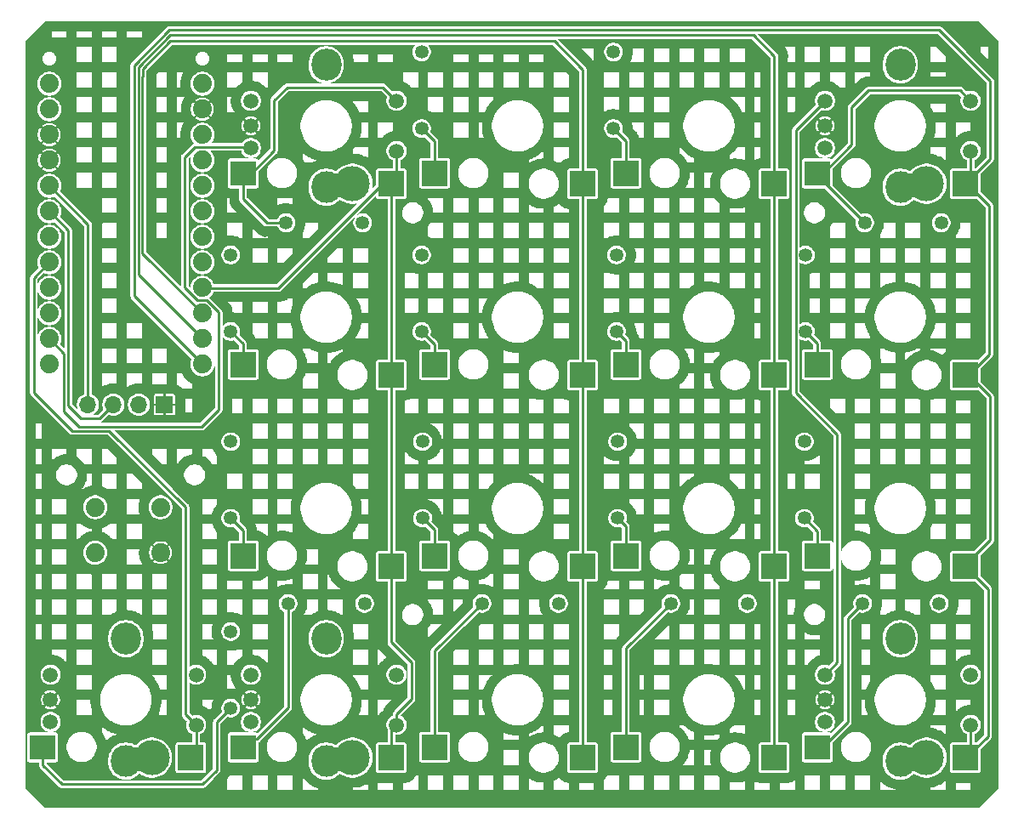
<source format=gbl>
G04 #@! TF.GenerationSoftware,KiCad,Pcbnew,9.0.7*
G04 #@! TF.CreationDate,2026-01-19T20:35:09+01:00*
G04 #@! TF.ProjectId,dumbpad,64756d62-7061-4642-9e6b-696361645f70,rev?*
G04 #@! TF.SameCoordinates,Original*
G04 #@! TF.FileFunction,Copper,L2,Bot*
G04 #@! TF.FilePolarity,Positive*
%FSLAX46Y46*%
G04 Gerber Fmt 4.6, Leading zero omitted, Abs format (unit mm)*
G04 Created by KiCad (PCBNEW 9.0.7) date 2026-01-19 20:35:09*
%MOMM*%
%LPD*%
G01*
G04 APERTURE LIST*
G04 Aperture macros list*
%AMHorizOval*
0 Thick line with rounded ends*
0 $1 width*
0 $2 $3 position (X,Y) of the first rounded end (center of the circle)*
0 $4 $5 position (X,Y) of the second rounded end (center of the circle)*
0 Add line between two ends*
20,1,$1,$2,$3,$4,$5,0*
0 Add two circle primitives to create the rounded ends*
1,1,$1,$2,$3*
1,1,$1,$4,$5*%
G04 Aperture macros list end*
G04 #@! TA.AperFunction,ComponentPad*
%ADD10HorizOval,2.400000X-0.492404X-0.086824X0.492404X0.086824X0*%
G04 #@! TD*
G04 #@! TA.AperFunction,ComponentPad*
%ADD11C,1.500000*%
G04 #@! TD*
G04 #@! TA.AperFunction,ComponentPad*
%ADD12O,3.000000X3.175000*%
G04 #@! TD*
G04 #@! TA.AperFunction,ComponentPad*
%ADD13C,3.500000*%
G04 #@! TD*
G04 #@! TA.AperFunction,ComponentPad*
%ADD14O,3.000000X3.187500*%
G04 #@! TD*
G04 #@! TA.AperFunction,SMDPad,CuDef*
%ADD15R,2.550000X2.475000*%
G04 #@! TD*
G04 #@! TA.AperFunction,SMDPad,CuDef*
%ADD16R,2.550000X2.550000*%
G04 #@! TD*
G04 #@! TA.AperFunction,ComponentPad*
%ADD17C,1.350000*%
G04 #@! TD*
G04 #@! TA.AperFunction,ComponentPad*
%ADD18C,1.879600*%
G04 #@! TD*
G04 #@! TA.AperFunction,ComponentPad*
%ADD19R,1.700000X1.700000*%
G04 #@! TD*
G04 #@! TA.AperFunction,ComponentPad*
%ADD20O,1.700000X1.700000*%
G04 #@! TD*
G04 #@! TA.AperFunction,Conductor*
%ADD21C,0.250000*%
G04 #@! TD*
G04 APERTURE END LIST*
D10*
X131171100Y-82183600D03*
D11*
X122501100Y-73753600D03*
X122501100Y-78453600D03*
X122501100Y-76253600D03*
D12*
X130001100Y-82353600D03*
D13*
X132601100Y-82003600D03*
D14*
X130001100Y-70159850D03*
D11*
X137001100Y-73753600D03*
X137001100Y-78753600D03*
D15*
X121726100Y-80991100D03*
D16*
X136476100Y-82003600D03*
X178876100Y-119053600D03*
X193626100Y-120103600D03*
D10*
X188321100Y-139333600D03*
D11*
X179651100Y-130903600D03*
X179651100Y-135603600D03*
X179651100Y-133403600D03*
D12*
X187151100Y-139503600D03*
D13*
X189751100Y-139153600D03*
D14*
X187151100Y-127309850D03*
D11*
X194151100Y-130903600D03*
X194151100Y-135903600D03*
D15*
X178876100Y-138141100D03*
D16*
X193626100Y-139153600D03*
X121726100Y-119053600D03*
X136476100Y-120103600D03*
D17*
X139500000Y-76520000D03*
X139500000Y-68900000D03*
D16*
X140776100Y-138103600D03*
X155526100Y-139153600D03*
D10*
X188321100Y-82183600D03*
D11*
X179651100Y-73753600D03*
X179651100Y-78453600D03*
X179651100Y-76253600D03*
D12*
X187151100Y-82353600D03*
D13*
X189751100Y-82003600D03*
D14*
X187151100Y-70159850D03*
D11*
X194151100Y-73753600D03*
X194151100Y-78753600D03*
D15*
X178876100Y-80991100D03*
D16*
X193626100Y-82003600D03*
D17*
X158600000Y-76520000D03*
X158600000Y-68900000D03*
D16*
X159826100Y-138103600D03*
X174576100Y-139153600D03*
D17*
X126000000Y-85900000D03*
X133620000Y-85900000D03*
X183600000Y-85900000D03*
X191220000Y-85900000D03*
X145500000Y-123800000D03*
X153120000Y-123800000D03*
D18*
X113500000Y-118750000D03*
X106997600Y-118750000D03*
X113500000Y-114228800D03*
X106997600Y-114228800D03*
D17*
X120500000Y-134220000D03*
X120500000Y-126600000D03*
D19*
X113900000Y-104000000D03*
D20*
X111360000Y-104000000D03*
X108820000Y-104000000D03*
X106280000Y-104000000D03*
D10*
X131171100Y-139333600D03*
D11*
X122501100Y-130903600D03*
X122501100Y-135603600D03*
X122501100Y-133403600D03*
D12*
X130001100Y-139503600D03*
D13*
X132601100Y-139153600D03*
D14*
X130001100Y-127309850D03*
D11*
X137001100Y-130903600D03*
X137001100Y-135903600D03*
D15*
X121726100Y-138141100D03*
D16*
X136476100Y-139153600D03*
D17*
X120500000Y-96720000D03*
X120500000Y-89100000D03*
X183400000Y-123800000D03*
X191020000Y-123800000D03*
X120500000Y-115320000D03*
X120500000Y-107700000D03*
X164300000Y-123800000D03*
X171920000Y-123800000D03*
D16*
X140776100Y-119053600D03*
X155526100Y-120103600D03*
X159826100Y-100003600D03*
X174576100Y-101053600D03*
X121726100Y-100003600D03*
X136476100Y-101053600D03*
D17*
X177600000Y-115320000D03*
X177600000Y-107700000D03*
D16*
X159826100Y-119053600D03*
X174576100Y-120103600D03*
D17*
X139600000Y-115320000D03*
X139600000Y-107700000D03*
D16*
X178876100Y-100003600D03*
X193626100Y-101053600D03*
D17*
X159000000Y-115320000D03*
X159000000Y-107700000D03*
D16*
X140776100Y-100003600D03*
X155526100Y-101053600D03*
D17*
X126200000Y-123800000D03*
X133820000Y-123800000D03*
D18*
X102431100Y-72053600D03*
X102431100Y-74593600D03*
X102431100Y-77133600D03*
X102431100Y-79673600D03*
X102431100Y-82213600D03*
X102431100Y-84753600D03*
X102431100Y-87293600D03*
X102431100Y-89833600D03*
X102431100Y-92373600D03*
X102431100Y-94913600D03*
X102431100Y-97453600D03*
X102431100Y-99993600D03*
X117671100Y-99993600D03*
X117671100Y-97453600D03*
X117671100Y-94913600D03*
X117671100Y-92373600D03*
X117671100Y-89833600D03*
X117671100Y-87293600D03*
X117671100Y-84753600D03*
X117671100Y-82213600D03*
X117671100Y-79673600D03*
X117671100Y-77133600D03*
X117671100Y-74593600D03*
X117671100Y-72053600D03*
D17*
X139500000Y-96720000D03*
X139500000Y-89100000D03*
D16*
X159826100Y-80953600D03*
X174576100Y-82003600D03*
D17*
X158900000Y-96720000D03*
X158900000Y-89100000D03*
D16*
X140776100Y-80953600D03*
X155526100Y-82003600D03*
D17*
X177700000Y-96720000D03*
X177700000Y-89100000D03*
D10*
X111221100Y-139333600D03*
D11*
X102551100Y-130903600D03*
X102551100Y-135603600D03*
X102551100Y-133403600D03*
D12*
X110051100Y-139503600D03*
D13*
X112651100Y-139153600D03*
D14*
X110051100Y-127309850D03*
D11*
X117051100Y-130903600D03*
X117051100Y-135903600D03*
D15*
X101776100Y-138141100D03*
D16*
X116526100Y-139153600D03*
D21*
X176746600Y-102846600D02*
X180850000Y-106950000D01*
X179651100Y-73753600D02*
X176746600Y-76658100D01*
X180850000Y-106950000D02*
X180850000Y-129704700D01*
X180850000Y-129704700D02*
X179651100Y-130903600D01*
X176746600Y-76658100D02*
X176746600Y-102846600D01*
X108403400Y-106603400D02*
X104703400Y-106603400D01*
X116526100Y-139153600D02*
X116000000Y-138627500D01*
X117051100Y-135903600D02*
X116000000Y-134852500D01*
X117051100Y-135903600D02*
X117051100Y-138628600D01*
X104703400Y-106603400D02*
X100900000Y-102800000D01*
X100900000Y-102800000D02*
X100900000Y-91364700D01*
X116000000Y-114200000D02*
X108403400Y-106603400D01*
X116000000Y-134852500D02*
X116000000Y-114200000D01*
X100900000Y-91364700D02*
X102431100Y-89833600D01*
X117051100Y-138628600D02*
X116526100Y-139153600D01*
X137001100Y-134798900D02*
X138500000Y-133300000D01*
X136476100Y-101053600D02*
X136476100Y-120103600D01*
X137001100Y-81478600D02*
X136476100Y-82003600D01*
X136476100Y-82003600D02*
X136476100Y-101053600D01*
X117697500Y-92400000D02*
X125200000Y-92400000D01*
X125200000Y-92400000D02*
X135596400Y-82003600D01*
X137001100Y-78753600D02*
X137001100Y-81478600D01*
X135596400Y-82003600D02*
X136476100Y-82003600D01*
X117671100Y-92373600D02*
X117697500Y-92400000D01*
X136476100Y-127676100D02*
X136476100Y-120103600D01*
X136476100Y-136428600D02*
X137001100Y-135903600D01*
X137001100Y-135903600D02*
X137001100Y-134798900D01*
X136476100Y-139153600D02*
X136476100Y-136428600D01*
X138500000Y-133300000D02*
X138500000Y-129700000D01*
X138500000Y-129700000D02*
X136476100Y-127676100D01*
X111706800Y-71363694D02*
X111706800Y-70563694D01*
X111703400Y-88945900D02*
X111703400Y-71367094D01*
X155526100Y-70626100D02*
X155526100Y-82003600D01*
X155526100Y-120103600D02*
X155526100Y-101053600D01*
X111706800Y-70563694D02*
X114470494Y-67800000D01*
X155526100Y-101053600D02*
X155526100Y-82003600D01*
X152700000Y-67800000D02*
X155526100Y-70626100D01*
X111703400Y-71367094D02*
X111706800Y-71363694D01*
X114470494Y-67800000D02*
X152700000Y-67800000D01*
X117671100Y-94913600D02*
X111703400Y-88945900D01*
X155526100Y-139153600D02*
X155526100Y-120103600D01*
X114500000Y-67200000D02*
X172500000Y-67200000D01*
X174576100Y-69323900D02*
X174576100Y-82003600D01*
X111300000Y-91082500D02*
X111300000Y-71200000D01*
X174600000Y-69300000D02*
X174576100Y-69323900D01*
X174576100Y-120103600D02*
X174576100Y-101053600D01*
X111303400Y-70396600D02*
X114500000Y-67200000D01*
X174576100Y-139276100D02*
X174576100Y-120103600D01*
X172500000Y-67200000D02*
X174600000Y-69300000D01*
X174576100Y-101053600D02*
X174576100Y-82003600D01*
X117671100Y-97453600D02*
X111300000Y-91082500D01*
X111300000Y-71200000D02*
X111303400Y-71196600D01*
X174576100Y-139153600D02*
X174576100Y-139276100D01*
X111303400Y-71196600D02*
X111303400Y-70396600D01*
X174576100Y-139276100D02*
X174800000Y-139500000D01*
X110900000Y-71029506D02*
X110900000Y-70200000D01*
X195900000Y-137000000D02*
X195900000Y-122377500D01*
X110900000Y-93222500D02*
X110900000Y-91252994D01*
X193803600Y-82003600D02*
X193626100Y-82003600D01*
X110900000Y-91252994D02*
X110896600Y-91249594D01*
X110896600Y-71032906D02*
X110900000Y-71029506D01*
X196100000Y-71800000D02*
X196100000Y-79529700D01*
X193626100Y-120103600D02*
X193626100Y-119973900D01*
X191000000Y-66700000D02*
X196100000Y-71800000D01*
X114400000Y-66700000D02*
X191000000Y-66700000D01*
X194151100Y-135903600D02*
X194151100Y-138628600D01*
X196000000Y-99000000D02*
X196000000Y-84200000D01*
X193626100Y-82003600D02*
X193626100Y-81873900D01*
X193626100Y-101053600D02*
X193946400Y-101053600D01*
X196000000Y-84200000D02*
X193803600Y-82003600D01*
X117671100Y-99993600D02*
X110900000Y-93222500D01*
X193626100Y-81873900D02*
X194151100Y-81348900D01*
X194151100Y-81348900D02*
X194151100Y-78753600D01*
X193953600Y-101053600D02*
X193626100Y-101053600D01*
X196100000Y-103200000D02*
X193953600Y-101053600D01*
X194151100Y-138628600D02*
X193626100Y-139153600D01*
X193626100Y-119973900D02*
X196100000Y-117500000D01*
X196100000Y-117500000D02*
X196100000Y-103200000D01*
X193946400Y-101053600D02*
X196000000Y-99000000D01*
X193626100Y-139153600D02*
X193746400Y-139153600D01*
X110900000Y-70200000D02*
X114400000Y-66700000D01*
X110896600Y-91249594D02*
X110896600Y-71032906D01*
X196100000Y-79529700D02*
X193626100Y-82003600D01*
X193746400Y-139153600D02*
X195900000Y-137000000D01*
X195900000Y-122377500D02*
X193626100Y-120103600D01*
X119300000Y-94819705D02*
X118072095Y-93591800D01*
X115900000Y-79400000D02*
X116948200Y-78351800D01*
X102431100Y-97453600D02*
X103900000Y-98922500D01*
X117600000Y-106200000D02*
X119300000Y-104500000D01*
X103900000Y-98922500D02*
X103900000Y-104700000D01*
X103900000Y-104700000D02*
X105400000Y-106200000D01*
X122099300Y-78351800D02*
X122501100Y-78753600D01*
X119300000Y-104500000D02*
X119300000Y-94819705D01*
X117166505Y-93591800D02*
X115900000Y-92325295D01*
X118072095Y-93591800D02*
X117166505Y-93591800D01*
X115900000Y-92325295D02*
X115900000Y-79400000D01*
X105400000Y-106200000D02*
X117600000Y-106200000D01*
X116948200Y-78351800D02*
X122099300Y-78351800D01*
X121726100Y-80953600D02*
X122546400Y-80953600D01*
X126100000Y-72400000D02*
X135647500Y-72400000D01*
X124800000Y-78700000D02*
X124800000Y-73700000D01*
X124800000Y-73700000D02*
X126100000Y-72400000D01*
X135647500Y-72400000D02*
X137001100Y-73753600D01*
X124100000Y-85900000D02*
X126000000Y-85900000D01*
X121726100Y-80953600D02*
X121726100Y-83526100D01*
X121726100Y-83526100D02*
X124100000Y-85900000D01*
X122546400Y-80953600D02*
X124800000Y-78700000D01*
X184000000Y-72700000D02*
X193097500Y-72700000D01*
X179446400Y-80953600D02*
X182300000Y-78100000D01*
X178876100Y-80953600D02*
X178876100Y-81176100D01*
X182300000Y-74400000D02*
X184000000Y-72700000D01*
X178876100Y-80953600D02*
X179446400Y-80953600D01*
X178876100Y-81176100D02*
X183600000Y-85900000D01*
X193097500Y-72700000D02*
X194151100Y-73753600D01*
X182300000Y-78100000D02*
X182300000Y-74400000D01*
X122529700Y-137300000D02*
X123100000Y-137300000D01*
X121726100Y-138103600D02*
X122529700Y-137300000D01*
X126200000Y-134200000D02*
X126200000Y-123800000D01*
X123100000Y-137300000D02*
X126200000Y-134200000D01*
X179396400Y-138103600D02*
X181900000Y-135600000D01*
X181900000Y-125300000D02*
X183400000Y-123800000D01*
X178876100Y-138103600D02*
X179396400Y-138103600D01*
X181900000Y-135600000D02*
X181900000Y-125300000D01*
X119100000Y-140400000D02*
X119100000Y-135620000D01*
X117700000Y-141800000D02*
X119100000Y-140400000D01*
X119100000Y-135620000D02*
X120500000Y-134220000D01*
X103700000Y-141800000D02*
X117700000Y-141800000D01*
X101776100Y-138103600D02*
X101776100Y-139876100D01*
X101776100Y-139876100D02*
X103700000Y-141800000D01*
X104303400Y-86625900D02*
X102431100Y-84753600D01*
X105600000Y-105400000D02*
X104303400Y-104103400D01*
X104303400Y-104103400D02*
X104303400Y-86625900D01*
X107420000Y-105400000D02*
X105600000Y-105400000D01*
X108820000Y-104000000D02*
X107420000Y-105400000D01*
X106280000Y-86062500D02*
X102431100Y-82213600D01*
X106280000Y-104000000D02*
X106280000Y-86062500D01*
X140776100Y-77796100D02*
X139500000Y-76520000D01*
X140776100Y-80953600D02*
X140776100Y-77796100D01*
X159826100Y-77746100D02*
X158600000Y-76520000D01*
X159826100Y-80953600D02*
X159826100Y-77746100D01*
X121726100Y-100003600D02*
X121726100Y-97946100D01*
X121726100Y-97946100D02*
X120500000Y-96720000D01*
X140776100Y-97996100D02*
X139500000Y-96720000D01*
X140776100Y-100003600D02*
X140776100Y-97996100D01*
X159826100Y-97646100D02*
X158900000Y-96720000D01*
X159826100Y-100003600D02*
X159826100Y-97646100D01*
X178876100Y-100003600D02*
X178876100Y-97896100D01*
X178876100Y-97896100D02*
X177700000Y-96720000D01*
X121726100Y-119053600D02*
X121726100Y-116546100D01*
X121726100Y-116546100D02*
X120500000Y-115320000D01*
X140776100Y-119053600D02*
X140776100Y-116496100D01*
X140776100Y-116496100D02*
X139600000Y-115320000D01*
X159826100Y-116146100D02*
X159000000Y-115320000D01*
X159826100Y-119053600D02*
X159826100Y-116146100D01*
X178876100Y-116596100D02*
X177600000Y-115320000D01*
X178876100Y-119053600D02*
X178876100Y-116596100D01*
X140776100Y-128523900D02*
X145500000Y-123800000D01*
X140776100Y-138103600D02*
X140776100Y-128523900D01*
X159826100Y-128273900D02*
X164300000Y-123800000D01*
X159826100Y-138103600D02*
X159826100Y-128273900D01*
G04 #@! TA.AperFunction,Conductor*
G36*
X194980196Y-65841166D02*
G01*
X196913534Y-67774504D01*
X196924400Y-67800738D01*
X196924400Y-142206462D01*
X196913534Y-142232696D01*
X194980196Y-144166034D01*
X194953962Y-144176900D01*
X102048238Y-144176900D01*
X102022004Y-144166034D01*
X100088666Y-142232696D01*
X100077800Y-142206462D01*
X100077800Y-136878527D01*
X100246600Y-136878527D01*
X100246600Y-139403663D01*
X100246601Y-139403671D01*
X100261366Y-139477902D01*
X100306532Y-139545496D01*
X100317616Y-139562084D01*
X100338734Y-139576194D01*
X100401796Y-139618333D01*
X100401798Y-139618333D01*
X100401799Y-139618334D01*
X100476033Y-139633100D01*
X101359500Y-139633099D01*
X101385734Y-139643965D01*
X101396600Y-139670199D01*
X101396600Y-139823854D01*
X101396599Y-139823872D01*
X101396599Y-139826138D01*
X101396599Y-139926062D01*
X101400343Y-139940033D01*
X101422462Y-140022582D01*
X101472424Y-140109119D01*
X101543081Y-140179776D01*
X101543083Y-140179777D01*
X103396322Y-142033016D01*
X103396324Y-142033019D01*
X103466981Y-142103676D01*
X103553518Y-142153638D01*
X103650038Y-142179500D01*
X103749962Y-142179500D01*
X117647755Y-142179500D01*
X117647771Y-142179501D01*
X117650038Y-142179501D01*
X117749960Y-142179501D01*
X117749962Y-142179501D01*
X117826084Y-142159103D01*
X117846482Y-142153638D01*
X117933019Y-142103676D01*
X118003676Y-142033019D01*
X118003677Y-142033016D01*
X118743234Y-141293460D01*
X120152000Y-141293460D01*
X120152000Y-142406500D01*
X121654000Y-142406500D01*
X122652000Y-142406500D01*
X124154000Y-142406500D01*
X125152000Y-142406500D01*
X126654000Y-142406500D01*
X127652000Y-142406500D01*
X129154000Y-142406500D01*
X129154000Y-142213462D01*
X129131682Y-142206691D01*
X129130524Y-142206319D01*
X129099595Y-142195816D01*
X129098454Y-142195408D01*
X129070201Y-142184773D01*
X129069073Y-142184327D01*
X129000927Y-142156100D01*
X132652000Y-142156100D01*
X132652000Y-142406500D01*
X134154000Y-142406500D01*
X135152000Y-142406500D01*
X136654000Y-142406500D01*
X136654000Y-141681099D01*
X137652000Y-141681099D01*
X137652000Y-142406500D01*
X139154000Y-142406500D01*
X140152000Y-142406500D01*
X141654000Y-142406500D01*
X142652000Y-142406500D01*
X144154000Y-142406500D01*
X145152000Y-142406500D01*
X146654000Y-142406500D01*
X147652000Y-142406500D01*
X149154000Y-142406500D01*
X150152000Y-142406500D01*
X151654000Y-142406500D01*
X151654000Y-141652100D01*
X151513386Y-141652100D01*
X151511928Y-141652071D01*
X151475627Y-141650643D01*
X151474171Y-141650557D01*
X151435096Y-141647478D01*
X151433647Y-141647336D01*
X151397663Y-141643075D01*
X151396222Y-141642875D01*
X151124301Y-141599807D01*
X151122871Y-141599552D01*
X151087379Y-141592496D01*
X151085960Y-141592185D01*
X151047843Y-141583043D01*
X151046429Y-141582674D01*
X151011415Y-141572803D01*
X151010017Y-141572379D01*
X150748032Y-141487254D01*
X150746653Y-141486776D01*
X150712543Y-141474189D01*
X150711184Y-141473656D01*
X150674974Y-141458650D01*
X150673642Y-141458068D01*
X150650198Y-141447258D01*
X152652000Y-141447258D01*
X152652000Y-142406500D01*
X154154000Y-142406500D01*
X155152000Y-142406500D01*
X156654000Y-142406500D01*
X156654000Y-141681099D01*
X155152000Y-141681099D01*
X155152000Y-142406500D01*
X154154000Y-142406500D01*
X154154000Y-141678798D01*
X154152640Y-141678699D01*
X154103874Y-141673899D01*
X154102066Y-141673676D01*
X154057170Y-141667018D01*
X154055374Y-141666706D01*
X153909022Y-141637594D01*
X153905492Y-141636710D01*
X153818678Y-141610380D01*
X153815252Y-141609154D01*
X153724637Y-141571630D01*
X153721344Y-141570073D01*
X153641247Y-141527265D01*
X153638122Y-141525392D01*
X153472375Y-141414640D01*
X153469451Y-141412472D01*
X153400200Y-141355638D01*
X157652000Y-141355638D01*
X157652000Y-142406500D01*
X159154000Y-142406500D01*
X160152000Y-142406500D01*
X161654000Y-142406500D01*
X162652000Y-142406500D01*
X164154000Y-142406500D01*
X165152000Y-142406500D01*
X166654000Y-142406500D01*
X167652000Y-142406500D01*
X169154000Y-142406500D01*
X169154000Y-141595402D01*
X170152000Y-141595402D01*
X170152000Y-142406500D01*
X171654000Y-142406500D01*
X172652000Y-142406500D01*
X174154000Y-142406500D01*
X174154000Y-141681099D01*
X175152000Y-141681099D01*
X175152000Y-142406500D01*
X176654000Y-142406500D01*
X177652000Y-142406500D01*
X179154000Y-142406500D01*
X180152000Y-142406500D01*
X181654000Y-142406500D01*
X182652000Y-142406500D01*
X184154000Y-142406500D01*
X185152000Y-142406500D01*
X186654000Y-142406500D01*
X186654000Y-142301671D01*
X186630538Y-142297797D01*
X186629343Y-142297580D01*
X186597309Y-142291206D01*
X186596123Y-142290949D01*
X186566716Y-142284091D01*
X186565540Y-142283797D01*
X186311829Y-142215817D01*
X186310660Y-142215483D01*
X186281682Y-142206691D01*
X186280524Y-142206319D01*
X186249595Y-142195816D01*
X186248454Y-142195408D01*
X186220201Y-142184773D01*
X186219073Y-142184327D01*
X186086055Y-142129229D01*
X190152000Y-142129229D01*
X190152000Y-142406500D01*
X191654000Y-142406500D01*
X192652000Y-142406500D01*
X194154000Y-142406500D01*
X194154000Y-141681099D01*
X192652000Y-141681099D01*
X192652000Y-142406500D01*
X191654000Y-142406500D01*
X191654000Y-141478021D01*
X191461711Y-141625569D01*
X191460736Y-141626292D01*
X191436155Y-141643907D01*
X191435156Y-141644599D01*
X191407999Y-141662744D01*
X191406979Y-141663402D01*
X191381312Y-141679362D01*
X191380271Y-141679986D01*
X191124422Y-141827701D01*
X191123361Y-141828290D01*
X191096686Y-141842548D01*
X191095605Y-141843103D01*
X191066310Y-141857549D01*
X191065212Y-141858069D01*
X191037683Y-141870541D01*
X191036571Y-141871023D01*
X190763658Y-141984067D01*
X190762530Y-141984512D01*
X190734278Y-141995147D01*
X190733137Y-141995556D01*
X190702208Y-142006059D01*
X190701050Y-142006431D01*
X190672073Y-142015222D01*
X190670904Y-142015556D01*
X190385539Y-142092019D01*
X190384363Y-142092314D01*
X190354955Y-142099172D01*
X190353769Y-142099428D01*
X190321736Y-142105802D01*
X190320541Y-142106019D01*
X190290676Y-142110951D01*
X190289474Y-142111130D01*
X190152000Y-142129229D01*
X186086055Y-142129229D01*
X185976438Y-142083824D01*
X185975326Y-142083342D01*
X185947797Y-142070870D01*
X185946698Y-142070350D01*
X185917404Y-142055904D01*
X185916326Y-142055350D01*
X185889650Y-142041093D01*
X185888587Y-142040503D01*
X185661119Y-141909174D01*
X185660077Y-141908549D01*
X185634410Y-141892588D01*
X185633391Y-141891931D01*
X185606234Y-141873786D01*
X185605235Y-141873095D01*
X185580653Y-141855480D01*
X185579678Y-141854756D01*
X185371259Y-141694831D01*
X185370305Y-141694075D01*
X185346864Y-141674834D01*
X185345936Y-141674045D01*
X185321382Y-141652503D01*
X185320485Y-141651690D01*
X185298488Y-141631083D01*
X185297618Y-141630242D01*
X185152000Y-141484624D01*
X185152000Y-142406500D01*
X184154000Y-142406500D01*
X184154000Y-140904500D01*
X182652000Y-140904500D01*
X182652000Y-142406500D01*
X181654000Y-142406500D01*
X181654000Y-140904500D01*
X180152000Y-140904500D01*
X180152000Y-142406500D01*
X179154000Y-142406500D01*
X179154000Y-140904500D01*
X177652000Y-140904500D01*
X177652000Y-142406500D01*
X176654000Y-142406500D01*
X176654000Y-141395031D01*
X176632746Y-141412474D01*
X176629822Y-141414642D01*
X176464074Y-141525394D01*
X176460949Y-141527267D01*
X176380854Y-141570073D01*
X176377562Y-141571630D01*
X176286946Y-141609155D01*
X176283518Y-141610381D01*
X176196698Y-141636712D01*
X176193169Y-141637596D01*
X176046811Y-141666708D01*
X176045015Y-141667020D01*
X176000112Y-141673678D01*
X175998304Y-141673901D01*
X175949540Y-141678700D01*
X175947724Y-141678833D01*
X175902464Y-141681054D01*
X175900646Y-141681099D01*
X175152000Y-141681099D01*
X174154000Y-141681099D01*
X173251547Y-141681100D01*
X173249728Y-141681055D01*
X173204455Y-141678832D01*
X173202640Y-141678699D01*
X173153874Y-141673899D01*
X173152066Y-141673676D01*
X173107170Y-141667018D01*
X173105374Y-141666706D01*
X172959022Y-141637594D01*
X172955492Y-141636710D01*
X172868678Y-141610380D01*
X172865252Y-141609154D01*
X172774637Y-141571630D01*
X172771344Y-141570073D01*
X172691247Y-141527265D01*
X172688122Y-141525392D01*
X172652000Y-141501255D01*
X172652000Y-142406500D01*
X171654000Y-142406500D01*
X171654000Y-141468275D01*
X171641016Y-141473656D01*
X171639657Y-141474189D01*
X171605547Y-141486776D01*
X171604168Y-141487254D01*
X171342183Y-141572379D01*
X171340785Y-141572803D01*
X171305771Y-141582674D01*
X171304357Y-141583043D01*
X171266240Y-141592185D01*
X171264821Y-141592496D01*
X171229329Y-141599552D01*
X171227899Y-141599807D01*
X170955978Y-141642875D01*
X170954537Y-141643075D01*
X170918553Y-141647336D01*
X170917104Y-141647478D01*
X170878029Y-141650557D01*
X170876573Y-141650643D01*
X170840272Y-141652071D01*
X170838814Y-141652100D01*
X170563386Y-141652100D01*
X170561928Y-141652071D01*
X170525627Y-141650643D01*
X170524171Y-141650557D01*
X170485096Y-141647478D01*
X170483647Y-141647336D01*
X170447663Y-141643075D01*
X170446222Y-141642875D01*
X170174301Y-141599807D01*
X170172871Y-141599552D01*
X170152000Y-141595402D01*
X169154000Y-141595402D01*
X169154000Y-141117882D01*
X169121100Y-141093979D01*
X169119936Y-141093097D01*
X169091397Y-141070595D01*
X169090270Y-141069670D01*
X169060467Y-141044209D01*
X169059380Y-141043243D01*
X169032783Y-141018655D01*
X169031734Y-141017647D01*
X168918587Y-140904500D01*
X167652000Y-140904500D01*
X167652000Y-142406500D01*
X166654000Y-142406500D01*
X166654000Y-140904500D01*
X165152000Y-140904500D01*
X165152000Y-142406500D01*
X164154000Y-142406500D01*
X164154000Y-140904500D01*
X162652000Y-140904500D01*
X162652000Y-142406500D01*
X161654000Y-142406500D01*
X161654000Y-140904500D01*
X160152000Y-140904500D01*
X160152000Y-142406500D01*
X159154000Y-142406500D01*
X159154000Y-140904500D01*
X157965068Y-140904500D01*
X157944130Y-140955063D01*
X157942573Y-140958356D01*
X157899765Y-141038453D01*
X157897892Y-141041578D01*
X157787140Y-141207325D01*
X157784972Y-141210249D01*
X157727394Y-141280407D01*
X157724949Y-141283105D01*
X157655604Y-141352450D01*
X157652906Y-141354895D01*
X157652000Y-141355638D01*
X153400200Y-141355638D01*
X153399293Y-141354894D01*
X153396595Y-141352449D01*
X153327250Y-141283104D01*
X153324805Y-141280406D01*
X153267226Y-141210246D01*
X153265058Y-141207322D01*
X153202975Y-141114411D01*
X153008320Y-141255838D01*
X153007126Y-141256670D01*
X152977024Y-141276786D01*
X152975802Y-141277569D01*
X152942383Y-141298057D01*
X152941122Y-141298796D01*
X152909398Y-141316565D01*
X152908111Y-141317253D01*
X152662744Y-141442273D01*
X152661435Y-141442908D01*
X152652000Y-141447258D01*
X150650198Y-141447258D01*
X150640764Y-141442908D01*
X150639456Y-141442273D01*
X150394089Y-141317253D01*
X150392802Y-141316565D01*
X150361078Y-141298796D01*
X150359817Y-141298057D01*
X150326398Y-141277569D01*
X150325176Y-141276786D01*
X150295074Y-141256670D01*
X150293880Y-141255838D01*
X150152000Y-141152754D01*
X150152000Y-142406500D01*
X149154000Y-142406500D01*
X149154000Y-140904500D01*
X147652000Y-140904500D01*
X147652000Y-142406500D01*
X146654000Y-142406500D01*
X146654000Y-140904500D01*
X145152000Y-140904500D01*
X145152000Y-142406500D01*
X144154000Y-142406500D01*
X144154000Y-140904500D01*
X142652000Y-140904500D01*
X142652000Y-142406500D01*
X141654000Y-142406500D01*
X141654000Y-140904500D01*
X140152000Y-140904500D01*
X140152000Y-142406500D01*
X139154000Y-142406500D01*
X139154000Y-140904500D01*
X138915068Y-140904500D01*
X138894130Y-140955063D01*
X138892573Y-140958356D01*
X138849765Y-141038453D01*
X138847892Y-141041578D01*
X138737140Y-141207325D01*
X138734972Y-141210249D01*
X138677394Y-141280407D01*
X138674949Y-141283105D01*
X138605604Y-141352450D01*
X138602906Y-141354895D01*
X138532746Y-141412474D01*
X138529822Y-141414642D01*
X138364074Y-141525394D01*
X138360949Y-141527267D01*
X138280854Y-141570073D01*
X138277562Y-141571630D01*
X138186946Y-141609155D01*
X138183518Y-141610381D01*
X138096698Y-141636712D01*
X138093169Y-141637596D01*
X137946811Y-141666708D01*
X137945015Y-141667020D01*
X137900112Y-141673678D01*
X137898304Y-141673901D01*
X137849540Y-141678700D01*
X137847724Y-141678833D01*
X137802464Y-141681054D01*
X137800646Y-141681099D01*
X137652000Y-141681099D01*
X136654000Y-141681099D01*
X135152000Y-141681099D01*
X135152000Y-142406500D01*
X134154000Y-142406500D01*
X134154000Y-141724019D01*
X133974422Y-141827700D01*
X133973361Y-141828290D01*
X133946686Y-141842548D01*
X133945605Y-141843103D01*
X133916310Y-141857549D01*
X133915212Y-141858069D01*
X133887683Y-141870541D01*
X133886571Y-141871023D01*
X133613658Y-141984067D01*
X133612530Y-141984512D01*
X133584278Y-141995147D01*
X133583137Y-141995556D01*
X133552208Y-142006059D01*
X133551050Y-142006431D01*
X133522073Y-142015222D01*
X133520904Y-142015556D01*
X133235539Y-142092019D01*
X133234363Y-142092314D01*
X133204955Y-142099172D01*
X133203769Y-142099428D01*
X133171736Y-142105802D01*
X133170541Y-142106019D01*
X133140676Y-142110951D01*
X133139474Y-142111130D01*
X132846574Y-142149692D01*
X132845369Y-142149830D01*
X132815316Y-142152791D01*
X132814106Y-142152890D01*
X132781513Y-142155028D01*
X132780301Y-142155088D01*
X132750048Y-142156080D01*
X132748832Y-142156100D01*
X132652000Y-142156100D01*
X129000927Y-142156100D01*
X128826438Y-142083824D01*
X128825326Y-142083342D01*
X128797797Y-142070870D01*
X128796698Y-142070350D01*
X128767404Y-142055904D01*
X128766326Y-142055350D01*
X128739650Y-142041093D01*
X128738587Y-142040503D01*
X128511119Y-141909174D01*
X128510077Y-141908549D01*
X128484410Y-141892588D01*
X128483391Y-141891931D01*
X128456234Y-141873786D01*
X128455235Y-141873095D01*
X128430653Y-141855480D01*
X128429678Y-141854756D01*
X128221259Y-141694831D01*
X128220305Y-141694075D01*
X128196864Y-141674834D01*
X128195936Y-141674045D01*
X128171382Y-141652503D01*
X128170485Y-141651690D01*
X128148488Y-141631083D01*
X128147618Y-141630242D01*
X127961958Y-141444582D01*
X127961117Y-141443712D01*
X127940510Y-141421715D01*
X127939697Y-141420818D01*
X127918155Y-141396264D01*
X127917366Y-141395336D01*
X127898125Y-141371895D01*
X127897369Y-141370941D01*
X127737444Y-141162522D01*
X127736720Y-141161547D01*
X127719105Y-141136965D01*
X127718414Y-141135966D01*
X127700269Y-141108809D01*
X127699612Y-141107790D01*
X127683651Y-141082123D01*
X127683026Y-141081081D01*
X127652000Y-141027342D01*
X127652000Y-142406500D01*
X126654000Y-142406500D01*
X126654000Y-140904500D01*
X125152000Y-140904500D01*
X125152000Y-142406500D01*
X124154000Y-142406500D01*
X124154000Y-140904500D01*
X122652000Y-140904500D01*
X122652000Y-142406500D01*
X121654000Y-142406500D01*
X121654000Y-140904500D01*
X120399327Y-140904500D01*
X120334268Y-141017186D01*
X120334260Y-141017202D01*
X120324242Y-141034550D01*
X120324243Y-141034551D01*
X120251622Y-141160335D01*
X120250338Y-141162398D01*
X120216704Y-141212729D01*
X120215289Y-141214704D01*
X120175502Y-141266544D01*
X120173963Y-141268419D01*
X120152000Y-141293460D01*
X118743234Y-141293460D01*
X119403676Y-140633019D01*
X119441249Y-140567940D01*
X119453638Y-140546482D01*
X119464839Y-140504680D01*
X119479501Y-140449962D01*
X119479501Y-140350038D01*
X119479501Y-140347772D01*
X119479500Y-140347754D01*
X119479500Y-136878527D01*
X120196600Y-136878527D01*
X120196600Y-139403663D01*
X120196601Y-139403671D01*
X120211366Y-139477902D01*
X120256532Y-139545496D01*
X120267616Y-139562084D01*
X120288734Y-139576194D01*
X120351796Y-139618333D01*
X120351798Y-139618333D01*
X120351799Y-139618334D01*
X120426033Y-139633100D01*
X123026166Y-139633099D01*
X123100401Y-139618334D01*
X123184584Y-139562084D01*
X123240834Y-139477901D01*
X123255600Y-139403667D01*
X123255599Y-137985508D01*
X124100600Y-137985508D01*
X124100600Y-138221691D01*
X124137546Y-138454966D01*
X124137548Y-138454974D01*
X124210529Y-138679585D01*
X124210534Y-138679596D01*
X124317751Y-138890023D01*
X124317754Y-138890028D01*
X124317757Y-138890033D01*
X124456583Y-139081110D01*
X124623590Y-139248117D01*
X124814667Y-139386943D01*
X124814671Y-139386945D01*
X124814676Y-139386948D01*
X124898237Y-139429524D01*
X125025108Y-139494168D01*
X125025113Y-139494169D01*
X125025114Y-139494170D01*
X125249725Y-139567151D01*
X125249728Y-139567151D01*
X125249732Y-139567153D01*
X125483008Y-139604100D01*
X125719192Y-139604100D01*
X125952468Y-139567153D01*
X126177092Y-139494168D01*
X126387533Y-139386943D01*
X126505680Y-139301104D01*
X128246600Y-139301104D01*
X128246600Y-139706096D01*
X128262404Y-139826138D01*
X128276620Y-139934118D01*
X128276621Y-139934124D01*
X128336144Y-140156272D01*
X128424159Y-140368760D01*
X128424160Y-140368761D01*
X128539156Y-140567940D01*
X128539157Y-140567941D01*
X128539159Y-140567944D01*
X128679159Y-140750397D01*
X128679162Y-140750400D01*
X128679166Y-140750405D01*
X128841795Y-140913034D01*
X128841799Y-140913037D01*
X128841802Y-140913040D01*
X129024255Y-141053040D01*
X129024254Y-141053040D01*
X129024257Y-141053041D01*
X129024260Y-141053044D01*
X129223439Y-141168040D01*
X129435924Y-141256054D01*
X129435925Y-141256054D01*
X129435927Y-141256055D01*
X129482071Y-141268419D01*
X129658080Y-141315580D01*
X129886104Y-141345600D01*
X129886109Y-141345600D01*
X130116091Y-141345600D01*
X130116096Y-141345600D01*
X130344120Y-141315580D01*
X130566276Y-141256054D01*
X130778761Y-141168040D01*
X130977940Y-141053044D01*
X131160405Y-140913034D01*
X131274284Y-140799153D01*
X131294072Y-140788853D01*
X131396212Y-140770844D01*
X131423933Y-140776990D01*
X131425215Y-140777929D01*
X131485070Y-140823857D01*
X131712630Y-140955239D01*
X131955392Y-141055794D01*
X131955393Y-141055794D01*
X131955395Y-141055795D01*
X132007178Y-141069670D01*
X132209202Y-141123802D01*
X132469718Y-141158100D01*
X132469723Y-141158100D01*
X132732477Y-141158100D01*
X132732482Y-141158100D01*
X132992998Y-141123802D01*
X133246808Y-141055794D01*
X133489570Y-140955239D01*
X133717130Y-140823857D01*
X133925595Y-140663897D01*
X134111397Y-140478095D01*
X134271357Y-140269630D01*
X134402739Y-140042070D01*
X134503294Y-139799308D01*
X134571302Y-139545498D01*
X134605600Y-139284982D01*
X134605600Y-139022218D01*
X134571302Y-138761702D01*
X134503294Y-138507892D01*
X134402739Y-138265130D01*
X134271357Y-138037570D01*
X134207352Y-137954156D01*
X134111403Y-137829112D01*
X134111400Y-137829109D01*
X134111397Y-137829105D01*
X133925595Y-137643303D01*
X133925590Y-137643299D01*
X133925587Y-137643296D01*
X133717134Y-137483346D01*
X133717135Y-137483346D01*
X133489569Y-137351960D01*
X133246804Y-137251404D01*
X132993002Y-137183399D01*
X132993001Y-137183398D01*
X132992998Y-137183398D01*
X132732482Y-137149100D01*
X132469718Y-137149100D01*
X132209202Y-137183398D01*
X132209200Y-137183398D01*
X132209197Y-137183399D01*
X131955395Y-137251404D01*
X131712630Y-137351960D01*
X131485065Y-137483346D01*
X131276612Y-137643296D01*
X131090796Y-137829112D01*
X131062567Y-137865901D01*
X131039576Y-137879852D01*
X130907069Y-137903217D01*
X130882077Y-137898810D01*
X130778766Y-137839162D01*
X130566272Y-137751144D01*
X130344124Y-137691621D01*
X130344123Y-137691620D01*
X130344120Y-137691620D01*
X130116096Y-137661600D01*
X129886104Y-137661600D01*
X129658080Y-137691620D01*
X129658078Y-137691620D01*
X129658075Y-137691621D01*
X129435927Y-137751144D01*
X129223439Y-137839159D01*
X129024255Y-137954159D01*
X128841802Y-138094159D01*
X128679159Y-138256802D01*
X128539159Y-138439255D01*
X128424159Y-138638439D01*
X128336144Y-138850927D01*
X128276621Y-139073075D01*
X128276620Y-139073080D01*
X128246600Y-139301104D01*
X126505680Y-139301104D01*
X126578610Y-139248117D01*
X126745617Y-139081110D01*
X126884443Y-138890033D01*
X126991668Y-138679592D01*
X127064653Y-138454968D01*
X127101600Y-138221692D01*
X127101600Y-137985508D01*
X127064653Y-137752232D01*
X127064299Y-137751144D01*
X126991670Y-137527614D01*
X126991669Y-137527613D01*
X126991668Y-137527608D01*
X126903980Y-137355510D01*
X126884448Y-137317176D01*
X126884445Y-137317171D01*
X126884443Y-137317167D01*
X126745617Y-137126090D01*
X126578610Y-136959083D01*
X126387533Y-136820257D01*
X126387530Y-136820255D01*
X126387528Y-136820254D01*
X126387523Y-136820251D01*
X126177096Y-136713034D01*
X126177085Y-136713029D01*
X126062251Y-136675717D01*
X127652000Y-136675717D01*
X127703339Y-136746380D01*
X127704170Y-136747574D01*
X127724286Y-136777676D01*
X127725069Y-136778898D01*
X127745557Y-136812317D01*
X127746296Y-136813578D01*
X127764065Y-136845302D01*
X127764753Y-136846589D01*
X127889773Y-137091956D01*
X127890408Y-137093264D01*
X127905568Y-137126142D01*
X127906150Y-137127474D01*
X127921156Y-137163684D01*
X127921689Y-137165043D01*
X127934276Y-137199153D01*
X127934754Y-137200532D01*
X128001678Y-137406500D01*
X128118076Y-137406500D01*
X128147618Y-137376958D01*
X128148488Y-137376117D01*
X128170485Y-137355510D01*
X128171382Y-137354697D01*
X128195936Y-137333155D01*
X128196864Y-137332366D01*
X128220305Y-137313125D01*
X128221259Y-137312369D01*
X128429678Y-137152444D01*
X128430653Y-137151720D01*
X128455235Y-137134105D01*
X128456234Y-137133414D01*
X128483391Y-137115269D01*
X128484410Y-137114612D01*
X128510077Y-137098651D01*
X128511119Y-137098026D01*
X128738587Y-136966697D01*
X128739650Y-136966107D01*
X128766326Y-136951850D01*
X128767404Y-136951296D01*
X128796698Y-136936850D01*
X128797797Y-136936330D01*
X128825326Y-136923858D01*
X128826438Y-136923376D01*
X129057035Y-136827859D01*
X129032243Y-136821467D01*
X129031243Y-136821194D01*
X129004338Y-136813449D01*
X129003339Y-136813146D01*
X128978549Y-136805248D01*
X128977558Y-136804917D01*
X128680747Y-136701057D01*
X128679774Y-136700701D01*
X128655666Y-136691502D01*
X128654703Y-136691119D01*
X128628836Y-136680412D01*
X128627875Y-136679999D01*
X128604119Y-136669372D01*
X128603172Y-136668932D01*
X128319801Y-136532467D01*
X128318870Y-136532003D01*
X128295844Y-136520108D01*
X128294925Y-136519616D01*
X128270424Y-136506074D01*
X128269522Y-136505559D01*
X128247205Y-136492395D01*
X128246316Y-136491854D01*
X127980039Y-136324542D01*
X127979164Y-136323975D01*
X127957585Y-136309555D01*
X127956727Y-136308964D01*
X127933895Y-136292761D01*
X127933056Y-136292148D01*
X127912379Y-136276586D01*
X127911557Y-136275949D01*
X127665771Y-136079940D01*
X127664971Y-136079283D01*
X127652000Y-136068333D01*
X127652000Y-136675717D01*
X126062251Y-136675717D01*
X125952474Y-136640048D01*
X125952466Y-136640046D01*
X125719192Y-136603100D01*
X125483008Y-136603100D01*
X125249733Y-136640046D01*
X125249725Y-136640048D01*
X125025114Y-136713029D01*
X125025103Y-136713034D01*
X124814676Y-136820251D01*
X124814671Y-136820254D01*
X124623592Y-136959081D01*
X124456581Y-137126092D01*
X124317754Y-137317171D01*
X124317751Y-137317176D01*
X124210534Y-137527603D01*
X124210529Y-137527614D01*
X124137548Y-137752225D01*
X124137546Y-137752233D01*
X124100600Y-137985508D01*
X123255599Y-137985508D01*
X123255599Y-137669793D01*
X123266465Y-137643560D01*
X123274149Y-137637664D01*
X123297641Y-137624101D01*
X123333019Y-137603676D01*
X123403676Y-137533019D01*
X123403677Y-137533016D01*
X126433016Y-134503677D01*
X126433019Y-134503676D01*
X126503676Y-134433019D01*
X126553638Y-134346482D01*
X126559103Y-134326084D01*
X126579501Y-134249962D01*
X126579501Y-134150038D01*
X126579501Y-134147772D01*
X126579500Y-134147754D01*
X126579500Y-133260367D01*
X127450600Y-133260367D01*
X127450600Y-133546833D01*
X127465880Y-133682443D01*
X127482674Y-133831498D01*
X127546419Y-134110787D01*
X127641032Y-134381174D01*
X127751128Y-134609789D01*
X127765325Y-134639269D01*
X127917734Y-134881827D01*
X128096343Y-135105795D01*
X128298905Y-135308357D01*
X128522873Y-135486966D01*
X128522875Y-135486967D01*
X128522874Y-135486967D01*
X128538460Y-135496760D01*
X128765431Y-135639375D01*
X128828946Y-135669962D01*
X129023525Y-135763667D01*
X129023528Y-135763668D01*
X129293918Y-135858282D01*
X129573202Y-135922026D01*
X129857867Y-135954100D01*
X129857872Y-135954100D01*
X130144328Y-135954100D01*
X130144333Y-135954100D01*
X130428998Y-135922026D01*
X130708282Y-135858282D01*
X130978672Y-135763668D01*
X131236769Y-135639375D01*
X131479327Y-135486966D01*
X131703295Y-135308357D01*
X131905857Y-135105795D01*
X132064790Y-134906500D01*
X133215880Y-134906500D01*
X134154000Y-134906500D01*
X135152000Y-134906500D01*
X135259784Y-134906500D01*
X135266517Y-134895265D01*
X135267491Y-134893725D01*
X135404667Y-134688426D01*
X135405717Y-134686937D01*
X135432756Y-134650481D01*
X135433877Y-134649044D01*
X135464966Y-134611167D01*
X135466155Y-134609789D01*
X135496594Y-134576207D01*
X135497848Y-134574889D01*
X135672389Y-134400348D01*
X135673706Y-134399094D01*
X135684837Y-134389004D01*
X135700381Y-134330975D01*
X135701941Y-134326378D01*
X135748293Y-134214458D01*
X135750440Y-134210104D01*
X135849478Y-134038564D01*
X135850762Y-134036500D01*
X135884396Y-133986170D01*
X135885811Y-133984196D01*
X135925597Y-133932357D01*
X135927136Y-133930482D01*
X135966984Y-133885049D01*
X135968642Y-133883279D01*
X136062385Y-133789534D01*
X136062385Y-133789533D01*
X136447418Y-133404500D01*
X135152000Y-133404500D01*
X135152000Y-134906500D01*
X134154000Y-134906500D01*
X134154000Y-133404500D01*
X133549600Y-133404500D01*
X133549600Y-133560865D01*
X133549585Y-133561909D01*
X133548854Y-133587879D01*
X133548810Y-133588920D01*
X133547237Y-133616872D01*
X133547164Y-133617909D01*
X133544989Y-133643664D01*
X133544888Y-133644696D01*
X133509681Y-133957168D01*
X133509550Y-133958201D01*
X133505921Y-133983900D01*
X133505760Y-133984931D01*
X133501068Y-134012531D01*
X133500880Y-134013551D01*
X133495832Y-134038927D01*
X133495615Y-134039944D01*
X133425657Y-134346452D01*
X133425412Y-134347460D01*
X133418967Y-134372457D01*
X133418694Y-134373457D01*
X133410949Y-134400362D01*
X133410646Y-134401361D01*
X133402748Y-134426151D01*
X133402417Y-134427142D01*
X133298557Y-134723953D01*
X133298201Y-134724926D01*
X133289002Y-134749034D01*
X133288619Y-134749997D01*
X133277912Y-134775864D01*
X133277499Y-134776825D01*
X133266872Y-134800581D01*
X133266432Y-134801528D01*
X133215880Y-134906500D01*
X132064790Y-134906500D01*
X132084466Y-134881827D01*
X132236875Y-134639269D01*
X132361168Y-134381172D01*
X132455782Y-134110782D01*
X132519526Y-133831498D01*
X132551600Y-133546833D01*
X132551600Y-133260367D01*
X132519526Y-132975702D01*
X132455782Y-132696418D01*
X132361168Y-132426028D01*
X132351445Y-132405839D01*
X132236876Y-132167934D01*
X132236875Y-132167931D01*
X132084466Y-131925373D01*
X131905857Y-131701405D01*
X131703295Y-131498843D01*
X131479327Y-131320234D01*
X131479324Y-131320232D01*
X131479325Y-131320232D01*
X131282567Y-131196602D01*
X131236769Y-131167825D01*
X131236765Y-131167823D01*
X130978674Y-131043532D01*
X130964636Y-131038620D01*
X132652000Y-131038620D01*
X132659480Y-131046996D01*
X132660158Y-131047777D01*
X132676783Y-131067471D01*
X132677440Y-131068271D01*
X132873449Y-131314057D01*
X132874086Y-131314879D01*
X132889648Y-131335556D01*
X132890261Y-131336395D01*
X132906464Y-131359227D01*
X132907055Y-131360085D01*
X132921475Y-131381664D01*
X132922042Y-131382539D01*
X133089354Y-131648816D01*
X133089895Y-131649705D01*
X133103059Y-131672022D01*
X133103574Y-131672924D01*
X133117116Y-131697425D01*
X133117608Y-131698344D01*
X133129503Y-131721370D01*
X133129967Y-131722301D01*
X133266432Y-132005672D01*
X133266872Y-132006619D01*
X133277499Y-132030375D01*
X133277912Y-132031336D01*
X133288619Y-132057203D01*
X133289002Y-132058166D01*
X133298201Y-132082274D01*
X133298557Y-132083247D01*
X133402417Y-132380058D01*
X133402748Y-132381049D01*
X133410646Y-132405839D01*
X133410846Y-132406500D01*
X134154000Y-132406500D01*
X134154000Y-130904500D01*
X132652000Y-130904500D01*
X132652000Y-131038620D01*
X130964636Y-131038620D01*
X130708287Y-130948919D01*
X130428998Y-130885174D01*
X130144333Y-130853100D01*
X129857867Y-130853100D01*
X129620646Y-130879828D01*
X129573201Y-130885174D01*
X129293912Y-130948919D01*
X129023525Y-131043532D01*
X128765434Y-131167823D01*
X128765431Y-131167825D01*
X128522875Y-131320232D01*
X128298901Y-131498846D01*
X128096346Y-131701401D01*
X127917732Y-131925375D01*
X127765325Y-132167931D01*
X127765323Y-132167934D01*
X127641032Y-132426025D01*
X127546419Y-132696412D01*
X127491353Y-132937675D01*
X127482674Y-132975702D01*
X127450600Y-133260367D01*
X126579500Y-133260367D01*
X126579500Y-130804659D01*
X135996600Y-130804659D01*
X135996600Y-131002540D01*
X136035201Y-131196596D01*
X136035202Y-131196599D01*
X136035203Y-131196602D01*
X136110924Y-131379409D01*
X136220854Y-131543931D01*
X136360769Y-131683846D01*
X136525291Y-131793776D01*
X136708098Y-131869497D01*
X136708102Y-131869497D01*
X136708103Y-131869498D01*
X136902159Y-131908099D01*
X136902161Y-131908099D01*
X136902165Y-131908100D01*
X136902168Y-131908100D01*
X137100032Y-131908100D01*
X137100035Y-131908100D01*
X137294102Y-131869497D01*
X137476909Y-131793776D01*
X137641431Y-131683846D01*
X137781346Y-131543931D01*
X137891276Y-131379409D01*
X137966997Y-131196602D01*
X138005600Y-131002535D01*
X138005600Y-130804665D01*
X137966997Y-130610598D01*
X137891276Y-130427791D01*
X137781346Y-130263269D01*
X137641431Y-130123354D01*
X137476909Y-130013424D01*
X137294102Y-129937703D01*
X137294099Y-129937702D01*
X137294096Y-129937701D01*
X137100040Y-129899100D01*
X137100035Y-129899100D01*
X136902165Y-129899100D01*
X136902159Y-129899100D01*
X136708103Y-129937701D01*
X136708098Y-129937702D01*
X136708098Y-129937703D01*
X136654109Y-129960066D01*
X136525291Y-130013424D01*
X136360769Y-130123354D01*
X136220854Y-130263269D01*
X136110924Y-130427791D01*
X136035201Y-130610603D01*
X135996600Y-130804659D01*
X126579500Y-130804659D01*
X126579500Y-129906500D01*
X132652000Y-129906500D01*
X134154000Y-129906500D01*
X135152000Y-129906500D01*
X135259784Y-129906500D01*
X135266517Y-129895265D01*
X135267491Y-129893725D01*
X135404667Y-129688426D01*
X135405717Y-129686937D01*
X135432756Y-129650481D01*
X135433877Y-129649044D01*
X135464966Y-129611167D01*
X135466155Y-129609789D01*
X135496594Y-129576207D01*
X135497848Y-129574889D01*
X135672389Y-129400348D01*
X135673707Y-129399094D01*
X135707289Y-129368655D01*
X135708667Y-129367466D01*
X135746544Y-129336377D01*
X135747981Y-129335256D01*
X135784437Y-129308217D01*
X135785926Y-129307167D01*
X135991225Y-129169991D01*
X135992765Y-129169016D01*
X136010379Y-129158459D01*
X135443645Y-128591725D01*
X135441987Y-128589954D01*
X135402137Y-128544519D01*
X135400598Y-128542644D01*
X135360810Y-128490803D01*
X135359394Y-128488828D01*
X135325759Y-128438495D01*
X135324476Y-128436432D01*
X135306041Y-128404500D01*
X135152000Y-128404500D01*
X135152000Y-129906500D01*
X134154000Y-129906500D01*
X134154000Y-128404500D01*
X132652000Y-128404500D01*
X132652000Y-129906500D01*
X126579500Y-129906500D01*
X126579500Y-127101104D01*
X128246600Y-127101104D01*
X128246600Y-127518596D01*
X128276620Y-127746620D01*
X128296974Y-127822581D01*
X128336144Y-127968772D01*
X128424159Y-128181260D01*
X128467819Y-128256881D01*
X128539156Y-128380440D01*
X128539158Y-128380443D01*
X128539159Y-128380444D01*
X128679159Y-128562897D01*
X128679162Y-128562900D01*
X128679166Y-128562905D01*
X128841795Y-128725534D01*
X128841799Y-128725537D01*
X128841802Y-128725540D01*
X129024255Y-128865540D01*
X129024254Y-128865540D01*
X129024257Y-128865541D01*
X129024260Y-128865544D01*
X129223439Y-128980540D01*
X129435924Y-129068554D01*
X129435925Y-129068554D01*
X129435927Y-129068555D01*
X129486808Y-129082188D01*
X129658080Y-129128080D01*
X129886104Y-129158100D01*
X129886109Y-129158100D01*
X130116091Y-129158100D01*
X130116096Y-129158100D01*
X130344120Y-129128080D01*
X130566276Y-129068554D01*
X130778761Y-128980540D01*
X130977940Y-128865544D01*
X131160405Y-128725534D01*
X131323034Y-128562905D01*
X131463044Y-128380440D01*
X131578040Y-128181261D01*
X131666054Y-127968776D01*
X131725580Y-127746620D01*
X131755600Y-127518596D01*
X131755600Y-127101104D01*
X131725580Y-126873080D01*
X131666054Y-126650924D01*
X131592996Y-126474547D01*
X132652000Y-126474547D01*
X132693797Y-126630540D01*
X132694091Y-126631716D01*
X132700949Y-126661123D01*
X132701206Y-126662309D01*
X132707580Y-126694343D01*
X132707797Y-126695538D01*
X132712729Y-126725403D01*
X132712908Y-126726605D01*
X132747192Y-126987013D01*
X132747330Y-126988218D01*
X132750291Y-127018271D01*
X132750390Y-127019480D01*
X132752528Y-127052072D01*
X132752588Y-127053285D01*
X132753580Y-127083538D01*
X132753600Y-127084754D01*
X132753600Y-127406500D01*
X134154000Y-127406500D01*
X134154000Y-125904500D01*
X132652000Y-125904500D01*
X132652000Y-126474547D01*
X131592996Y-126474547D01*
X131578040Y-126438439D01*
X131463044Y-126239260D01*
X131390329Y-126144496D01*
X131323040Y-126056802D01*
X131323037Y-126056799D01*
X131323034Y-126056795D01*
X131160405Y-125894166D01*
X131160400Y-125894162D01*
X131160397Y-125894159D01*
X130977944Y-125754159D01*
X130977945Y-125754159D01*
X130778760Y-125639159D01*
X130566272Y-125551144D01*
X130344124Y-125491621D01*
X130344123Y-125491620D01*
X130344120Y-125491620D01*
X130116096Y-125461600D01*
X129886104Y-125461600D01*
X129658080Y-125491620D01*
X129658078Y-125491620D01*
X129658075Y-125491621D01*
X129435927Y-125551144D01*
X129223439Y-125639159D01*
X129024255Y-125754159D01*
X128841802Y-125894159D01*
X128679159Y-126056802D01*
X128539159Y-126239255D01*
X128424159Y-126438439D01*
X128336144Y-126650927D01*
X128276715Y-126872724D01*
X128276620Y-126873080D01*
X128246600Y-127101104D01*
X126579500Y-127101104D01*
X126579500Y-124906500D01*
X127778843Y-124906500D01*
X128497455Y-124906500D01*
X128510077Y-124898651D01*
X128511119Y-124898026D01*
X128738587Y-124766697D01*
X128739650Y-124766107D01*
X128766326Y-124751850D01*
X128767404Y-124751296D01*
X128796698Y-124736850D01*
X128797797Y-124736330D01*
X128825326Y-124723858D01*
X128826438Y-124723376D01*
X129069073Y-124622873D01*
X129070201Y-124622427D01*
X129098454Y-124611792D01*
X129099595Y-124611384D01*
X129130524Y-124600881D01*
X129131682Y-124600509D01*
X129154000Y-124593737D01*
X129154000Y-124464221D01*
X130152000Y-124464221D01*
X130163915Y-124464612D01*
X130165128Y-124464672D01*
X130197720Y-124466810D01*
X130198929Y-124466909D01*
X130228982Y-124469870D01*
X130230187Y-124470008D01*
X130490595Y-124504292D01*
X130491797Y-124504471D01*
X130521662Y-124509403D01*
X130522857Y-124509620D01*
X130554891Y-124515994D01*
X130556077Y-124516251D01*
X130585484Y-124523109D01*
X130586660Y-124523403D01*
X130840371Y-124591383D01*
X130841540Y-124591717D01*
X130870518Y-124600509D01*
X130871676Y-124600881D01*
X130902605Y-124611384D01*
X130903746Y-124611792D01*
X130931999Y-124622427D01*
X130933127Y-124622873D01*
X131175762Y-124723376D01*
X131176874Y-124723858D01*
X131204403Y-124736330D01*
X131205502Y-124736850D01*
X131234796Y-124751296D01*
X131235874Y-124751850D01*
X131262550Y-124766107D01*
X131263613Y-124766697D01*
X131491081Y-124898026D01*
X131492123Y-124898651D01*
X131504745Y-124906500D01*
X131654000Y-124906500D01*
X131654000Y-123708446D01*
X132890500Y-123708446D01*
X132890500Y-123891553D01*
X132926219Y-124071119D01*
X132926220Y-124071122D01*
X132926221Y-124071125D01*
X132996288Y-124240283D01*
X132996289Y-124240285D01*
X132996290Y-124240286D01*
X133034404Y-124297328D01*
X133098011Y-124392521D01*
X133227479Y-124521989D01*
X133379717Y-124623712D01*
X133548875Y-124693779D01*
X133548879Y-124693779D01*
X133548880Y-124693780D01*
X133728446Y-124729499D01*
X133728448Y-124729499D01*
X133728452Y-124729500D01*
X133728455Y-124729500D01*
X133911545Y-124729500D01*
X133911548Y-124729500D01*
X134091125Y-124693779D01*
X134260283Y-124623712D01*
X134412521Y-124521989D01*
X134541989Y-124392521D01*
X134643712Y-124240283D01*
X134713779Y-124071125D01*
X134749500Y-123891548D01*
X134749500Y-123708452D01*
X134725200Y-123586293D01*
X134713780Y-123528880D01*
X134713779Y-123528879D01*
X134713779Y-123528875D01*
X134643712Y-123359717D01*
X134541989Y-123207479D01*
X134412521Y-123078011D01*
X134260283Y-122976288D01*
X134091125Y-122906221D01*
X134091122Y-122906220D01*
X134091119Y-122906219D01*
X133911553Y-122870500D01*
X133911548Y-122870500D01*
X133728452Y-122870500D01*
X133728446Y-122870500D01*
X133548880Y-122906219D01*
X133548875Y-122906220D01*
X133548875Y-122906221D01*
X133379717Y-122976288D01*
X133379715Y-122976288D01*
X133379713Y-122976290D01*
X133227482Y-123078008D01*
X133098008Y-123207482D01*
X132996290Y-123359713D01*
X132996288Y-123359715D01*
X132996288Y-123359717D01*
X132926221Y-123528875D01*
X132926219Y-123528880D01*
X132890500Y-123708446D01*
X131654000Y-123708446D01*
X131654000Y-123404500D01*
X130152000Y-123404500D01*
X130152000Y-124464221D01*
X129154000Y-124464221D01*
X129154000Y-123404500D01*
X128086592Y-123404500D01*
X128113106Y-123537794D01*
X128113418Y-123539590D01*
X128120076Y-123584485D01*
X128120299Y-123586293D01*
X128125099Y-123635059D01*
X128125232Y-123636873D01*
X128127455Y-123682145D01*
X128127500Y-123683965D01*
X128127500Y-123916035D01*
X128127455Y-123917855D01*
X128125232Y-123963127D01*
X128125099Y-123964941D01*
X128120299Y-124013707D01*
X128120076Y-124015515D01*
X128113418Y-124060410D01*
X128113106Y-124062206D01*
X128067812Y-124289913D01*
X128067412Y-124291694D01*
X128056359Y-124335797D01*
X128055872Y-124337557D01*
X128041636Y-124384444D01*
X128041066Y-124386168D01*
X128025819Y-124428765D01*
X128025165Y-124430460D01*
X127936377Y-124644813D01*
X127935640Y-124646475D01*
X127916272Y-124687432D01*
X127915454Y-124689058D01*
X127892359Y-124732276D01*
X127891461Y-124733861D01*
X127868119Y-124772810D01*
X127867143Y-124774351D01*
X127778843Y-124906500D01*
X126579500Y-124906500D01*
X126579500Y-124673677D01*
X126590366Y-124647443D01*
X126602398Y-124639403D01*
X126640283Y-124623712D01*
X126792521Y-124521989D01*
X126921989Y-124392521D01*
X127023712Y-124240283D01*
X127093779Y-124071125D01*
X127129500Y-123891548D01*
X127129500Y-123708452D01*
X127105200Y-123586293D01*
X127093780Y-123528880D01*
X127093779Y-123528879D01*
X127093779Y-123528875D01*
X127023712Y-123359717D01*
X126921989Y-123207479D01*
X126792521Y-123078011D01*
X126640283Y-122976288D01*
X126471125Y-122906221D01*
X126471122Y-122906220D01*
X126471119Y-122906219D01*
X126291553Y-122870500D01*
X126291548Y-122870500D01*
X126108452Y-122870500D01*
X126108446Y-122870500D01*
X125928880Y-122906219D01*
X125928875Y-122906220D01*
X125928875Y-122906221D01*
X125759717Y-122976288D01*
X125759715Y-122976288D01*
X125759713Y-122976290D01*
X125607482Y-123078008D01*
X125478008Y-123207482D01*
X125376290Y-123359713D01*
X125376288Y-123359715D01*
X125376288Y-123359717D01*
X125306221Y-123528875D01*
X125306219Y-123528880D01*
X125270500Y-123708446D01*
X125270500Y-123891553D01*
X125306219Y-124071119D01*
X125306220Y-124071122D01*
X125306221Y-124071125D01*
X125376288Y-124240283D01*
X125376289Y-124240285D01*
X125376290Y-124240286D01*
X125414404Y-124297328D01*
X125478011Y-124392521D01*
X125607479Y-124521989D01*
X125759717Y-124623712D01*
X125797598Y-124639402D01*
X125817675Y-124659478D01*
X125820500Y-124673677D01*
X125820500Y-134027437D01*
X125809634Y-134053671D01*
X123181299Y-136682005D01*
X123155065Y-136692871D01*
X123134454Y-136686619D01*
X123113838Y-136672844D01*
X123100401Y-136663866D01*
X123100400Y-136663865D01*
X123100399Y-136663865D01*
X123026172Y-136649100D01*
X122770595Y-136649100D01*
X122744361Y-136638234D01*
X122733495Y-136612000D01*
X122744361Y-136585766D01*
X122763357Y-136575613D01*
X122782789Y-136571747D01*
X122794102Y-136569497D01*
X122976909Y-136493776D01*
X123141431Y-136383846D01*
X123281346Y-136243931D01*
X123391276Y-136079409D01*
X123466997Y-135896602D01*
X123505600Y-135702535D01*
X123505600Y-135504665D01*
X123502079Y-135486966D01*
X123466998Y-135310603D01*
X123466997Y-135310602D01*
X123466997Y-135310598D01*
X123391276Y-135127791D01*
X123281346Y-134963269D01*
X123141431Y-134823354D01*
X122976909Y-134713424D01*
X122794102Y-134637703D01*
X122794099Y-134637702D01*
X122794096Y-134637701D01*
X122600040Y-134599100D01*
X122600035Y-134599100D01*
X122402165Y-134599100D01*
X122402159Y-134599100D01*
X122208103Y-134637701D01*
X122208098Y-134637702D01*
X122208098Y-134637703D01*
X122153585Y-134660283D01*
X122025291Y-134713424D01*
X121860769Y-134823354D01*
X121720854Y-134963269D01*
X121610924Y-135127791D01*
X121535201Y-135310603D01*
X121496600Y-135504659D01*
X121496600Y-135702540D01*
X121535201Y-135896596D01*
X121535202Y-135896599D01*
X121535203Y-135896602D01*
X121610924Y-136079409D01*
X121720854Y-136243931D01*
X121860769Y-136383846D01*
X122025291Y-136493776D01*
X122208098Y-136569497D01*
X122208102Y-136569497D01*
X122208103Y-136569498D01*
X122238843Y-136575613D01*
X122262452Y-136591388D01*
X122267992Y-136619238D01*
X122252217Y-136642847D01*
X122231605Y-136649100D01*
X120426036Y-136649100D01*
X120426028Y-136649101D01*
X120351797Y-136663866D01*
X120267618Y-136720114D01*
X120267614Y-136720118D01*
X120211366Y-136804296D01*
X120196600Y-136878527D01*
X119479500Y-136878527D01*
X119479500Y-135792562D01*
X119490366Y-135766328D01*
X119813888Y-135442806D01*
X120150564Y-135106129D01*
X120176797Y-135095264D01*
X120190991Y-135098087D01*
X120228875Y-135113779D01*
X120228879Y-135113779D01*
X120228880Y-135113780D01*
X120408446Y-135149499D01*
X120408448Y-135149499D01*
X120408452Y-135149500D01*
X120408455Y-135149500D01*
X120591545Y-135149500D01*
X120591548Y-135149500D01*
X120771125Y-135113779D01*
X120940283Y-135043712D01*
X121092521Y-134941989D01*
X121221989Y-134812521D01*
X121323712Y-134660283D01*
X121393779Y-134491125D01*
X121429500Y-134311548D01*
X121429500Y-134128452D01*
X121428153Y-134121682D01*
X121393780Y-133948880D01*
X121393779Y-133948879D01*
X121393779Y-133948875D01*
X121323712Y-133779717D01*
X121221989Y-133627479D01*
X121092521Y-133498011D01*
X120984878Y-133426086D01*
X120940286Y-133396290D01*
X120940285Y-133396289D01*
X120940283Y-133396288D01*
X120771125Y-133326221D01*
X120771122Y-133326220D01*
X120771119Y-133326219D01*
X120688532Y-133309791D01*
X121548700Y-133309791D01*
X121548700Y-133497408D01*
X121585298Y-133681399D01*
X121585299Y-133681401D01*
X121657095Y-133854731D01*
X121757132Y-134004447D01*
X122082689Y-133678889D01*
X122101001Y-133710607D01*
X122194093Y-133803699D01*
X122225807Y-133822009D01*
X121900251Y-134147566D01*
X122049968Y-134247604D01*
X122223298Y-134319400D01*
X122223300Y-134319401D01*
X122407291Y-134355999D01*
X122407300Y-134356000D01*
X122594900Y-134356000D01*
X122594908Y-134355999D01*
X122778899Y-134319401D01*
X122778901Y-134319400D01*
X122952231Y-134247604D01*
X123101947Y-134147566D01*
X122776391Y-133822010D01*
X122808107Y-133803699D01*
X122901199Y-133710607D01*
X122919510Y-133678891D01*
X123245066Y-134004447D01*
X123345104Y-133854731D01*
X123416900Y-133681401D01*
X123416901Y-133681399D01*
X123453499Y-133497408D01*
X123453500Y-133497400D01*
X123453500Y-133309799D01*
X123453499Y-133309791D01*
X123416901Y-133125800D01*
X123416900Y-133125798D01*
X123345104Y-132952468D01*
X123245066Y-132802751D01*
X122919509Y-133128307D01*
X122901199Y-133096593D01*
X122808107Y-133003501D01*
X122776389Y-132985189D01*
X123101947Y-132659632D01*
X122952231Y-132559595D01*
X122778901Y-132487799D01*
X122778899Y-132487798D01*
X122594908Y-132451200D01*
X122407291Y-132451200D01*
X122223300Y-132487798D01*
X122223298Y-132487799D01*
X122049970Y-132559594D01*
X121900252Y-132659633D01*
X122225808Y-132985189D01*
X122194093Y-133003501D01*
X122101001Y-133096593D01*
X122082689Y-133128308D01*
X121757133Y-132802752D01*
X121657094Y-132952470D01*
X121585299Y-133125798D01*
X121585298Y-133125800D01*
X121548700Y-133309791D01*
X120688532Y-133309791D01*
X120591553Y-133290500D01*
X120591548Y-133290500D01*
X120408452Y-133290500D01*
X120408446Y-133290500D01*
X120228880Y-133326219D01*
X120228875Y-133326220D01*
X120228875Y-133326221D01*
X120059717Y-133396288D01*
X120059715Y-133396288D01*
X120059713Y-133396290D01*
X119907482Y-133498008D01*
X119778008Y-133627482D01*
X119676290Y-133779713D01*
X119676288Y-133779715D01*
X119676288Y-133779717D01*
X119623027Y-133908301D01*
X119606219Y-133948880D01*
X119570500Y-134128446D01*
X119570500Y-134311553D01*
X119606219Y-134491118D01*
X119606221Y-134491126D01*
X119621910Y-134529005D01*
X119621909Y-134557400D01*
X119613868Y-134569435D01*
X118866983Y-135316322D01*
X118866981Y-135316324D01*
X118866980Y-135316323D01*
X118796324Y-135386980D01*
X118746363Y-135473516D01*
X118746362Y-135473519D01*
X118720499Y-135570038D01*
X118720499Y-135672946D01*
X118720500Y-135672959D01*
X118720500Y-140227437D01*
X118709634Y-140253671D01*
X117553672Y-141409634D01*
X117527438Y-141420500D01*
X103872562Y-141420500D01*
X103846328Y-141409634D01*
X102166466Y-139729772D01*
X102155600Y-139703538D01*
X102155600Y-139670199D01*
X102166466Y-139643965D01*
X102192700Y-139633099D01*
X103076164Y-139633099D01*
X103076166Y-139633099D01*
X103150401Y-139618334D01*
X103234584Y-139562084D01*
X103290834Y-139477901D01*
X103305600Y-139403667D01*
X103305599Y-137985508D01*
X104150600Y-137985508D01*
X104150600Y-138221691D01*
X104187546Y-138454966D01*
X104187548Y-138454974D01*
X104260529Y-138679585D01*
X104260534Y-138679596D01*
X104367751Y-138890023D01*
X104367754Y-138890028D01*
X104367757Y-138890033D01*
X104506583Y-139081110D01*
X104673590Y-139248117D01*
X104864667Y-139386943D01*
X104864671Y-139386945D01*
X104864676Y-139386948D01*
X104948237Y-139429524D01*
X105075108Y-139494168D01*
X105075113Y-139494169D01*
X105075114Y-139494170D01*
X105299725Y-139567151D01*
X105299728Y-139567151D01*
X105299732Y-139567153D01*
X105533008Y-139604100D01*
X105769192Y-139604100D01*
X106002468Y-139567153D01*
X106227092Y-139494168D01*
X106437533Y-139386943D01*
X106555680Y-139301104D01*
X108296600Y-139301104D01*
X108296600Y-139706096D01*
X108312404Y-139826138D01*
X108326620Y-139934118D01*
X108326621Y-139934124D01*
X108386144Y-140156272D01*
X108474159Y-140368760D01*
X108474160Y-140368761D01*
X108589156Y-140567940D01*
X108589157Y-140567941D01*
X108589159Y-140567944D01*
X108729159Y-140750397D01*
X108729162Y-140750400D01*
X108729166Y-140750405D01*
X108891795Y-140913034D01*
X108891799Y-140913037D01*
X108891802Y-140913040D01*
X109074255Y-141053040D01*
X109074254Y-141053040D01*
X109074257Y-141053041D01*
X109074260Y-141053044D01*
X109273439Y-141168040D01*
X109485924Y-141256054D01*
X109485925Y-141256054D01*
X109485927Y-141256055D01*
X109532071Y-141268419D01*
X109708080Y-141315580D01*
X109936104Y-141345600D01*
X109936109Y-141345600D01*
X110166091Y-141345600D01*
X110166096Y-141345600D01*
X110394120Y-141315580D01*
X110616276Y-141256054D01*
X110828761Y-141168040D01*
X111027940Y-141053044D01*
X111210405Y-140913034D01*
X111324284Y-140799153D01*
X111344072Y-140788853D01*
X111446212Y-140770844D01*
X111473933Y-140776990D01*
X111475215Y-140777929D01*
X111535070Y-140823857D01*
X111762630Y-140955239D01*
X112005392Y-141055794D01*
X112005393Y-141055794D01*
X112005395Y-141055795D01*
X112057178Y-141069670D01*
X112259202Y-141123802D01*
X112519718Y-141158100D01*
X112519723Y-141158100D01*
X112782477Y-141158100D01*
X112782482Y-141158100D01*
X113042998Y-141123802D01*
X113296808Y-141055794D01*
X113539570Y-140955239D01*
X113767130Y-140823857D01*
X113975595Y-140663897D01*
X114161397Y-140478095D01*
X114321357Y-140269630D01*
X114452739Y-140042070D01*
X114553294Y-139799308D01*
X114621302Y-139545498D01*
X114655600Y-139284982D01*
X114655600Y-139022218D01*
X114621302Y-138761702D01*
X114553294Y-138507892D01*
X114452739Y-138265130D01*
X114321357Y-138037570D01*
X114257352Y-137954156D01*
X114161403Y-137829112D01*
X114161400Y-137829109D01*
X114161397Y-137829105D01*
X113975595Y-137643303D01*
X113975590Y-137643299D01*
X113975587Y-137643296D01*
X113767134Y-137483346D01*
X113767135Y-137483346D01*
X113539569Y-137351960D01*
X113296804Y-137251404D01*
X113043002Y-137183399D01*
X113043001Y-137183398D01*
X113042998Y-137183398D01*
X112782482Y-137149100D01*
X112519718Y-137149100D01*
X112259202Y-137183398D01*
X112259200Y-137183398D01*
X112259197Y-137183399D01*
X112005395Y-137251404D01*
X111762630Y-137351960D01*
X111535065Y-137483346D01*
X111326612Y-137643296D01*
X111140796Y-137829112D01*
X111112567Y-137865901D01*
X111089576Y-137879852D01*
X110957069Y-137903217D01*
X110932077Y-137898810D01*
X110828766Y-137839162D01*
X110616272Y-137751144D01*
X110394124Y-137691621D01*
X110394123Y-137691620D01*
X110394120Y-137691620D01*
X110166096Y-137661600D01*
X109936104Y-137661600D01*
X109708080Y-137691620D01*
X109708078Y-137691620D01*
X109708075Y-137691621D01*
X109485927Y-137751144D01*
X109273439Y-137839159D01*
X109074255Y-137954159D01*
X108891802Y-138094159D01*
X108729159Y-138256802D01*
X108589159Y-138439255D01*
X108474159Y-138638439D01*
X108386144Y-138850927D01*
X108326621Y-139073075D01*
X108326620Y-139073080D01*
X108296600Y-139301104D01*
X106555680Y-139301104D01*
X106628610Y-139248117D01*
X106795617Y-139081110D01*
X106934443Y-138890033D01*
X107041668Y-138679592D01*
X107114653Y-138454968D01*
X107151600Y-138221692D01*
X107151600Y-137985508D01*
X107114653Y-137752232D01*
X107114299Y-137751144D01*
X107041670Y-137527614D01*
X107041669Y-137527613D01*
X107041668Y-137527608D01*
X106953980Y-137355510D01*
X106934448Y-137317176D01*
X106934445Y-137317171D01*
X106934443Y-137317167D01*
X106795617Y-137126090D01*
X106628610Y-136959083D01*
X106437533Y-136820257D01*
X106437530Y-136820255D01*
X106437528Y-136820254D01*
X106437523Y-136820251D01*
X106227096Y-136713034D01*
X106227085Y-136713029D01*
X106002474Y-136640048D01*
X106002466Y-136640046D01*
X105793172Y-136606898D01*
X107652000Y-136606898D01*
X107753339Y-136746380D01*
X107754170Y-136747574D01*
X107774286Y-136777676D01*
X107775069Y-136778898D01*
X107795557Y-136812317D01*
X107796296Y-136813578D01*
X107814065Y-136845302D01*
X107814753Y-136846589D01*
X107939773Y-137091956D01*
X107940408Y-137093264D01*
X107955568Y-137126142D01*
X107956150Y-137127474D01*
X107971156Y-137163684D01*
X107971689Y-137165043D01*
X107984276Y-137199153D01*
X107984754Y-137200532D01*
X108051678Y-137406500D01*
X108168076Y-137406500D01*
X108197618Y-137376958D01*
X108198488Y-137376117D01*
X108220485Y-137355510D01*
X108221382Y-137354697D01*
X108245936Y-137333155D01*
X108246864Y-137332366D01*
X108270305Y-137313125D01*
X108271259Y-137312369D01*
X108479678Y-137152444D01*
X108480653Y-137151720D01*
X108505235Y-137134105D01*
X108506234Y-137133414D01*
X108533391Y-137115269D01*
X108534410Y-137114612D01*
X108560077Y-137098651D01*
X108561119Y-137098026D01*
X108788587Y-136966697D01*
X108789650Y-136966107D01*
X108816326Y-136951850D01*
X108817404Y-136951296D01*
X108846698Y-136936850D01*
X108847797Y-136936330D01*
X108875326Y-136923858D01*
X108876438Y-136923376D01*
X109107035Y-136827859D01*
X109082243Y-136821467D01*
X109081243Y-136821194D01*
X109054338Y-136813449D01*
X109053339Y-136813146D01*
X109028549Y-136805248D01*
X109027558Y-136804917D01*
X108730747Y-136701057D01*
X108729774Y-136700701D01*
X108705666Y-136691502D01*
X108704703Y-136691119D01*
X108678836Y-136680412D01*
X108677875Y-136679999D01*
X108654119Y-136669372D01*
X108653172Y-136668932D01*
X108369801Y-136532467D01*
X108368870Y-136532003D01*
X108345844Y-136520108D01*
X108344925Y-136519616D01*
X108320424Y-136506074D01*
X108319522Y-136505559D01*
X108297205Y-136492395D01*
X108296316Y-136491854D01*
X108030039Y-136324542D01*
X108029164Y-136323975D01*
X108007585Y-136309555D01*
X108006727Y-136308964D01*
X107983895Y-136292761D01*
X107983056Y-136292148D01*
X107962379Y-136276586D01*
X107961557Y-136275949D01*
X107715771Y-136079940D01*
X107714971Y-136079283D01*
X107695277Y-136062658D01*
X107694496Y-136061980D01*
X107673615Y-136043331D01*
X107672845Y-136042623D01*
X107653910Y-136024727D01*
X107653159Y-136023998D01*
X107652000Y-136022839D01*
X107652000Y-136606898D01*
X105793172Y-136606898D01*
X105769192Y-136603100D01*
X105533008Y-136603100D01*
X105299733Y-136640046D01*
X105299725Y-136640048D01*
X105075114Y-136713029D01*
X105075103Y-136713034D01*
X104864676Y-136820251D01*
X104864671Y-136820254D01*
X104673592Y-136959081D01*
X104506581Y-137126092D01*
X104367754Y-137317171D01*
X104367751Y-137317176D01*
X104260534Y-137527603D01*
X104260529Y-137527614D01*
X104187548Y-137752225D01*
X104187546Y-137752233D01*
X104150600Y-137985508D01*
X103305599Y-137985508D01*
X103305599Y-136878534D01*
X103290834Y-136804299D01*
X103290324Y-136803536D01*
X103252133Y-136746380D01*
X103234584Y-136720116D01*
X103226950Y-136715015D01*
X103150403Y-136663866D01*
X103076172Y-136649100D01*
X102820595Y-136649100D01*
X102794361Y-136638234D01*
X102783495Y-136612000D01*
X102794361Y-136585766D01*
X102813357Y-136575613D01*
X102832789Y-136571747D01*
X102844102Y-136569497D01*
X103026909Y-136493776D01*
X103191431Y-136383846D01*
X103331346Y-136243931D01*
X103441276Y-136079409D01*
X103516997Y-135896602D01*
X103555600Y-135702535D01*
X103555600Y-135504665D01*
X103552079Y-135486966D01*
X103516998Y-135310603D01*
X103516997Y-135310602D01*
X103516997Y-135310598D01*
X103441276Y-135127791D01*
X103331346Y-134963269D01*
X103274577Y-134906500D01*
X105152000Y-134906500D01*
X106654000Y-134906500D01*
X106654000Y-134439194D01*
X106649783Y-134427143D01*
X106649452Y-134426151D01*
X106641554Y-134401361D01*
X106641251Y-134400362D01*
X106633506Y-134373457D01*
X106633233Y-134372457D01*
X106626788Y-134347460D01*
X106626543Y-134346452D01*
X106556585Y-134039944D01*
X106556368Y-134038927D01*
X106551320Y-134013551D01*
X106551132Y-134012531D01*
X106546440Y-133984931D01*
X106546279Y-133983900D01*
X106542650Y-133958201D01*
X106542519Y-133957168D01*
X106507312Y-133644696D01*
X106507211Y-133643664D01*
X106505036Y-133617909D01*
X106504963Y-133616872D01*
X106503390Y-133588920D01*
X106503346Y-133587879D01*
X106502615Y-133561909D01*
X106502600Y-133560865D01*
X106502600Y-133404500D01*
X105152000Y-133404500D01*
X105152000Y-134906500D01*
X103274577Y-134906500D01*
X103191431Y-134823354D01*
X103026909Y-134713424D01*
X102844102Y-134637703D01*
X102844099Y-134637702D01*
X102844096Y-134637701D01*
X102650040Y-134599100D01*
X102650035Y-134599100D01*
X102452165Y-134599100D01*
X102452159Y-134599100D01*
X102258103Y-134637701D01*
X102258098Y-134637702D01*
X102258098Y-134637703D01*
X102203585Y-134660283D01*
X102075291Y-134713424D01*
X101910769Y-134823354D01*
X101770854Y-134963269D01*
X101660924Y-135127791D01*
X101585201Y-135310603D01*
X101546600Y-135504659D01*
X101546600Y-135702540D01*
X101585201Y-135896596D01*
X101585202Y-135896599D01*
X101585203Y-135896602D01*
X101660924Y-136079409D01*
X101770854Y-136243931D01*
X101910769Y-136383846D01*
X102075291Y-136493776D01*
X102258098Y-136569497D01*
X102258102Y-136569497D01*
X102258103Y-136569498D01*
X102288843Y-136575613D01*
X102312452Y-136591388D01*
X102317992Y-136619238D01*
X102302217Y-136642847D01*
X102281605Y-136649100D01*
X100476036Y-136649100D01*
X100476028Y-136649101D01*
X100401797Y-136663866D01*
X100317618Y-136720114D01*
X100317614Y-136720118D01*
X100261366Y-136804296D01*
X100246600Y-136878527D01*
X100077800Y-136878527D01*
X100077800Y-133309791D01*
X101598700Y-133309791D01*
X101598700Y-133497408D01*
X101635298Y-133681399D01*
X101635299Y-133681401D01*
X101707095Y-133854731D01*
X101807132Y-134004447D01*
X102132689Y-133678889D01*
X102151001Y-133710607D01*
X102244093Y-133803699D01*
X102275807Y-133822009D01*
X101950251Y-134147566D01*
X102099968Y-134247604D01*
X102273298Y-134319400D01*
X102273300Y-134319401D01*
X102457291Y-134355999D01*
X102457300Y-134356000D01*
X102644900Y-134356000D01*
X102644908Y-134355999D01*
X102828899Y-134319401D01*
X102828901Y-134319400D01*
X103002231Y-134247604D01*
X103151947Y-134147566D01*
X102826391Y-133822010D01*
X102858107Y-133803699D01*
X102951199Y-133710607D01*
X102969510Y-133678891D01*
X103295066Y-134004447D01*
X103395104Y-133854731D01*
X103466900Y-133681401D01*
X103466901Y-133681399D01*
X103503499Y-133497408D01*
X103503500Y-133497400D01*
X103503500Y-133309799D01*
X103503499Y-133309791D01*
X103493668Y-133260367D01*
X107500600Y-133260367D01*
X107500600Y-133546833D01*
X107515880Y-133682443D01*
X107532674Y-133831498D01*
X107596419Y-134110787D01*
X107691032Y-134381174D01*
X107801128Y-134609789D01*
X107815325Y-134639269D01*
X107967734Y-134881827D01*
X108146343Y-135105795D01*
X108348905Y-135308357D01*
X108572873Y-135486966D01*
X108572875Y-135486967D01*
X108572874Y-135486967D01*
X108588460Y-135496760D01*
X108815431Y-135639375D01*
X108878946Y-135669962D01*
X109073525Y-135763667D01*
X109073528Y-135763668D01*
X109343918Y-135858282D01*
X109623202Y-135922026D01*
X109907867Y-135954100D01*
X109907872Y-135954100D01*
X110194328Y-135954100D01*
X110194333Y-135954100D01*
X110478998Y-135922026D01*
X110758282Y-135858282D01*
X111028672Y-135763668D01*
X111286769Y-135639375D01*
X111529327Y-135486966D01*
X111753295Y-135308357D01*
X111955857Y-135105795D01*
X112114790Y-134906500D01*
X113265880Y-134906500D01*
X114154000Y-134906500D01*
X114154000Y-133404500D01*
X113599600Y-133404500D01*
X113599600Y-133560865D01*
X113599585Y-133561909D01*
X113598854Y-133587879D01*
X113598810Y-133588920D01*
X113597237Y-133616872D01*
X113597164Y-133617909D01*
X113594989Y-133643664D01*
X113594888Y-133644696D01*
X113559681Y-133957168D01*
X113559550Y-133958201D01*
X113555921Y-133983900D01*
X113555760Y-133984931D01*
X113551068Y-134012531D01*
X113550880Y-134013551D01*
X113545832Y-134038927D01*
X113545615Y-134039944D01*
X113475657Y-134346452D01*
X113475412Y-134347460D01*
X113468967Y-134372457D01*
X113468694Y-134373457D01*
X113460949Y-134400362D01*
X113460646Y-134401361D01*
X113452748Y-134426151D01*
X113452417Y-134427142D01*
X113348557Y-134723953D01*
X113348201Y-134724926D01*
X113339002Y-134749034D01*
X113338619Y-134749997D01*
X113327912Y-134775864D01*
X113327499Y-134776825D01*
X113316872Y-134800581D01*
X113316432Y-134801528D01*
X113265880Y-134906500D01*
X112114790Y-134906500D01*
X112134466Y-134881827D01*
X112286875Y-134639269D01*
X112411168Y-134381172D01*
X112505782Y-134110782D01*
X112569526Y-133831498D01*
X112601600Y-133546833D01*
X112601600Y-133260367D01*
X112569526Y-132975702D01*
X112505782Y-132696418D01*
X112411168Y-132426028D01*
X112401445Y-132405839D01*
X112286876Y-132167934D01*
X112286875Y-132167931D01*
X112134466Y-131925373D01*
X111955857Y-131701405D01*
X111753295Y-131498843D01*
X111529327Y-131320234D01*
X111529324Y-131320232D01*
X111529325Y-131320232D01*
X111332567Y-131196602D01*
X111286769Y-131167825D01*
X111286765Y-131167823D01*
X111028674Y-131043532D01*
X110864718Y-130986161D01*
X112652000Y-130986161D01*
X112671498Y-131005659D01*
X112672227Y-131006410D01*
X112690123Y-131025345D01*
X112690831Y-131026115D01*
X112709480Y-131046996D01*
X112710158Y-131047777D01*
X112726783Y-131067471D01*
X112727440Y-131068271D01*
X112923449Y-131314057D01*
X112924086Y-131314879D01*
X112939648Y-131335556D01*
X112940261Y-131336395D01*
X112956464Y-131359227D01*
X112957055Y-131360085D01*
X112971475Y-131381664D01*
X112972042Y-131382539D01*
X113139354Y-131648816D01*
X113139895Y-131649705D01*
X113153059Y-131672022D01*
X113153574Y-131672924D01*
X113167116Y-131697425D01*
X113167608Y-131698344D01*
X113179503Y-131721370D01*
X113179967Y-131722301D01*
X113316432Y-132005672D01*
X113316872Y-132006619D01*
X113327499Y-132030375D01*
X113327912Y-132031336D01*
X113338619Y-132057203D01*
X113339002Y-132058166D01*
X113348201Y-132082274D01*
X113348557Y-132083247D01*
X113452417Y-132380058D01*
X113452748Y-132381049D01*
X113460646Y-132405839D01*
X113460846Y-132406500D01*
X114154000Y-132406500D01*
X114154000Y-130904500D01*
X112652000Y-130904500D01*
X112652000Y-130986161D01*
X110864718Y-130986161D01*
X110758287Y-130948919D01*
X110478998Y-130885174D01*
X110194333Y-130853100D01*
X109907867Y-130853100D01*
X109670646Y-130879828D01*
X109623201Y-130885174D01*
X109343912Y-130948919D01*
X109073525Y-131043532D01*
X108815434Y-131167823D01*
X108815431Y-131167825D01*
X108572875Y-131320232D01*
X108348901Y-131498846D01*
X108146346Y-131701401D01*
X107967732Y-131925375D01*
X107815325Y-132167931D01*
X107815323Y-132167934D01*
X107691032Y-132426025D01*
X107596419Y-132696412D01*
X107541353Y-132937675D01*
X107532674Y-132975702D01*
X107500600Y-133260367D01*
X103493668Y-133260367D01*
X103466901Y-133125800D01*
X103466900Y-133125798D01*
X103395104Y-132952468D01*
X103295066Y-132802751D01*
X102969509Y-133128307D01*
X102951199Y-133096593D01*
X102858107Y-133003501D01*
X102826389Y-132985189D01*
X103151947Y-132659632D01*
X103002231Y-132559595D01*
X102828901Y-132487799D01*
X102828899Y-132487798D01*
X102644908Y-132451200D01*
X102457291Y-132451200D01*
X102273300Y-132487798D01*
X102273298Y-132487799D01*
X102099970Y-132559594D01*
X101950252Y-132659633D01*
X102275808Y-132985189D01*
X102244093Y-133003501D01*
X102151001Y-133096593D01*
X102132689Y-133128308D01*
X101807133Y-132802752D01*
X101707094Y-132952470D01*
X101635299Y-133125798D01*
X101635298Y-133125800D01*
X101598700Y-133309791D01*
X100077800Y-133309791D01*
X100077800Y-132406500D01*
X105152000Y-132406500D01*
X106641354Y-132406500D01*
X106641554Y-132405839D01*
X106649452Y-132381049D01*
X106649783Y-132380058D01*
X106654000Y-132368006D01*
X106654000Y-130904500D01*
X105152000Y-130904500D01*
X105152000Y-132406500D01*
X100077800Y-132406500D01*
X100077800Y-130804659D01*
X101546600Y-130804659D01*
X101546600Y-131002540D01*
X101585201Y-131196596D01*
X101585202Y-131196599D01*
X101585203Y-131196602D01*
X101660924Y-131379409D01*
X101770854Y-131543931D01*
X101910769Y-131683846D01*
X102075291Y-131793776D01*
X102258098Y-131869497D01*
X102258102Y-131869497D01*
X102258103Y-131869498D01*
X102452159Y-131908099D01*
X102452161Y-131908099D01*
X102452165Y-131908100D01*
X102452168Y-131908100D01*
X102650032Y-131908100D01*
X102650035Y-131908100D01*
X102844102Y-131869497D01*
X103026909Y-131793776D01*
X103191431Y-131683846D01*
X103331346Y-131543931D01*
X103441276Y-131379409D01*
X103516997Y-131196602D01*
X103555600Y-131002535D01*
X103555600Y-130804665D01*
X103516997Y-130610598D01*
X103441276Y-130427791D01*
X103331346Y-130263269D01*
X103191431Y-130123354D01*
X103026909Y-130013424D01*
X102844102Y-129937703D01*
X102844099Y-129937702D01*
X102844096Y-129937701D01*
X102687241Y-129906500D01*
X105152000Y-129906500D01*
X106654000Y-129906500D01*
X112652000Y-129906500D01*
X114154000Y-129906500D01*
X114154000Y-128404500D01*
X112652000Y-128404500D01*
X112652000Y-129906500D01*
X106654000Y-129906500D01*
X106654000Y-128404500D01*
X105152000Y-128404500D01*
X105152000Y-129906500D01*
X102687241Y-129906500D01*
X102650040Y-129899100D01*
X102650035Y-129899100D01*
X102452165Y-129899100D01*
X102452159Y-129899100D01*
X102258103Y-129937701D01*
X102258098Y-129937702D01*
X102258098Y-129937703D01*
X102204109Y-129960066D01*
X102075291Y-130013424D01*
X101910769Y-130123354D01*
X101770854Y-130263269D01*
X101660924Y-130427791D01*
X101585201Y-130610603D01*
X101546600Y-130804659D01*
X100077800Y-130804659D01*
X100077800Y-128901100D01*
X102652000Y-128901100D01*
X102674522Y-128901100D01*
X102676342Y-128901145D01*
X102721614Y-128903368D01*
X102723428Y-128903501D01*
X102772194Y-128908301D01*
X102774003Y-128908524D01*
X102818897Y-128915182D01*
X102820692Y-128915494D01*
X103062889Y-128963670D01*
X103064670Y-128964070D01*
X103108774Y-128975123D01*
X103110534Y-128975610D01*
X103157421Y-128989846D01*
X103159144Y-128990416D01*
X103201742Y-129005663D01*
X103203438Y-129006317D01*
X103431440Y-129100759D01*
X103433102Y-129101496D01*
X103474058Y-129120864D01*
X103475683Y-129121682D01*
X103518900Y-129144776D01*
X103520487Y-129145674D01*
X103559435Y-129169016D01*
X103560975Y-129169991D01*
X103766274Y-129307167D01*
X103767763Y-129308217D01*
X103804219Y-129335256D01*
X103805656Y-129336377D01*
X103843533Y-129367466D01*
X103844911Y-129368655D01*
X103878493Y-129399094D01*
X103879811Y-129400348D01*
X104054352Y-129574889D01*
X104055606Y-129576207D01*
X104086045Y-129609789D01*
X104087234Y-129611167D01*
X104118323Y-129649044D01*
X104119444Y-129650481D01*
X104146483Y-129686937D01*
X104147533Y-129688426D01*
X104154000Y-129698104D01*
X104154000Y-128404500D01*
X102652000Y-128404500D01*
X102652000Y-128901100D01*
X100077800Y-128901100D01*
X100077800Y-127406500D01*
X101075800Y-127406500D01*
X101654000Y-127406500D01*
X102652000Y-127406500D01*
X104154000Y-127406500D01*
X105152000Y-127406500D01*
X106654000Y-127406500D01*
X106654000Y-127101104D01*
X108296600Y-127101104D01*
X108296600Y-127518596D01*
X108326620Y-127746620D01*
X108346974Y-127822581D01*
X108386144Y-127968772D01*
X108474159Y-128181260D01*
X108517819Y-128256881D01*
X108589156Y-128380440D01*
X108589158Y-128380443D01*
X108589159Y-128380444D01*
X108729159Y-128562897D01*
X108729162Y-128562900D01*
X108729166Y-128562905D01*
X108891795Y-128725534D01*
X108891799Y-128725537D01*
X108891802Y-128725540D01*
X109074255Y-128865540D01*
X109074254Y-128865540D01*
X109074257Y-128865541D01*
X109074260Y-128865544D01*
X109273439Y-128980540D01*
X109485924Y-129068554D01*
X109485925Y-129068554D01*
X109485927Y-129068555D01*
X109536808Y-129082188D01*
X109708080Y-129128080D01*
X109936104Y-129158100D01*
X109936109Y-129158100D01*
X110166091Y-129158100D01*
X110166096Y-129158100D01*
X110394120Y-129128080D01*
X110616276Y-129068554D01*
X110828761Y-128980540D01*
X111027940Y-128865544D01*
X111210405Y-128725534D01*
X111373034Y-128562905D01*
X111513044Y-128380440D01*
X111628040Y-128181261D01*
X111716054Y-127968776D01*
X111775580Y-127746620D01*
X111805600Y-127518596D01*
X111805600Y-127101104D01*
X111775580Y-126873080D01*
X111716054Y-126650924D01*
X111628040Y-126438439D01*
X111550653Y-126304400D01*
X112652000Y-126304400D01*
X112655408Y-126313455D01*
X112655816Y-126314595D01*
X112666319Y-126345524D01*
X112666691Y-126346682D01*
X112675483Y-126375660D01*
X112675817Y-126376829D01*
X112743797Y-126630540D01*
X112744091Y-126631716D01*
X112750949Y-126661123D01*
X112751206Y-126662309D01*
X112757580Y-126694343D01*
X112757797Y-126695538D01*
X112762729Y-126725403D01*
X112762908Y-126726605D01*
X112797192Y-126987013D01*
X112797330Y-126988218D01*
X112800291Y-127018271D01*
X112800390Y-127019480D01*
X112802528Y-127052072D01*
X112802588Y-127053285D01*
X112803580Y-127083538D01*
X112803600Y-127084754D01*
X112803600Y-127406500D01*
X114154000Y-127406500D01*
X114154000Y-125904500D01*
X112652000Y-125904500D01*
X112652000Y-126304400D01*
X111550653Y-126304400D01*
X111513044Y-126239260D01*
X111440329Y-126144496D01*
X111373040Y-126056802D01*
X111373037Y-126056799D01*
X111373034Y-126056795D01*
X111210405Y-125894166D01*
X111210400Y-125894162D01*
X111210397Y-125894159D01*
X111027944Y-125754159D01*
X111027945Y-125754159D01*
X110828760Y-125639159D01*
X110616272Y-125551144D01*
X110394124Y-125491621D01*
X110394123Y-125491620D01*
X110394120Y-125491620D01*
X110166096Y-125461600D01*
X109936104Y-125461600D01*
X109708080Y-125491620D01*
X109708078Y-125491620D01*
X109708075Y-125491621D01*
X109485927Y-125551144D01*
X109273439Y-125639159D01*
X109074255Y-125754159D01*
X108891802Y-125894159D01*
X108729159Y-126056802D01*
X108589159Y-126239255D01*
X108474159Y-126438439D01*
X108386144Y-126650927D01*
X108326715Y-126872724D01*
X108326620Y-126873080D01*
X108296600Y-127101104D01*
X106654000Y-127101104D01*
X106654000Y-125904500D01*
X105152000Y-125904500D01*
X105152000Y-127406500D01*
X104154000Y-127406500D01*
X104154000Y-125904500D01*
X102652000Y-125904500D01*
X102652000Y-127406500D01*
X101654000Y-127406500D01*
X101654000Y-125904500D01*
X101075800Y-125904500D01*
X101075800Y-127406500D01*
X100077800Y-127406500D01*
X100077800Y-124906500D01*
X101075800Y-124906500D01*
X101654000Y-124906500D01*
X102652000Y-124906500D01*
X104154000Y-124906500D01*
X105152000Y-124906500D01*
X106654000Y-124906500D01*
X107652000Y-124906500D01*
X108547455Y-124906500D01*
X108560077Y-124898651D01*
X108561119Y-124898026D01*
X108788587Y-124766697D01*
X108789650Y-124766107D01*
X108816326Y-124751850D01*
X108817404Y-124751296D01*
X108846698Y-124736850D01*
X108847797Y-124736330D01*
X108875326Y-124723858D01*
X108876438Y-124723376D01*
X109119073Y-124622873D01*
X109120201Y-124622427D01*
X109148454Y-124611792D01*
X109149594Y-124611384D01*
X109154000Y-124609887D01*
X109154000Y-124463600D01*
X110152000Y-124463600D01*
X110182446Y-124463600D01*
X110183662Y-124463620D01*
X110213915Y-124464612D01*
X110215128Y-124464672D01*
X110247720Y-124466810D01*
X110248929Y-124466909D01*
X110278982Y-124469870D01*
X110280187Y-124470008D01*
X110540595Y-124504292D01*
X110541797Y-124504471D01*
X110571662Y-124509403D01*
X110572857Y-124509620D01*
X110604891Y-124515994D01*
X110606077Y-124516251D01*
X110635484Y-124523109D01*
X110636660Y-124523403D01*
X110890371Y-124591383D01*
X110891540Y-124591717D01*
X110920518Y-124600509D01*
X110921676Y-124600881D01*
X110952605Y-124611384D01*
X110953746Y-124611792D01*
X110981999Y-124622427D01*
X110983127Y-124622873D01*
X111225762Y-124723376D01*
X111226874Y-124723858D01*
X111254403Y-124736330D01*
X111255502Y-124736850D01*
X111284796Y-124751296D01*
X111285874Y-124751850D01*
X111312550Y-124766107D01*
X111313613Y-124766697D01*
X111541081Y-124898026D01*
X111542123Y-124898651D01*
X111554745Y-124906500D01*
X111654000Y-124906500D01*
X112652000Y-124906500D01*
X114154000Y-124906500D01*
X114154000Y-123404500D01*
X112652000Y-123404500D01*
X112652000Y-124906500D01*
X111654000Y-124906500D01*
X111654000Y-123404500D01*
X110152000Y-123404500D01*
X110152000Y-124463600D01*
X109154000Y-124463600D01*
X109154000Y-123404500D01*
X107652000Y-123404500D01*
X107652000Y-124906500D01*
X106654000Y-124906500D01*
X106654000Y-123404500D01*
X105152000Y-123404500D01*
X105152000Y-124906500D01*
X104154000Y-124906500D01*
X104154000Y-123404500D01*
X102652000Y-123404500D01*
X102652000Y-124906500D01*
X101654000Y-124906500D01*
X101654000Y-123404500D01*
X101075800Y-123404500D01*
X101075800Y-124906500D01*
X100077800Y-124906500D01*
X100077800Y-122406500D01*
X101075800Y-122406500D01*
X101654000Y-122406500D01*
X102652000Y-122406500D01*
X104154000Y-122406500D01*
X105152000Y-122406500D01*
X106654000Y-122406500D01*
X107652000Y-122406500D01*
X109154000Y-122406500D01*
X110152000Y-122406500D01*
X111654000Y-122406500D01*
X112652000Y-122406500D01*
X114154000Y-122406500D01*
X114154000Y-120904500D01*
X112652000Y-120904500D01*
X112652000Y-122406500D01*
X111654000Y-122406500D01*
X111654000Y-120904500D01*
X110152000Y-120904500D01*
X110152000Y-122406500D01*
X109154000Y-122406500D01*
X109154000Y-120904500D01*
X107652000Y-120904500D01*
X107652000Y-122406500D01*
X106654000Y-122406500D01*
X106654000Y-120915205D01*
X106586406Y-120904500D01*
X105152000Y-120904500D01*
X105152000Y-122406500D01*
X104154000Y-122406500D01*
X104154000Y-120904500D01*
X102652000Y-120904500D01*
X102652000Y-122406500D01*
X101654000Y-122406500D01*
X101654000Y-120904500D01*
X101075800Y-120904500D01*
X101075800Y-122406500D01*
X100077800Y-122406500D01*
X100077800Y-119906500D01*
X101075800Y-119906500D01*
X101654000Y-119906500D01*
X102652000Y-119906500D01*
X104154000Y-119906500D01*
X104154000Y-118656007D01*
X105803300Y-118656007D01*
X105803300Y-118843993D01*
X105805989Y-118860973D01*
X105832707Y-119029664D01*
X105832709Y-119029672D01*
X105890796Y-119208445D01*
X105890801Y-119208456D01*
X105976137Y-119375941D01*
X105976140Y-119375945D01*
X105976143Y-119375950D01*
X106086639Y-119528034D01*
X106219566Y-119660961D01*
X106371650Y-119771457D01*
X106371654Y-119771459D01*
X106371658Y-119771462D01*
X106484087Y-119828746D01*
X106539148Y-119856801D01*
X106539153Y-119856802D01*
X106539154Y-119856803D01*
X106717927Y-119914890D01*
X106717930Y-119914890D01*
X106717934Y-119914892D01*
X106903607Y-119944300D01*
X107091593Y-119944300D01*
X107277266Y-119914892D01*
X107303094Y-119906500D01*
X110152000Y-119906500D01*
X111654000Y-119906500D01*
X111654000Y-119839287D01*
X111643481Y-119820508D01*
X111642793Y-119819221D01*
X111543377Y-119624105D01*
X111542742Y-119622797D01*
X111527582Y-119589919D01*
X111527000Y-119588587D01*
X111511994Y-119552377D01*
X111511461Y-119551017D01*
X111498874Y-119516906D01*
X111498396Y-119515528D01*
X111430699Y-119307180D01*
X111430275Y-119305782D01*
X111420404Y-119270768D01*
X111420035Y-119269354D01*
X111410893Y-119231238D01*
X111410582Y-119229819D01*
X111403526Y-119194328D01*
X111403271Y-119192898D01*
X111369025Y-118976681D01*
X111368825Y-118975240D01*
X111364564Y-118939255D01*
X111364422Y-118937806D01*
X111361343Y-118898730D01*
X111361257Y-118897274D01*
X111359829Y-118860973D01*
X111359800Y-118859515D01*
X111359800Y-118660107D01*
X112357800Y-118660107D01*
X112357800Y-118839892D01*
X112385924Y-119017464D01*
X112385926Y-119017472D01*
X112441479Y-119188446D01*
X112441484Y-119188457D01*
X112523097Y-119348633D01*
X112523100Y-119348638D01*
X112622049Y-119484830D01*
X113075731Y-119031147D01*
X113093498Y-119061920D01*
X113188080Y-119156502D01*
X113218850Y-119174266D01*
X112765168Y-119627949D01*
X112765167Y-119627949D01*
X112901361Y-119726899D01*
X112901366Y-119726902D01*
X113061542Y-119808515D01*
X113061553Y-119808520D01*
X113232527Y-119864073D01*
X113232535Y-119864075D01*
X113410107Y-119892200D01*
X113589893Y-119892200D01*
X113767464Y-119864075D01*
X113767472Y-119864073D01*
X113938446Y-119808520D01*
X113938457Y-119808515D01*
X114098633Y-119726902D01*
X114098647Y-119726894D01*
X114234830Y-119627950D01*
X114234830Y-119627949D01*
X113781148Y-119174267D01*
X113811920Y-119156502D01*
X113906502Y-119061920D01*
X113924267Y-119031148D01*
X114377949Y-119484830D01*
X114377950Y-119484830D01*
X114476894Y-119348647D01*
X114476902Y-119348633D01*
X114558515Y-119188457D01*
X114558520Y-119188446D01*
X114614073Y-119017472D01*
X114614075Y-119017464D01*
X114642200Y-118839892D01*
X114642200Y-118660107D01*
X114614075Y-118482535D01*
X114614073Y-118482527D01*
X114558520Y-118311553D01*
X114558515Y-118311542D01*
X114476902Y-118151366D01*
X114476899Y-118151361D01*
X114377949Y-118015168D01*
X113924266Y-118468850D01*
X113906502Y-118438080D01*
X113811920Y-118343498D01*
X113781147Y-118325731D01*
X114234830Y-117872049D01*
X114234831Y-117872049D01*
X114098638Y-117773100D01*
X114098633Y-117773097D01*
X113938457Y-117691484D01*
X113938446Y-117691479D01*
X113767472Y-117635926D01*
X113767464Y-117635924D01*
X113589893Y-117607800D01*
X113410107Y-117607800D01*
X113232535Y-117635924D01*
X113232527Y-117635926D01*
X113061553Y-117691479D01*
X113061542Y-117691484D01*
X112901365Y-117773097D01*
X112901361Y-117773100D01*
X112765168Y-117872048D01*
X113218851Y-118325732D01*
X113188080Y-118343498D01*
X113093498Y-118438080D01*
X113075732Y-118468851D01*
X112622048Y-118015168D01*
X112523100Y-118151361D01*
X112523097Y-118151365D01*
X112441484Y-118311542D01*
X112441479Y-118311553D01*
X112385926Y-118482527D01*
X112385924Y-118482535D01*
X112357800Y-118660107D01*
X111359800Y-118660107D01*
X111359800Y-118640485D01*
X111359829Y-118639027D01*
X111361257Y-118602726D01*
X111361343Y-118601270D01*
X111364422Y-118562194D01*
X111364564Y-118560745D01*
X111368825Y-118524760D01*
X111369025Y-118523319D01*
X111387845Y-118404500D01*
X110152000Y-118404500D01*
X110152000Y-119906500D01*
X107303094Y-119906500D01*
X107456052Y-119856801D01*
X107573120Y-119797151D01*
X107623541Y-119771462D01*
X107623542Y-119771460D01*
X107623550Y-119771457D01*
X107775634Y-119660961D01*
X107908561Y-119528034D01*
X108019057Y-119375950D01*
X108032969Y-119348647D01*
X108049008Y-119317167D01*
X108104401Y-119208452D01*
X108162492Y-119029666D01*
X108191900Y-118843993D01*
X108191900Y-118656007D01*
X108162492Y-118470334D01*
X108160098Y-118462967D01*
X108104403Y-118291554D01*
X108104402Y-118291553D01*
X108104401Y-118291548D01*
X108076346Y-118236487D01*
X108019062Y-118124058D01*
X108019059Y-118124054D01*
X108019057Y-118124050D01*
X107908561Y-117971966D01*
X107775634Y-117839039D01*
X107623550Y-117728543D01*
X107623547Y-117728541D01*
X107623545Y-117728540D01*
X107623541Y-117728537D01*
X107456056Y-117643201D01*
X107456045Y-117643196D01*
X107277272Y-117585109D01*
X107277264Y-117585107D01*
X107091593Y-117555700D01*
X106903607Y-117555700D01*
X106717935Y-117585107D01*
X106717927Y-117585109D01*
X106539154Y-117643196D01*
X106539143Y-117643201D01*
X106371658Y-117728537D01*
X106371654Y-117728540D01*
X106219568Y-117839037D01*
X106086637Y-117971968D01*
X105976140Y-118124054D01*
X105976137Y-118124058D01*
X105890801Y-118291543D01*
X105890796Y-118291554D01*
X105832709Y-118470327D01*
X105832707Y-118470335D01*
X105811081Y-118606880D01*
X105803300Y-118656007D01*
X104154000Y-118656007D01*
X104154000Y-118404500D01*
X102652000Y-118404500D01*
X102652000Y-119906500D01*
X101654000Y-119906500D01*
X101654000Y-118404500D01*
X101075800Y-118404500D01*
X101075800Y-119906500D01*
X100077800Y-119906500D01*
X100077800Y-117406500D01*
X101075800Y-117406500D01*
X101654000Y-117406500D01*
X102652000Y-117406500D01*
X104154000Y-117406500D01*
X105152000Y-117406500D01*
X105263878Y-117406500D01*
X105290779Y-117369475D01*
X105291659Y-117368311D01*
X105314160Y-117339773D01*
X105315086Y-117338646D01*
X105340547Y-117308843D01*
X105341513Y-117307756D01*
X105366101Y-117281159D01*
X105367109Y-117280110D01*
X105527710Y-117119509D01*
X105528759Y-117118501D01*
X105555356Y-117093913D01*
X105556443Y-117092947D01*
X105586246Y-117067486D01*
X105587373Y-117066560D01*
X105615911Y-117044059D01*
X105617075Y-117043179D01*
X105800863Y-116909648D01*
X105802057Y-116908816D01*
X105832159Y-116888700D01*
X105833382Y-116887917D01*
X105866802Y-116867429D01*
X105868062Y-116866690D01*
X105899787Y-116848920D01*
X105901074Y-116848232D01*
X106103498Y-116745093D01*
X106104806Y-116744458D01*
X106137682Y-116729299D01*
X106139014Y-116728717D01*
X106175224Y-116713711D01*
X106176584Y-116713178D01*
X106210695Y-116700591D01*
X106212073Y-116700113D01*
X106428220Y-116629882D01*
X106429618Y-116629458D01*
X106464632Y-116619587D01*
X106466046Y-116619218D01*
X106504162Y-116610076D01*
X106505581Y-116609765D01*
X106541071Y-116602709D01*
X106542501Y-116602454D01*
X106654000Y-116584793D01*
X106654000Y-116394005D01*
X106542501Y-116376346D01*
X106541071Y-116376091D01*
X106505581Y-116369035D01*
X106504162Y-116368724D01*
X106466046Y-116359582D01*
X106464632Y-116359213D01*
X106429618Y-116349342D01*
X106428220Y-116348918D01*
X106343197Y-116321292D01*
X107652000Y-116321292D01*
X107652000Y-116657506D01*
X107783127Y-116700113D01*
X107784505Y-116700591D01*
X107818616Y-116713178D01*
X107819976Y-116713711D01*
X107856186Y-116728717D01*
X107857518Y-116729299D01*
X107890394Y-116744458D01*
X107891702Y-116745093D01*
X108094126Y-116848232D01*
X108095413Y-116848920D01*
X108127138Y-116866690D01*
X108128398Y-116867429D01*
X108161818Y-116887917D01*
X108163041Y-116888700D01*
X108193143Y-116908816D01*
X108194337Y-116909648D01*
X108378125Y-117043179D01*
X108379289Y-117044059D01*
X108407827Y-117066560D01*
X108408954Y-117067486D01*
X108438757Y-117092947D01*
X108439844Y-117093913D01*
X108466441Y-117118501D01*
X108467490Y-117119509D01*
X108628091Y-117280110D01*
X108629099Y-117281159D01*
X108653687Y-117307756D01*
X108654653Y-117308843D01*
X108680114Y-117338646D01*
X108681040Y-117339773D01*
X108703541Y-117368311D01*
X108704421Y-117369475D01*
X108731322Y-117406500D01*
X109154000Y-117406500D01*
X110152000Y-117406500D01*
X111654000Y-117406500D01*
X111654000Y-115904500D01*
X110152000Y-115904500D01*
X110152000Y-117406500D01*
X109154000Y-117406500D01*
X109154000Y-115904500D01*
X108416931Y-115904500D01*
X108408955Y-115911314D01*
X108407827Y-115912240D01*
X108379289Y-115934741D01*
X108378125Y-115935621D01*
X108194337Y-116069152D01*
X108193143Y-116069984D01*
X108163041Y-116090100D01*
X108161818Y-116090883D01*
X108128398Y-116111371D01*
X108127138Y-116112110D01*
X108095413Y-116129880D01*
X108094126Y-116130568D01*
X107891702Y-116233707D01*
X107890394Y-116234342D01*
X107857518Y-116249501D01*
X107856186Y-116250083D01*
X107819976Y-116265089D01*
X107818616Y-116265622D01*
X107784505Y-116278209D01*
X107783127Y-116278687D01*
X107652000Y-116321292D01*
X106343197Y-116321292D01*
X106212073Y-116278687D01*
X106210695Y-116278209D01*
X106176584Y-116265622D01*
X106175224Y-116265089D01*
X106139014Y-116250083D01*
X106137682Y-116249501D01*
X106104806Y-116234342D01*
X106103498Y-116233707D01*
X105901074Y-116130568D01*
X105899787Y-116129880D01*
X105868062Y-116112110D01*
X105866802Y-116111371D01*
X105833382Y-116090883D01*
X105832159Y-116090100D01*
X105802057Y-116069984D01*
X105800863Y-116069152D01*
X105617075Y-115935621D01*
X105615911Y-115934741D01*
X105587373Y-115912240D01*
X105586245Y-115911314D01*
X105578269Y-115904500D01*
X105152000Y-115904500D01*
X105152000Y-117406500D01*
X104154000Y-117406500D01*
X104154000Y-115904500D01*
X102652000Y-115904500D01*
X102652000Y-117406500D01*
X101654000Y-117406500D01*
X101654000Y-115904500D01*
X101075800Y-115904500D01*
X101075800Y-117406500D01*
X100077800Y-117406500D01*
X100077800Y-114906500D01*
X101075800Y-114906500D01*
X101654000Y-114906500D01*
X102652000Y-114906500D01*
X104154000Y-114906500D01*
X104154000Y-114134807D01*
X105803300Y-114134807D01*
X105803300Y-114322792D01*
X105832707Y-114508464D01*
X105832709Y-114508472D01*
X105890796Y-114687245D01*
X105890801Y-114687256D01*
X105976137Y-114854741D01*
X105976140Y-114854745D01*
X105976143Y-114854750D01*
X106086639Y-115006834D01*
X106219566Y-115139761D01*
X106371650Y-115250257D01*
X106371654Y-115250259D01*
X106371658Y-115250262D01*
X106484087Y-115307546D01*
X106539148Y-115335601D01*
X106539153Y-115335602D01*
X106539154Y-115335603D01*
X106717927Y-115393690D01*
X106717930Y-115393690D01*
X106717934Y-115393692D01*
X106903607Y-115423100D01*
X107091593Y-115423100D01*
X107277266Y-115393692D01*
X107456052Y-115335601D01*
X107573120Y-115275951D01*
X107623541Y-115250262D01*
X107623542Y-115250260D01*
X107623550Y-115250257D01*
X107775634Y-115139761D01*
X107908561Y-115006834D01*
X107981458Y-114906500D01*
X110152000Y-114906500D01*
X111415077Y-114906500D01*
X111379882Y-114798180D01*
X111379458Y-114796782D01*
X111369587Y-114761768D01*
X111369218Y-114760354D01*
X111360076Y-114722238D01*
X111359765Y-114720819D01*
X111352709Y-114685329D01*
X111352454Y-114683899D01*
X111316925Y-114459581D01*
X111316725Y-114458140D01*
X111312464Y-114422155D01*
X111312322Y-114420706D01*
X111309243Y-114381630D01*
X111309157Y-114380174D01*
X111307729Y-114343873D01*
X111307700Y-114342415D01*
X111307700Y-114134807D01*
X112305700Y-114134807D01*
X112305700Y-114322792D01*
X112335107Y-114508464D01*
X112335109Y-114508472D01*
X112393196Y-114687245D01*
X112393201Y-114687256D01*
X112478537Y-114854741D01*
X112478540Y-114854745D01*
X112478543Y-114854750D01*
X112589039Y-115006834D01*
X112721966Y-115139761D01*
X112874050Y-115250257D01*
X112874054Y-115250259D01*
X112874058Y-115250262D01*
X112986487Y-115307546D01*
X113041548Y-115335601D01*
X113041553Y-115335602D01*
X113041554Y-115335603D01*
X113220327Y-115393690D01*
X113220330Y-115393690D01*
X113220334Y-115393692D01*
X113406007Y-115423100D01*
X113593993Y-115423100D01*
X113779666Y-115393692D01*
X113958452Y-115335601D01*
X114075520Y-115275951D01*
X114125941Y-115250262D01*
X114125942Y-115250260D01*
X114125950Y-115250257D01*
X114278034Y-115139761D01*
X114410961Y-115006834D01*
X114521457Y-114854750D01*
X114534024Y-114830087D01*
X114558299Y-114782443D01*
X114606801Y-114687252D01*
X114664892Y-114508466D01*
X114694300Y-114322793D01*
X114694300Y-114134807D01*
X114664892Y-113949134D01*
X114657278Y-113925702D01*
X114606803Y-113770354D01*
X114606802Y-113770353D01*
X114606801Y-113770348D01*
X114569554Y-113697246D01*
X114521462Y-113602858D01*
X114521459Y-113602854D01*
X114521457Y-113602850D01*
X114410961Y-113450766D01*
X114278034Y-113317839D01*
X114125950Y-113207343D01*
X114125947Y-113207341D01*
X114125945Y-113207340D01*
X114125941Y-113207337D01*
X113958456Y-113122001D01*
X113958445Y-113121996D01*
X113779672Y-113063909D01*
X113779664Y-113063907D01*
X113593993Y-113034500D01*
X113406007Y-113034500D01*
X113220335Y-113063907D01*
X113220327Y-113063909D01*
X113041554Y-113121996D01*
X113041543Y-113122001D01*
X112874058Y-113207337D01*
X112874054Y-113207340D01*
X112721968Y-113317837D01*
X112589037Y-113450768D01*
X112478540Y-113602854D01*
X112478537Y-113602858D01*
X112393201Y-113770343D01*
X112393196Y-113770354D01*
X112335109Y-113949127D01*
X112335107Y-113949135D01*
X112305700Y-114134807D01*
X111307700Y-114134807D01*
X111307700Y-114115185D01*
X111307729Y-114113727D01*
X111309157Y-114077426D01*
X111309243Y-114075970D01*
X111312322Y-114036894D01*
X111312464Y-114035445D01*
X111316725Y-113999460D01*
X111316925Y-113998019D01*
X111352454Y-113773701D01*
X111352709Y-113772271D01*
X111359765Y-113736781D01*
X111360076Y-113735362D01*
X111369218Y-113697246D01*
X111369587Y-113695832D01*
X111379458Y-113660818D01*
X111379882Y-113659420D01*
X111450113Y-113443273D01*
X111450591Y-113441895D01*
X111463178Y-113407784D01*
X111463711Y-113406424D01*
X111464508Y-113404500D01*
X110152000Y-113404500D01*
X110152000Y-114906500D01*
X107981458Y-114906500D01*
X108019057Y-114854750D01*
X108031624Y-114830087D01*
X108055899Y-114782443D01*
X108104401Y-114687252D01*
X108162492Y-114508466D01*
X108191900Y-114322793D01*
X108191900Y-114134807D01*
X108162492Y-113949134D01*
X108154878Y-113925702D01*
X108104403Y-113770354D01*
X108104402Y-113770353D01*
X108104401Y-113770348D01*
X108067154Y-113697246D01*
X108019062Y-113602858D01*
X108019059Y-113602854D01*
X108019057Y-113602850D01*
X107908561Y-113450766D01*
X107775634Y-113317839D01*
X107623550Y-113207343D01*
X107623547Y-113207341D01*
X107623545Y-113207340D01*
X107623541Y-113207337D01*
X107456056Y-113122001D01*
X107456045Y-113121996D01*
X107277272Y-113063909D01*
X107277264Y-113063907D01*
X107091593Y-113034500D01*
X106903607Y-113034500D01*
X106717935Y-113063907D01*
X106717927Y-113063909D01*
X106539154Y-113121996D01*
X106539143Y-113122001D01*
X106371658Y-113207337D01*
X106371654Y-113207340D01*
X106219568Y-113317837D01*
X106086637Y-113450768D01*
X105976140Y-113602854D01*
X105976137Y-113602858D01*
X105890801Y-113770343D01*
X105890796Y-113770354D01*
X105832709Y-113949127D01*
X105832707Y-113949135D01*
X105803300Y-114134807D01*
X104154000Y-114134807D01*
X104154000Y-113404500D01*
X102652000Y-113404500D01*
X102652000Y-114906500D01*
X101654000Y-114906500D01*
X101654000Y-113404500D01*
X101075800Y-113404500D01*
X101075800Y-114906500D01*
X100077800Y-114906500D01*
X100077800Y-112406500D01*
X101075800Y-112406500D01*
X101654000Y-112406500D01*
X105640518Y-112406500D01*
X105776017Y-112406500D01*
X105800863Y-112388448D01*
X105802057Y-112387616D01*
X105832159Y-112367500D01*
X105833382Y-112366717D01*
X105866802Y-112346229D01*
X105868062Y-112345490D01*
X105899787Y-112327720D01*
X105901074Y-112327032D01*
X106103498Y-112223893D01*
X106104806Y-112223258D01*
X106137682Y-112208099D01*
X106139014Y-112207517D01*
X106175224Y-112192511D01*
X106176584Y-112191978D01*
X106210695Y-112179391D01*
X106212073Y-112178913D01*
X106343203Y-112136306D01*
X107652000Y-112136306D01*
X107783127Y-112178913D01*
X107784505Y-112179391D01*
X107818616Y-112191978D01*
X107819976Y-112192511D01*
X107856186Y-112207517D01*
X107857518Y-112208099D01*
X107890394Y-112223258D01*
X107891702Y-112223893D01*
X108094126Y-112327032D01*
X108095413Y-112327720D01*
X108127138Y-112345490D01*
X108128398Y-112346229D01*
X108161818Y-112366717D01*
X108163041Y-112367500D01*
X108193143Y-112387616D01*
X108194337Y-112388448D01*
X108219183Y-112406500D01*
X109154000Y-112406500D01*
X110152000Y-112406500D01*
X111654000Y-112406500D01*
X111654000Y-111802080D01*
X110756420Y-110904500D01*
X110152000Y-110904500D01*
X110152000Y-112406500D01*
X109154000Y-112406500D01*
X109154000Y-110904500D01*
X107652000Y-110904500D01*
X107652000Y-112136306D01*
X106343203Y-112136306D01*
X106428220Y-112108682D01*
X106429618Y-112108258D01*
X106464632Y-112098387D01*
X106466046Y-112098018D01*
X106504162Y-112088876D01*
X106505581Y-112088565D01*
X106541071Y-112081509D01*
X106542501Y-112081254D01*
X106654000Y-112063593D01*
X106654000Y-110904500D01*
X106198500Y-110904500D01*
X106198500Y-111127952D01*
X106198455Y-111129772D01*
X106196232Y-111175044D01*
X106196099Y-111176858D01*
X106191299Y-111225623D01*
X106191076Y-111227431D01*
X106184419Y-111272324D01*
X106184107Y-111274120D01*
X106134167Y-111525186D01*
X106133767Y-111526966D01*
X106122724Y-111571036D01*
X106122238Y-111572793D01*
X106108006Y-111619684D01*
X106107435Y-111621411D01*
X106092176Y-111664044D01*
X106091522Y-111665740D01*
X105993605Y-111902131D01*
X105992868Y-111903794D01*
X105973500Y-111944749D01*
X105972682Y-111946373D01*
X105949589Y-111989589D01*
X105948691Y-111991176D01*
X105925350Y-112030122D01*
X105924375Y-112031661D01*
X105782165Y-112244496D01*
X105781115Y-112245986D01*
X105754075Y-112282443D01*
X105752954Y-112283880D01*
X105721865Y-112321757D01*
X105720676Y-112323135D01*
X105690237Y-112356717D01*
X105688983Y-112358035D01*
X105640518Y-112406500D01*
X101654000Y-112406500D01*
X101654000Y-110904500D01*
X101075800Y-110904500D01*
X101075800Y-112406500D01*
X100077800Y-112406500D01*
X100077800Y-110896529D01*
X103099500Y-110896529D01*
X103099500Y-111103470D01*
X103139868Y-111306414D01*
X103139869Y-111306416D01*
X103139870Y-111306420D01*
X103219059Y-111497598D01*
X103334023Y-111669655D01*
X103480345Y-111815977D01*
X103652402Y-111930941D01*
X103843580Y-112010130D01*
X103843584Y-112010130D01*
X103843585Y-112010131D01*
X104046529Y-112050499D01*
X104046531Y-112050499D01*
X104046535Y-112050500D01*
X104046538Y-112050500D01*
X104253462Y-112050500D01*
X104253465Y-112050500D01*
X104456420Y-112010130D01*
X104647598Y-111930941D01*
X104819655Y-111815977D01*
X104965977Y-111669655D01*
X105080941Y-111497598D01*
X105160130Y-111306420D01*
X105200500Y-111103465D01*
X105200500Y-110896535D01*
X105160130Y-110693580D01*
X105080941Y-110502402D01*
X104965977Y-110330345D01*
X104819655Y-110184023D01*
X104647598Y-110069059D01*
X104456420Y-109989870D01*
X104456416Y-109989869D01*
X104456414Y-109989868D01*
X104253470Y-109949500D01*
X104253465Y-109949500D01*
X104046535Y-109949500D01*
X104046529Y-109949500D01*
X103843585Y-109989868D01*
X103843583Y-109989869D01*
X103843581Y-109989869D01*
X103843580Y-109989870D01*
X103652402Y-110069059D01*
X103480345Y-110184023D01*
X103334023Y-110330345D01*
X103219059Y-110502402D01*
X103139869Y-110693583D01*
X103139868Y-110693585D01*
X103099500Y-110896529D01*
X100077800Y-110896529D01*
X100077800Y-109906500D01*
X101075800Y-109906500D01*
X101654000Y-109906500D01*
X101654000Y-109600982D01*
X102652000Y-109600982D01*
X102791965Y-109461017D01*
X102793283Y-109459763D01*
X102826865Y-109429324D01*
X102828243Y-109428135D01*
X102866120Y-109397046D01*
X102867557Y-109395925D01*
X102904014Y-109368885D01*
X102905504Y-109367835D01*
X103118339Y-109225625D01*
X103119878Y-109224650D01*
X103148000Y-109207796D01*
X105152000Y-109207796D01*
X105180122Y-109224650D01*
X105181661Y-109225625D01*
X105394496Y-109367835D01*
X105395986Y-109368885D01*
X105432443Y-109395925D01*
X105433880Y-109397046D01*
X105471757Y-109428135D01*
X105473135Y-109429324D01*
X105506717Y-109459763D01*
X105508035Y-109461017D01*
X105688983Y-109641965D01*
X105690237Y-109643283D01*
X105720676Y-109676865D01*
X105721865Y-109678243D01*
X105752954Y-109716120D01*
X105754075Y-109717557D01*
X105781115Y-109754014D01*
X105782165Y-109755504D01*
X105883056Y-109906500D01*
X106654000Y-109906500D01*
X107652000Y-109906500D01*
X109154000Y-109906500D01*
X109154000Y-109302080D01*
X108256420Y-108404500D01*
X107652000Y-108404500D01*
X107652000Y-109906500D01*
X106654000Y-109906500D01*
X106654000Y-108404500D01*
X105152000Y-108404500D01*
X105152000Y-109207796D01*
X103148000Y-109207796D01*
X103158824Y-109201309D01*
X103160411Y-109200411D01*
X103203627Y-109177318D01*
X103205251Y-109176500D01*
X103246206Y-109157132D01*
X103247869Y-109156395D01*
X103484260Y-109058478D01*
X103485956Y-109057824D01*
X103528589Y-109042565D01*
X103530316Y-109041994D01*
X103577207Y-109027762D01*
X103578964Y-109027276D01*
X103623034Y-109016233D01*
X103624814Y-109015833D01*
X103875880Y-108965893D01*
X103877676Y-108965581D01*
X103922569Y-108958924D01*
X103924377Y-108958701D01*
X103973142Y-108953901D01*
X103974956Y-108953768D01*
X104020228Y-108951545D01*
X104022048Y-108951500D01*
X104154000Y-108951500D01*
X104154000Y-108404500D01*
X102652000Y-108404500D01*
X102652000Y-109600982D01*
X101654000Y-109600982D01*
X101654000Y-108404500D01*
X101075800Y-108404500D01*
X101075800Y-109906500D01*
X100077800Y-109906500D01*
X100077800Y-107406500D01*
X101075800Y-107406500D01*
X101654000Y-107406500D01*
X101654000Y-105904500D01*
X101075800Y-105904500D01*
X101075800Y-107406500D01*
X100077800Y-107406500D01*
X100077800Y-91314738D01*
X100520499Y-91314738D01*
X100520499Y-91417646D01*
X100520500Y-91417659D01*
X100520500Y-102747754D01*
X100520499Y-102747772D01*
X100520499Y-102750038D01*
X100520499Y-102849962D01*
X100532922Y-102896324D01*
X100546362Y-102946482D01*
X100596324Y-103033019D01*
X100666981Y-103103676D01*
X100666983Y-103103677D01*
X104399722Y-106836416D01*
X104399724Y-106836419D01*
X104470381Y-106907076D01*
X104556918Y-106957038D01*
X104556920Y-106957038D01*
X104556923Y-106957040D01*
X104572641Y-106961250D01*
X104577312Y-106962502D01*
X104577313Y-106962503D01*
X104577314Y-106962503D01*
X104615376Y-106972702D01*
X104653438Y-106982901D01*
X104653439Y-106982901D01*
X104755629Y-106982901D01*
X104755645Y-106982900D01*
X108230838Y-106982900D01*
X108257072Y-106993766D01*
X115609634Y-114346328D01*
X115620500Y-114372562D01*
X115620500Y-134800254D01*
X115620499Y-134800272D01*
X115620499Y-134902461D01*
X115636793Y-134963270D01*
X115646360Y-134998977D01*
X115646361Y-134998979D01*
X115646362Y-134998982D01*
X115696324Y-135085519D01*
X115766981Y-135156176D01*
X115766983Y-135156177D01*
X116107566Y-135496760D01*
X116118432Y-135522994D01*
X116115608Y-135537191D01*
X116085203Y-135610597D01*
X116085201Y-135610604D01*
X116046600Y-135804659D01*
X116046600Y-136002540D01*
X116085201Y-136196596D01*
X116085202Y-136196599D01*
X116085203Y-136196602D01*
X116160924Y-136379409D01*
X116270854Y-136543931D01*
X116410769Y-136683846D01*
X116575291Y-136793776D01*
X116648697Y-136824181D01*
X116668776Y-136844259D01*
X116671600Y-136858457D01*
X116671600Y-137587000D01*
X116660734Y-137613234D01*
X116634500Y-137624100D01*
X115226036Y-137624100D01*
X115226028Y-137624101D01*
X115151797Y-137638866D01*
X115067618Y-137695114D01*
X115067614Y-137695118D01*
X115011366Y-137779296D01*
X114996600Y-137853527D01*
X114996600Y-140453663D01*
X114996601Y-140453671D01*
X115011366Y-140527902D01*
X115038120Y-140567941D01*
X115067616Y-140612084D01*
X115088734Y-140626194D01*
X115151796Y-140668333D01*
X115151798Y-140668333D01*
X115151799Y-140668334D01*
X115226033Y-140683100D01*
X117826166Y-140683099D01*
X117900401Y-140668334D01*
X117984584Y-140612084D01*
X118040834Y-140527901D01*
X118055600Y-140453667D01*
X118055599Y-137853534D01*
X118052740Y-137839162D01*
X118050740Y-137829105D01*
X118040834Y-137779299D01*
X117984584Y-137695116D01*
X117984294Y-137694922D01*
X117900403Y-137638866D01*
X117826172Y-137624100D01*
X117826167Y-137624100D01*
X117467700Y-137624100D01*
X117441466Y-137613234D01*
X117430600Y-137587000D01*
X117430600Y-136858457D01*
X117441466Y-136832223D01*
X117453501Y-136824182D01*
X117526909Y-136793776D01*
X117691431Y-136683846D01*
X117831346Y-136543931D01*
X117941276Y-136379409D01*
X118016997Y-136196602D01*
X118055600Y-136002535D01*
X118055600Y-135804665D01*
X118044026Y-135746482D01*
X118016998Y-135610603D01*
X118016997Y-135610602D01*
X118016997Y-135610598D01*
X117941276Y-135427791D01*
X117831346Y-135263269D01*
X117691431Y-135123354D01*
X117526909Y-135013424D01*
X117344102Y-134937703D01*
X117344099Y-134937702D01*
X117344096Y-134937701D01*
X117150040Y-134899100D01*
X117150035Y-134899100D01*
X116952165Y-134899100D01*
X116952159Y-134899100D01*
X116758104Y-134937701D01*
X116758097Y-134937703D01*
X116684691Y-134968108D01*
X116656296Y-134968108D01*
X116644260Y-134960066D01*
X116390366Y-134706172D01*
X116379500Y-134679938D01*
X116379500Y-133988199D01*
X117652000Y-133988199D01*
X117657421Y-133989846D01*
X117659144Y-133990416D01*
X117701742Y-134005663D01*
X117703438Y-134006317D01*
X117931440Y-134100759D01*
X117933102Y-134101496D01*
X117974058Y-134120864D01*
X117975683Y-134121682D01*
X118018900Y-134144776D01*
X118020487Y-134145674D01*
X118059435Y-134169016D01*
X118060975Y-134169991D01*
X118266274Y-134307167D01*
X118267763Y-134308217D01*
X118304219Y-134335256D01*
X118305656Y-134336377D01*
X118343533Y-134367466D01*
X118344911Y-134368655D01*
X118375518Y-134396398D01*
X118572500Y-134199417D01*
X118572500Y-134103965D01*
X118572545Y-134102145D01*
X118574768Y-134056873D01*
X118574901Y-134055059D01*
X118579701Y-134006293D01*
X118579924Y-134004485D01*
X118586582Y-133959590D01*
X118586894Y-133957794D01*
X118632188Y-133730087D01*
X118632588Y-133728306D01*
X118643641Y-133684203D01*
X118644128Y-133682443D01*
X118658364Y-133635556D01*
X118658934Y-133633832D01*
X118674181Y-133591235D01*
X118674835Y-133589540D01*
X118751481Y-133404500D01*
X117652000Y-133404500D01*
X117652000Y-133988199D01*
X116379500Y-133988199D01*
X116379500Y-132323959D01*
X120152000Y-132323959D01*
X120237794Y-132306894D01*
X120239590Y-132306582D01*
X120284485Y-132299924D01*
X120286293Y-132299701D01*
X120335059Y-132294901D01*
X120336873Y-132294768D01*
X120382145Y-132292545D01*
X120383965Y-132292500D01*
X120616035Y-132292500D01*
X120617855Y-132292545D01*
X120663127Y-132294768D01*
X120664941Y-132294901D01*
X120713707Y-132299701D01*
X120715515Y-132299924D01*
X120760410Y-132306582D01*
X120762206Y-132306894D01*
X120873391Y-132329009D01*
X120963465Y-132194204D01*
X120933877Y-132158156D01*
X120932756Y-132156719D01*
X120905717Y-132120263D01*
X120904667Y-132118774D01*
X120767491Y-131913475D01*
X120766516Y-131911935D01*
X120743174Y-131872987D01*
X120742276Y-131871400D01*
X120719182Y-131828183D01*
X120718364Y-131826558D01*
X120698996Y-131785602D01*
X120698259Y-131783940D01*
X120603817Y-131555938D01*
X120603163Y-131554242D01*
X120587916Y-131511644D01*
X120587346Y-131509921D01*
X120573110Y-131463034D01*
X120572623Y-131461274D01*
X120561570Y-131417170D01*
X120561170Y-131415389D01*
X120512994Y-131173192D01*
X120512682Y-131171397D01*
X120506024Y-131126503D01*
X120505801Y-131124694D01*
X120501001Y-131075928D01*
X120500868Y-131074114D01*
X120498645Y-131028842D01*
X120498600Y-131027022D01*
X120498600Y-130904500D01*
X120152000Y-130904500D01*
X120152000Y-132323959D01*
X116379500Y-132323959D01*
X116379500Y-131732361D01*
X116390366Y-131706127D01*
X116416600Y-131695261D01*
X116437210Y-131701513D01*
X116575291Y-131793776D01*
X116758098Y-131869497D01*
X116758102Y-131869497D01*
X116758103Y-131869498D01*
X116952159Y-131908099D01*
X116952161Y-131908099D01*
X116952165Y-131908100D01*
X116952168Y-131908100D01*
X117150032Y-131908100D01*
X117150035Y-131908100D01*
X117344102Y-131869497D01*
X117526909Y-131793776D01*
X117691431Y-131683846D01*
X117831346Y-131543931D01*
X117941276Y-131379409D01*
X118016997Y-131196602D01*
X118055600Y-131002535D01*
X118055600Y-130804665D01*
X118055599Y-130804659D01*
X121496600Y-130804659D01*
X121496600Y-131002540D01*
X121535201Y-131196596D01*
X121535202Y-131196599D01*
X121535203Y-131196602D01*
X121610924Y-131379409D01*
X121720854Y-131543931D01*
X121860769Y-131683846D01*
X122025291Y-131793776D01*
X122208098Y-131869497D01*
X122208102Y-131869497D01*
X122208103Y-131869498D01*
X122402159Y-131908099D01*
X122402161Y-131908099D01*
X122402165Y-131908100D01*
X122402168Y-131908100D01*
X122600032Y-131908100D01*
X122600035Y-131908100D01*
X122794102Y-131869497D01*
X122976909Y-131793776D01*
X123141431Y-131683846D01*
X123281346Y-131543931D01*
X123391276Y-131379409D01*
X123466997Y-131196602D01*
X123505600Y-131002535D01*
X123505600Y-130804665D01*
X123466997Y-130610598D01*
X123391276Y-130427791D01*
X123281346Y-130263269D01*
X123141431Y-130123354D01*
X122976909Y-130013424D01*
X122794102Y-129937703D01*
X122794099Y-129937702D01*
X122794096Y-129937701D01*
X122600040Y-129899100D01*
X122600035Y-129899100D01*
X122402165Y-129899100D01*
X122402159Y-129899100D01*
X122208103Y-129937701D01*
X122208098Y-129937702D01*
X122208098Y-129937703D01*
X122154109Y-129960066D01*
X122025291Y-130013424D01*
X121860769Y-130123354D01*
X121720854Y-130263269D01*
X121610924Y-130427791D01*
X121535201Y-130610603D01*
X121496600Y-130804659D01*
X118055599Y-130804659D01*
X118016997Y-130610598D01*
X117941276Y-130427791D01*
X117831346Y-130263269D01*
X117691431Y-130123354D01*
X117526909Y-130013424D01*
X117344102Y-129937703D01*
X117344099Y-129937702D01*
X117344096Y-129937701D01*
X117150040Y-129899100D01*
X117150035Y-129899100D01*
X116952165Y-129899100D01*
X116952159Y-129899100D01*
X116758103Y-129937701D01*
X116758098Y-129937702D01*
X116758098Y-129937703D01*
X116575291Y-130013424D01*
X116437210Y-130105686D01*
X116409362Y-130111225D01*
X116385752Y-130095450D01*
X116379500Y-130074838D01*
X116379500Y-128988199D01*
X117652000Y-128988199D01*
X117657421Y-128989846D01*
X117659144Y-128990416D01*
X117701742Y-129005663D01*
X117703438Y-129006317D01*
X117931440Y-129100759D01*
X117933102Y-129101496D01*
X117974058Y-129120864D01*
X117975683Y-129121682D01*
X118018900Y-129144776D01*
X118020487Y-129145674D01*
X118059435Y-129169016D01*
X118060975Y-129169991D01*
X118266274Y-129307167D01*
X118267763Y-129308217D01*
X118304219Y-129335256D01*
X118305656Y-129336377D01*
X118343533Y-129367466D01*
X118344911Y-129368655D01*
X118378493Y-129399094D01*
X118379811Y-129400348D01*
X118554352Y-129574889D01*
X118555606Y-129576207D01*
X118586045Y-129609789D01*
X118587234Y-129611167D01*
X118618323Y-129649044D01*
X118619444Y-129650481D01*
X118646483Y-129686937D01*
X118647533Y-129688426D01*
X118784709Y-129893725D01*
X118785683Y-129895265D01*
X118792416Y-129906500D01*
X119154000Y-129906500D01*
X119154000Y-128496039D01*
X120152000Y-128496039D01*
X120152000Y-129906500D01*
X120759784Y-129906500D01*
X120766517Y-129895265D01*
X120767491Y-129893725D01*
X120904667Y-129688426D01*
X120905717Y-129686937D01*
X120932756Y-129650481D01*
X120933877Y-129649044D01*
X120964966Y-129611167D01*
X120966155Y-129609789D01*
X120996594Y-129576207D01*
X120997848Y-129574889D01*
X121172389Y-129400348D01*
X121173707Y-129399094D01*
X121207289Y-129368655D01*
X121208667Y-129367466D01*
X121246544Y-129336377D01*
X121247981Y-129335256D01*
X121284437Y-129308217D01*
X121285926Y-129307167D01*
X121491225Y-129169991D01*
X121492765Y-129169016D01*
X121531713Y-129145674D01*
X121533300Y-129144776D01*
X121576517Y-129121682D01*
X121578142Y-129120864D01*
X121619098Y-129101496D01*
X121620760Y-129100759D01*
X121654000Y-129086990D01*
X121654000Y-128902404D01*
X122652000Y-128902404D01*
X122671614Y-128903368D01*
X122673428Y-128903501D01*
X122722194Y-128908301D01*
X122724003Y-128908524D01*
X122768897Y-128915182D01*
X122770692Y-128915494D01*
X123012889Y-128963670D01*
X123014670Y-128964070D01*
X123058774Y-128975123D01*
X123060534Y-128975610D01*
X123107421Y-128989846D01*
X123109144Y-128990416D01*
X123151742Y-129005663D01*
X123153438Y-129006317D01*
X123381440Y-129100759D01*
X123383102Y-129101496D01*
X123424058Y-129120864D01*
X123425683Y-129121682D01*
X123468900Y-129144776D01*
X123470487Y-129145674D01*
X123509435Y-129169016D01*
X123510975Y-129169991D01*
X123716274Y-129307167D01*
X123717763Y-129308217D01*
X123754219Y-129335256D01*
X123755656Y-129336377D01*
X123793533Y-129367466D01*
X123794911Y-129368655D01*
X123828493Y-129399094D01*
X123829811Y-129400348D01*
X124004352Y-129574889D01*
X124005606Y-129576207D01*
X124036045Y-129609789D01*
X124037234Y-129611167D01*
X124068323Y-129649044D01*
X124069444Y-129650481D01*
X124096483Y-129686937D01*
X124097533Y-129688426D01*
X124154000Y-129772934D01*
X124154000Y-128404500D01*
X122652000Y-128404500D01*
X122652000Y-128902404D01*
X121654000Y-128902404D01*
X121654000Y-128404500D01*
X121180349Y-128404500D01*
X121130460Y-128425165D01*
X121128765Y-128425819D01*
X121086168Y-128441066D01*
X121084444Y-128441636D01*
X121037557Y-128455872D01*
X121035797Y-128456359D01*
X120991694Y-128467412D01*
X120989913Y-128467812D01*
X120762206Y-128513106D01*
X120760410Y-128513418D01*
X120715515Y-128520076D01*
X120713707Y-128520299D01*
X120664941Y-128525099D01*
X120663127Y-128525232D01*
X120617855Y-128527455D01*
X120616035Y-128527500D01*
X120383965Y-128527500D01*
X120382145Y-128527455D01*
X120336873Y-128525232D01*
X120335059Y-128525099D01*
X120286293Y-128520299D01*
X120284485Y-128520076D01*
X120239590Y-128513418D01*
X120237794Y-128513106D01*
X120152000Y-128496039D01*
X119154000Y-128496039D01*
X119154000Y-128404500D01*
X117652000Y-128404500D01*
X117652000Y-128988199D01*
X116379500Y-128988199D01*
X116379500Y-127406500D01*
X117652000Y-127406500D01*
X118747753Y-127406500D01*
X118674835Y-127230460D01*
X118674181Y-127228765D01*
X118658934Y-127186168D01*
X118658364Y-127184444D01*
X118644128Y-127137557D01*
X118643641Y-127135797D01*
X118632588Y-127091694D01*
X118632188Y-127089913D01*
X118586894Y-126862206D01*
X118586582Y-126860410D01*
X118579924Y-126815515D01*
X118579701Y-126813707D01*
X118574901Y-126764941D01*
X118574768Y-126763127D01*
X118572545Y-126717855D01*
X118572500Y-126716035D01*
X118572500Y-126508446D01*
X119570500Y-126508446D01*
X119570500Y-126691553D01*
X119606219Y-126871119D01*
X119606220Y-126871122D01*
X119606221Y-126871125D01*
X119676288Y-127040283D01*
X119676289Y-127040285D01*
X119676290Y-127040286D01*
X119716927Y-127101104D01*
X119778011Y-127192521D01*
X119907479Y-127321989D01*
X120059717Y-127423712D01*
X120228875Y-127493779D01*
X120228879Y-127493779D01*
X120228880Y-127493780D01*
X120408446Y-127529499D01*
X120408448Y-127529499D01*
X120408452Y-127529500D01*
X120408455Y-127529500D01*
X120591545Y-127529500D01*
X120591548Y-127529500D01*
X120771125Y-127493779D01*
X120940283Y-127423712D01*
X120966042Y-127406500D01*
X122652000Y-127406500D01*
X124154000Y-127406500D01*
X124154000Y-125904500D01*
X122652000Y-125904500D01*
X122652000Y-127406500D01*
X120966042Y-127406500D01*
X121092521Y-127321989D01*
X121221989Y-127192521D01*
X121323712Y-127040283D01*
X121393779Y-126871125D01*
X121429500Y-126691548D01*
X121429500Y-126508452D01*
X121405200Y-126386293D01*
X121393780Y-126328880D01*
X121393779Y-126328879D01*
X121393779Y-126328875D01*
X121323712Y-126159717D01*
X121221989Y-126007479D01*
X121092521Y-125878011D01*
X121022076Y-125830941D01*
X120940286Y-125776290D01*
X120940285Y-125776289D01*
X120940283Y-125776288D01*
X120771125Y-125706221D01*
X120771122Y-125706220D01*
X120771119Y-125706219D01*
X120591553Y-125670500D01*
X120591548Y-125670500D01*
X120408452Y-125670500D01*
X120408446Y-125670500D01*
X120228880Y-125706219D01*
X120228875Y-125706220D01*
X120228875Y-125706221D01*
X120059717Y-125776288D01*
X120059715Y-125776288D01*
X120059713Y-125776290D01*
X119907482Y-125878008D01*
X119778008Y-126007482D01*
X119676290Y-126159713D01*
X119676288Y-126159715D01*
X119676288Y-126159717D01*
X119641486Y-126243738D01*
X119606219Y-126328880D01*
X119570500Y-126508446D01*
X118572500Y-126508446D01*
X118572500Y-126483965D01*
X118572545Y-126482145D01*
X118574768Y-126436873D01*
X118574901Y-126435059D01*
X118579701Y-126386293D01*
X118579924Y-126384485D01*
X118586582Y-126339590D01*
X118586894Y-126337794D01*
X118632188Y-126110087D01*
X118632588Y-126108306D01*
X118643641Y-126064203D01*
X118644128Y-126062443D01*
X118658364Y-126015556D01*
X118658934Y-126013832D01*
X118674181Y-125971235D01*
X118674835Y-125969540D01*
X118701776Y-125904500D01*
X117652000Y-125904500D01*
X117652000Y-127406500D01*
X116379500Y-127406500D01*
X116379500Y-124906500D01*
X117652000Y-124906500D01*
X119154000Y-124906500D01*
X119154000Y-124703959D01*
X120152000Y-124703959D01*
X120237794Y-124686894D01*
X120239590Y-124686582D01*
X120284485Y-124679924D01*
X120286293Y-124679701D01*
X120335059Y-124674901D01*
X120336873Y-124674768D01*
X120382145Y-124672545D01*
X120383965Y-124672500D01*
X120616035Y-124672500D01*
X120617855Y-124672545D01*
X120663127Y-124674768D01*
X120664941Y-124674901D01*
X120713707Y-124679701D01*
X120715515Y-124679924D01*
X120760410Y-124686582D01*
X120762206Y-124686894D01*
X120989913Y-124732188D01*
X120991694Y-124732588D01*
X121035797Y-124743641D01*
X121037557Y-124744128D01*
X121084444Y-124758364D01*
X121086168Y-124758934D01*
X121128765Y-124774181D01*
X121130460Y-124774835D01*
X121344813Y-124863623D01*
X121346475Y-124864360D01*
X121387432Y-124883728D01*
X121389058Y-124884546D01*
X121430141Y-124906500D01*
X121654000Y-124906500D01*
X122652000Y-124906500D01*
X124154000Y-124906500D01*
X124154000Y-123404500D01*
X122652000Y-123404500D01*
X122652000Y-124906500D01*
X121654000Y-124906500D01*
X121654000Y-123404500D01*
X120152000Y-123404500D01*
X120152000Y-124703959D01*
X119154000Y-124703959D01*
X119154000Y-123404500D01*
X117652000Y-123404500D01*
X117652000Y-124906500D01*
X116379500Y-124906500D01*
X116379500Y-122406500D01*
X117652000Y-122406500D01*
X119154000Y-122406500D01*
X120152000Y-122406500D01*
X121654000Y-122406500D01*
X121654000Y-121581099D01*
X122652000Y-121581099D01*
X122652000Y-122406500D01*
X124154000Y-122406500D01*
X127652000Y-122406500D01*
X129154000Y-122406500D01*
X130152000Y-122406500D01*
X131620241Y-122406500D01*
X131590764Y-122392908D01*
X131589456Y-122392273D01*
X131344089Y-122267253D01*
X131342802Y-122266565D01*
X131311078Y-122248796D01*
X131309817Y-122248057D01*
X131276398Y-122227569D01*
X131275176Y-122226786D01*
X131245074Y-122206670D01*
X131243880Y-122205838D01*
X131021100Y-122043978D01*
X131019936Y-122043097D01*
X130991397Y-122020595D01*
X130990270Y-122019670D01*
X130960467Y-121994209D01*
X130959380Y-121993243D01*
X130932783Y-121968655D01*
X130931734Y-121967647D01*
X130737053Y-121772966D01*
X130736045Y-121771917D01*
X130711457Y-121745320D01*
X130710491Y-121744233D01*
X130685030Y-121714430D01*
X130684105Y-121713303D01*
X130661603Y-121684764D01*
X130660722Y-121683600D01*
X130498862Y-121460820D01*
X130498030Y-121459626D01*
X130477914Y-121429524D01*
X130477131Y-121428302D01*
X130456643Y-121394883D01*
X130455904Y-121393622D01*
X130438135Y-121361898D01*
X130437447Y-121360611D01*
X130312427Y-121115244D01*
X130311792Y-121113936D01*
X130296632Y-121081058D01*
X130296050Y-121079726D01*
X130281044Y-121043516D01*
X130280511Y-121042157D01*
X130267924Y-121008047D01*
X130267446Y-121006668D01*
X130234249Y-120904500D01*
X130152000Y-120904500D01*
X130152000Y-122406500D01*
X129154000Y-122406500D01*
X129154000Y-120904500D01*
X127652000Y-120904500D01*
X127652000Y-122406500D01*
X124154000Y-122406500D01*
X124154000Y-121512112D01*
X125152000Y-121512112D01*
X125152000Y-122182067D01*
X125225649Y-122132857D01*
X125227190Y-122131881D01*
X125266139Y-122108539D01*
X125267724Y-122107641D01*
X125310942Y-122084546D01*
X125312568Y-122083728D01*
X125353525Y-122064360D01*
X125355187Y-122063623D01*
X125569540Y-121974835D01*
X125571235Y-121974181D01*
X125613832Y-121958934D01*
X125615556Y-121958364D01*
X125662443Y-121944128D01*
X125664203Y-121943641D01*
X125708306Y-121932588D01*
X125710087Y-121932188D01*
X125937794Y-121886894D01*
X125939590Y-121886582D01*
X125984485Y-121879924D01*
X125986293Y-121879701D01*
X126035059Y-121874901D01*
X126036873Y-121874768D01*
X126082145Y-121872545D01*
X126083965Y-121872500D01*
X126316035Y-121872500D01*
X126317855Y-121872545D01*
X126363127Y-121874768D01*
X126364941Y-121874901D01*
X126413707Y-121879701D01*
X126415515Y-121879924D01*
X126460410Y-121886582D01*
X126462206Y-121886894D01*
X126654000Y-121925044D01*
X126654000Y-121321251D01*
X126612744Y-121342273D01*
X126611436Y-121342908D01*
X126578558Y-121358068D01*
X126577226Y-121358650D01*
X126541016Y-121373656D01*
X126539657Y-121374189D01*
X126505547Y-121386776D01*
X126504168Y-121387254D01*
X126242183Y-121472379D01*
X126240785Y-121472803D01*
X126205771Y-121482674D01*
X126204357Y-121483043D01*
X126166240Y-121492185D01*
X126164821Y-121492496D01*
X126129329Y-121499552D01*
X126127899Y-121499807D01*
X125855978Y-121542875D01*
X125854537Y-121543075D01*
X125818553Y-121547336D01*
X125817104Y-121547478D01*
X125778029Y-121550557D01*
X125776573Y-121550643D01*
X125740272Y-121552071D01*
X125738814Y-121552100D01*
X125463386Y-121552100D01*
X125461928Y-121552071D01*
X125425627Y-121550643D01*
X125424171Y-121550557D01*
X125385096Y-121547478D01*
X125383647Y-121547336D01*
X125347663Y-121543075D01*
X125346222Y-121542875D01*
X125152000Y-121512112D01*
X124154000Y-121512112D01*
X124154000Y-121090535D01*
X124049224Y-121014411D01*
X123987140Y-121107325D01*
X123984972Y-121110249D01*
X123927394Y-121180407D01*
X123924949Y-121183105D01*
X123855604Y-121252450D01*
X123852906Y-121254895D01*
X123782746Y-121312474D01*
X123779822Y-121314642D01*
X123614074Y-121425394D01*
X123610949Y-121427267D01*
X123530854Y-121470073D01*
X123527562Y-121471630D01*
X123436946Y-121509155D01*
X123433518Y-121510381D01*
X123346698Y-121536712D01*
X123343169Y-121537596D01*
X123196811Y-121566708D01*
X123195015Y-121567020D01*
X123150112Y-121573678D01*
X123148304Y-121573901D01*
X123099540Y-121578700D01*
X123097724Y-121578833D01*
X123052464Y-121581054D01*
X123050646Y-121581099D01*
X122652000Y-121581099D01*
X121654000Y-121581099D01*
X120401547Y-121581100D01*
X120399728Y-121581055D01*
X120354455Y-121578832D01*
X120352640Y-121578699D01*
X120303874Y-121573899D01*
X120302066Y-121573676D01*
X120257170Y-121567018D01*
X120255374Y-121566706D01*
X120152000Y-121546143D01*
X120152000Y-122406500D01*
X119154000Y-122406500D01*
X119154000Y-120904500D01*
X117652000Y-120904500D01*
X117652000Y-122406500D01*
X116379500Y-122406500D01*
X116379500Y-119906500D01*
X117652000Y-119906500D01*
X119154000Y-119906500D01*
X119154000Y-118404500D01*
X117652000Y-118404500D01*
X117652000Y-119906500D01*
X116379500Y-119906500D01*
X116379500Y-117406500D01*
X117652000Y-117406500D01*
X119154000Y-117406500D01*
X119154000Y-116699896D01*
X119055005Y-116600901D01*
X119053751Y-116599583D01*
X119023312Y-116566001D01*
X119022123Y-116564623D01*
X118991035Y-116526747D01*
X118989914Y-116525310D01*
X118962876Y-116488856D01*
X118961827Y-116487367D01*
X118832857Y-116294351D01*
X118831881Y-116292810D01*
X118808539Y-116253861D01*
X118807641Y-116252276D01*
X118784546Y-116209058D01*
X118783728Y-116207432D01*
X118764360Y-116166475D01*
X118763623Y-116164813D01*
X118674835Y-115950460D01*
X118674181Y-115948765D01*
X118658934Y-115906168D01*
X118658383Y-115904500D01*
X117652000Y-115904500D01*
X117652000Y-117406500D01*
X116379500Y-117406500D01*
X116379500Y-115228446D01*
X119570500Y-115228446D01*
X119570500Y-115411553D01*
X119606219Y-115591119D01*
X119606220Y-115591122D01*
X119606221Y-115591125D01*
X119676288Y-115760283D01*
X119676289Y-115760285D01*
X119676290Y-115760286D01*
X119777204Y-115911314D01*
X119778011Y-115912521D01*
X119907479Y-116041989D01*
X120059717Y-116143712D01*
X120228875Y-116213779D01*
X120228879Y-116213779D01*
X120228880Y-116213780D01*
X120408446Y-116249499D01*
X120408448Y-116249499D01*
X120408452Y-116249500D01*
X120408455Y-116249500D01*
X120591545Y-116249500D01*
X120591548Y-116249500D01*
X120771125Y-116213779D01*
X120809007Y-116198088D01*
X120837399Y-116198088D01*
X120849436Y-116206130D01*
X121335734Y-116692428D01*
X121346600Y-116718662D01*
X121346600Y-117487000D01*
X121335734Y-117513234D01*
X121309500Y-117524100D01*
X120426036Y-117524100D01*
X120426028Y-117524101D01*
X120351797Y-117538866D01*
X120267618Y-117595114D01*
X120267614Y-117595118D01*
X120211366Y-117679296D01*
X120196600Y-117753527D01*
X120196600Y-120353663D01*
X120196601Y-120353671D01*
X120211366Y-120427902D01*
X120267232Y-120511510D01*
X120267616Y-120512084D01*
X120288734Y-120526194D01*
X120351796Y-120568333D01*
X120351798Y-120568333D01*
X120351799Y-120568334D01*
X120426033Y-120583100D01*
X123026166Y-120583099D01*
X123100401Y-120568334D01*
X123184584Y-120512084D01*
X123240834Y-120427901D01*
X123255600Y-120353667D01*
X123255599Y-118935508D01*
X124100600Y-118935508D01*
X124100600Y-119171691D01*
X124137546Y-119404966D01*
X124137548Y-119404974D01*
X124210529Y-119629585D01*
X124210534Y-119629596D01*
X124317751Y-119840023D01*
X124317754Y-119840028D01*
X124317757Y-119840033D01*
X124456583Y-120031110D01*
X124623590Y-120198117D01*
X124814667Y-120336943D01*
X124814671Y-120336945D01*
X124814676Y-120336948D01*
X124875007Y-120367688D01*
X125025108Y-120444168D01*
X125025113Y-120444169D01*
X125025114Y-120444170D01*
X125249725Y-120517151D01*
X125249728Y-120517151D01*
X125249732Y-120517153D01*
X125483008Y-120554100D01*
X125719192Y-120554100D01*
X125952468Y-120517153D01*
X126177092Y-120444168D01*
X126387533Y-120336943D01*
X126578610Y-120198117D01*
X126745617Y-120031110D01*
X126778749Y-119985508D01*
X131100600Y-119985508D01*
X131100600Y-120221691D01*
X131137546Y-120454966D01*
X131137548Y-120454974D01*
X131210529Y-120679585D01*
X131210534Y-120679596D01*
X131317751Y-120890023D01*
X131317754Y-120890028D01*
X131317757Y-120890033D01*
X131456583Y-121081110D01*
X131623590Y-121248117D01*
X131814667Y-121386943D01*
X131814671Y-121386945D01*
X131814676Y-121386948D01*
X131915263Y-121438199D01*
X132025108Y-121494168D01*
X132025113Y-121494169D01*
X132025114Y-121494170D01*
X132249725Y-121567151D01*
X132249728Y-121567151D01*
X132249732Y-121567153D01*
X132483008Y-121604100D01*
X132719192Y-121604100D01*
X132952468Y-121567153D01*
X133177092Y-121494168D01*
X133387533Y-121386943D01*
X133578610Y-121248117D01*
X133745617Y-121081110D01*
X133884443Y-120890033D01*
X133991668Y-120679592D01*
X134064653Y-120454968D01*
X134101600Y-120221692D01*
X134101600Y-119985508D01*
X134064653Y-119752232D01*
X134034997Y-119660962D01*
X133991670Y-119527614D01*
X133991669Y-119527613D01*
X133991668Y-119527608D01*
X133929179Y-119404966D01*
X133884448Y-119317176D01*
X133884445Y-119317171D01*
X133884443Y-119317167D01*
X133745617Y-119126090D01*
X133578610Y-118959083D01*
X133387533Y-118820257D01*
X133387530Y-118820255D01*
X133387528Y-118820254D01*
X133387523Y-118820251D01*
X133177096Y-118713034D01*
X133177085Y-118713029D01*
X132952474Y-118640048D01*
X132952466Y-118640046D01*
X132719192Y-118603100D01*
X132483008Y-118603100D01*
X132249733Y-118640046D01*
X132249725Y-118640048D01*
X132025114Y-118713029D01*
X132025103Y-118713034D01*
X131814676Y-118820251D01*
X131814671Y-118820254D01*
X131623592Y-118959081D01*
X131456581Y-119126092D01*
X131317754Y-119317171D01*
X131317751Y-119317176D01*
X131210534Y-119527603D01*
X131210529Y-119527614D01*
X131137548Y-119752225D01*
X131137546Y-119752233D01*
X131100600Y-119985508D01*
X126778749Y-119985508D01*
X126836152Y-119906500D01*
X127951055Y-119906500D01*
X129154000Y-119906500D01*
X129154000Y-118404500D01*
X128017274Y-118404500D01*
X128019879Y-118412517D01*
X128020303Y-118413915D01*
X128030174Y-118448929D01*
X128030543Y-118450343D01*
X128039685Y-118488460D01*
X128039996Y-118489879D01*
X128047052Y-118525371D01*
X128047307Y-118526801D01*
X128090375Y-118798722D01*
X128090575Y-118800163D01*
X128094836Y-118836147D01*
X128094978Y-118837596D01*
X128098057Y-118876671D01*
X128098143Y-118878127D01*
X128099571Y-118914428D01*
X128099600Y-118915886D01*
X128099600Y-119191314D01*
X128099571Y-119192772D01*
X128098143Y-119229073D01*
X128098057Y-119230529D01*
X128094978Y-119269604D01*
X128094836Y-119271053D01*
X128090575Y-119307037D01*
X128090375Y-119308478D01*
X128047307Y-119580399D01*
X128047052Y-119581829D01*
X128039996Y-119617321D01*
X128039685Y-119618740D01*
X128030543Y-119656857D01*
X128030174Y-119658271D01*
X128020303Y-119693285D01*
X128019879Y-119694683D01*
X127951055Y-119906500D01*
X126836152Y-119906500D01*
X126884443Y-119840033D01*
X126991668Y-119629592D01*
X127064653Y-119404968D01*
X127101600Y-119171692D01*
X127101600Y-118935508D01*
X127064653Y-118702232D01*
X127046590Y-118646641D01*
X126991670Y-118477614D01*
X126991669Y-118477613D01*
X126991668Y-118477608D01*
X126896866Y-118291548D01*
X126884448Y-118267176D01*
X126884445Y-118267171D01*
X126884443Y-118267167D01*
X126745617Y-118076090D01*
X126578610Y-117909083D01*
X126387533Y-117770257D01*
X126387530Y-117770255D01*
X126387528Y-117770254D01*
X126387523Y-117770251D01*
X126177096Y-117663034D01*
X126177085Y-117663029D01*
X125952474Y-117590048D01*
X125952466Y-117590046D01*
X125719192Y-117553100D01*
X125483008Y-117553100D01*
X125249733Y-117590046D01*
X125249725Y-117590048D01*
X125025114Y-117663029D01*
X125025103Y-117663034D01*
X124814676Y-117770251D01*
X124814671Y-117770254D01*
X124623592Y-117909081D01*
X124456581Y-118076092D01*
X124317754Y-118267171D01*
X124317751Y-118267176D01*
X124210534Y-118477603D01*
X124210529Y-118477614D01*
X124137548Y-118702225D01*
X124137546Y-118702233D01*
X124100600Y-118935508D01*
X123255599Y-118935508D01*
X123255599Y-117753534D01*
X123240834Y-117679299D01*
X123218907Y-117646484D01*
X123184585Y-117595118D01*
X123184584Y-117595116D01*
X123169608Y-117585109D01*
X123100403Y-117538866D01*
X123026172Y-117524100D01*
X123026167Y-117524100D01*
X122142700Y-117524100D01*
X122116466Y-117513234D01*
X122105600Y-117487000D01*
X122105600Y-116496139D01*
X122080011Y-116400639D01*
X122079738Y-116399618D01*
X122029776Y-116313081D01*
X121959119Y-116242424D01*
X121959116Y-116242422D01*
X121621194Y-115904500D01*
X122946272Y-115904500D01*
X122960350Y-115928884D01*
X122961493Y-115931022D01*
X122988211Y-115985189D01*
X122989211Y-115987397D01*
X123014230Y-116047766D01*
X123015087Y-116050042D01*
X123034562Y-116107398D01*
X123035268Y-116109724D01*
X123078049Y-116269392D01*
X123078600Y-116271756D01*
X123090394Y-116331044D01*
X123090789Y-116333437D01*
X123099322Y-116398222D01*
X123099560Y-116400639D01*
X123103520Y-116461022D01*
X123103600Y-116463450D01*
X123103600Y-116528898D01*
X123148326Y-116533301D01*
X123150134Y-116533524D01*
X123195030Y-116540182D01*
X123196826Y-116540494D01*
X123343178Y-116569606D01*
X123346708Y-116570490D01*
X123433522Y-116596820D01*
X123436948Y-116598046D01*
X123527563Y-116635570D01*
X123530856Y-116637127D01*
X123610953Y-116679935D01*
X123614078Y-116681808D01*
X123779825Y-116792560D01*
X123782749Y-116794728D01*
X123852907Y-116852306D01*
X123855605Y-116854751D01*
X123924950Y-116924096D01*
X123927395Y-116926794D01*
X123984974Y-116996954D01*
X123987142Y-116999878D01*
X124049224Y-117092788D01*
X124154000Y-117016663D01*
X124154000Y-116595086D01*
X125152000Y-116595086D01*
X125346222Y-116564325D01*
X125347663Y-116564125D01*
X125383647Y-116559864D01*
X125385096Y-116559722D01*
X125424171Y-116556643D01*
X125425627Y-116556557D01*
X125461928Y-116555129D01*
X125463386Y-116555100D01*
X125738814Y-116555100D01*
X125740272Y-116555129D01*
X125776573Y-116556557D01*
X125778029Y-116556643D01*
X125817104Y-116559722D01*
X125818553Y-116559864D01*
X125854537Y-116564125D01*
X125855978Y-116564325D01*
X126127899Y-116607393D01*
X126129329Y-116607648D01*
X126164821Y-116614704D01*
X126166240Y-116615015D01*
X126204357Y-116624157D01*
X126205771Y-116624526D01*
X126240785Y-116634397D01*
X126242183Y-116634821D01*
X126504168Y-116719946D01*
X126505547Y-116720424D01*
X126539657Y-116733011D01*
X126541016Y-116733544D01*
X126577226Y-116748550D01*
X126578558Y-116749132D01*
X126611436Y-116764292D01*
X126612744Y-116764927D01*
X126654000Y-116785947D01*
X126654000Y-115904500D01*
X125152000Y-115904500D01*
X125152000Y-116595086D01*
X124154000Y-116595086D01*
X124154000Y-115904500D01*
X122946272Y-115904500D01*
X121621194Y-115904500D01*
X121386130Y-115669436D01*
X121375264Y-115643202D01*
X121378086Y-115629009D01*
X121393779Y-115591125D01*
X121429500Y-115411548D01*
X121429500Y-115228452D01*
X121393779Y-115048875D01*
X121334806Y-114906500D01*
X122652000Y-114906500D01*
X124154000Y-114906500D01*
X125152000Y-114906500D01*
X126492444Y-114906500D01*
X126457312Y-114594696D01*
X126457211Y-114593664D01*
X126455036Y-114567909D01*
X126454963Y-114566872D01*
X126453390Y-114538920D01*
X126453346Y-114537879D01*
X126452615Y-114511909D01*
X126452600Y-114510865D01*
X126452600Y-114210367D01*
X127450600Y-114210367D01*
X127450600Y-114496833D01*
X127472313Y-114689540D01*
X127482674Y-114781498D01*
X127546419Y-115060787D01*
X127641032Y-115331174D01*
X127679741Y-115411553D01*
X127765325Y-115589269D01*
X127917734Y-115831827D01*
X128096343Y-116055795D01*
X128298905Y-116258357D01*
X128522873Y-116436966D01*
X128522875Y-116436967D01*
X128522874Y-116436967D01*
X128550517Y-116454336D01*
X128765431Y-116589375D01*
X128849545Y-116629882D01*
X129023525Y-116713667D01*
X129230088Y-116785947D01*
X129293918Y-116808282D01*
X129573202Y-116872026D01*
X129857867Y-116904100D01*
X129857872Y-116904100D01*
X130144328Y-116904100D01*
X130144333Y-116904100D01*
X130428998Y-116872026D01*
X130708282Y-116808282D01*
X130964640Y-116718578D01*
X132652000Y-116718578D01*
X132652000Y-117406500D01*
X134154000Y-117406500D01*
X134154000Y-115904500D01*
X133192764Y-115904500D01*
X133129967Y-116034899D01*
X133129503Y-116035830D01*
X133117608Y-116058856D01*
X133117116Y-116059775D01*
X133103574Y-116084276D01*
X133103059Y-116085178D01*
X133089895Y-116107495D01*
X133089354Y-116108384D01*
X132922042Y-116374661D01*
X132921475Y-116375536D01*
X132907055Y-116397115D01*
X132906464Y-116397973D01*
X132890261Y-116420805D01*
X132889648Y-116421644D01*
X132874086Y-116442321D01*
X132873449Y-116443143D01*
X132677440Y-116688929D01*
X132676783Y-116689729D01*
X132660158Y-116709423D01*
X132659479Y-116710205D01*
X132652000Y-116718578D01*
X130964640Y-116718578D01*
X130978672Y-116713668D01*
X131236769Y-116589375D01*
X131479327Y-116436966D01*
X131703295Y-116258357D01*
X131905857Y-116055795D01*
X132084466Y-115831827D01*
X132236875Y-115589269D01*
X132361168Y-115331172D01*
X132455782Y-115060782D01*
X132519526Y-114781498D01*
X132551600Y-114496833D01*
X132551600Y-114210367D01*
X132519526Y-113925702D01*
X132455782Y-113646418D01*
X132371131Y-113404500D01*
X133424061Y-113404500D01*
X133425412Y-113409740D01*
X133425657Y-113410748D01*
X133495615Y-113717256D01*
X133495832Y-113718273D01*
X133500880Y-113743649D01*
X133501068Y-113744669D01*
X133505760Y-113772269D01*
X133505921Y-113773300D01*
X133509550Y-113798999D01*
X133509681Y-113800032D01*
X133544888Y-114112504D01*
X133544989Y-114113536D01*
X133547164Y-114139291D01*
X133547237Y-114140328D01*
X133548810Y-114168280D01*
X133548854Y-114169321D01*
X133549585Y-114195291D01*
X133549600Y-114196335D01*
X133549600Y-114510865D01*
X133549585Y-114511909D01*
X133548854Y-114537879D01*
X133548810Y-114538920D01*
X133547237Y-114566872D01*
X133547164Y-114567909D01*
X133544989Y-114593664D01*
X133544888Y-114594696D01*
X133509756Y-114906500D01*
X134154000Y-114906500D01*
X134154000Y-113404500D01*
X133424061Y-113404500D01*
X132371131Y-113404500D01*
X132361168Y-113376028D01*
X132236875Y-113117931D01*
X132084466Y-112875373D01*
X131905857Y-112651405D01*
X131703295Y-112448843D01*
X131479327Y-112270234D01*
X131479324Y-112270232D01*
X131479325Y-112270232D01*
X131266181Y-112136306D01*
X131236769Y-112117825D01*
X131236765Y-112117823D01*
X130978674Y-111993532D01*
X130964636Y-111988620D01*
X132652000Y-111988620D01*
X132659480Y-111996996D01*
X132660158Y-111997777D01*
X132676783Y-112017471D01*
X132677440Y-112018271D01*
X132873449Y-112264057D01*
X132874086Y-112264879D01*
X132889648Y-112285556D01*
X132890261Y-112286395D01*
X132906464Y-112309227D01*
X132907055Y-112310085D01*
X132921475Y-112331664D01*
X132922041Y-112332539D01*
X132968514Y-112406500D01*
X134154000Y-112406500D01*
X134154000Y-110904500D01*
X132652000Y-110904500D01*
X132652000Y-111988620D01*
X130964636Y-111988620D01*
X130708287Y-111898919D01*
X130428998Y-111835174D01*
X130144333Y-111803100D01*
X129857867Y-111803100D01*
X129620646Y-111829828D01*
X129573201Y-111835174D01*
X129293912Y-111898919D01*
X129023525Y-111993532D01*
X128765434Y-112117823D01*
X128765431Y-112117825D01*
X128522875Y-112270232D01*
X128298901Y-112448846D01*
X128096346Y-112651401D01*
X127917732Y-112875375D01*
X127765325Y-113117931D01*
X127765323Y-113117934D01*
X127641032Y-113376025D01*
X127546419Y-113646412D01*
X127489379Y-113896324D01*
X127482674Y-113925702D01*
X127450600Y-114210367D01*
X126452600Y-114210367D01*
X126452600Y-114196335D01*
X126452615Y-114195291D01*
X126453346Y-114169321D01*
X126453390Y-114168280D01*
X126454963Y-114140328D01*
X126455036Y-114139291D01*
X126457211Y-114113536D01*
X126457312Y-114112504D01*
X126492519Y-113800032D01*
X126492650Y-113798999D01*
X126496279Y-113773300D01*
X126496440Y-113772269D01*
X126501132Y-113744669D01*
X126501320Y-113743649D01*
X126506368Y-113718273D01*
X126506585Y-113717256D01*
X126576543Y-113410748D01*
X126576788Y-113409740D01*
X126578139Y-113404500D01*
X125152000Y-113404500D01*
X125152000Y-114906500D01*
X124154000Y-114906500D01*
X124154000Y-113404500D01*
X122652000Y-113404500D01*
X122652000Y-114906500D01*
X121334806Y-114906500D01*
X121323712Y-114879717D01*
X121221989Y-114727479D01*
X121092521Y-114598011D01*
X121086015Y-114593664D01*
X120940286Y-114496290D01*
X120940285Y-114496289D01*
X120940283Y-114496288D01*
X120771125Y-114426221D01*
X120771122Y-114426220D01*
X120771119Y-114426219D01*
X120591553Y-114390500D01*
X120591548Y-114390500D01*
X120408452Y-114390500D01*
X120408446Y-114390500D01*
X120228880Y-114426219D01*
X120228875Y-114426220D01*
X120228875Y-114426221D01*
X120059717Y-114496288D01*
X120059715Y-114496288D01*
X120059713Y-114496290D01*
X119907482Y-114598008D01*
X119778008Y-114727482D01*
X119676290Y-114879713D01*
X119676288Y-114879715D01*
X119676288Y-114879717D01*
X119623636Y-115006831D01*
X119606219Y-115048880D01*
X119570500Y-115228446D01*
X116379500Y-115228446D01*
X116379500Y-114906500D01*
X117652000Y-114906500D01*
X118616988Y-114906500D01*
X118632188Y-114830087D01*
X118632588Y-114828306D01*
X118643641Y-114784203D01*
X118644128Y-114782443D01*
X118658364Y-114735556D01*
X118658934Y-114733832D01*
X118674181Y-114691235D01*
X118674835Y-114689540D01*
X118763623Y-114475187D01*
X118764360Y-114473525D01*
X118783728Y-114432568D01*
X118784546Y-114430942D01*
X118807641Y-114387724D01*
X118808539Y-114386139D01*
X118831881Y-114347190D01*
X118832857Y-114345649D01*
X118961827Y-114152633D01*
X118962876Y-114151144D01*
X118989914Y-114114690D01*
X118991035Y-114113253D01*
X119022123Y-114075377D01*
X119023312Y-114073999D01*
X119053751Y-114040417D01*
X119055005Y-114039099D01*
X119154000Y-113940104D01*
X119154000Y-113404500D01*
X117652000Y-113404500D01*
X117652000Y-114906500D01*
X116379500Y-114906500D01*
X116379500Y-114252959D01*
X116379501Y-114252946D01*
X116379501Y-114150038D01*
X116353638Y-114053519D01*
X116353637Y-114053516D01*
X116303677Y-113966983D01*
X116303676Y-113966981D01*
X116233019Y-113896324D01*
X116233016Y-113896322D01*
X114743194Y-112406500D01*
X120152000Y-112406500D01*
X121654000Y-112406500D01*
X122652000Y-112406500D01*
X124154000Y-112406500D01*
X125152000Y-112406500D01*
X126654000Y-112406500D01*
X126654000Y-110904500D01*
X125152000Y-110904500D01*
X125152000Y-112406500D01*
X124154000Y-112406500D01*
X124154000Y-110904500D01*
X122652000Y-110904500D01*
X122652000Y-112406500D01*
X121654000Y-112406500D01*
X121654000Y-110904500D01*
X120152000Y-110904500D01*
X120152000Y-112406500D01*
X114743194Y-112406500D01*
X113233223Y-110896529D01*
X115849500Y-110896529D01*
X115849500Y-111103470D01*
X115889868Y-111306414D01*
X115889869Y-111306416D01*
X115889870Y-111306420D01*
X115969059Y-111497598D01*
X116084023Y-111669655D01*
X116230345Y-111815977D01*
X116402402Y-111930941D01*
X116593580Y-112010130D01*
X116593584Y-112010130D01*
X116593585Y-112010131D01*
X116796529Y-112050499D01*
X116796531Y-112050499D01*
X116796535Y-112050500D01*
X116796538Y-112050500D01*
X117003462Y-112050500D01*
X117003465Y-112050500D01*
X117206420Y-112010130D01*
X117397598Y-111930941D01*
X117569655Y-111815977D01*
X117715977Y-111669655D01*
X117830941Y-111497598D01*
X117910130Y-111306420D01*
X117950500Y-111103465D01*
X117950500Y-110896535D01*
X117910130Y-110693580D01*
X117830941Y-110502402D01*
X117715977Y-110330345D01*
X117569655Y-110184023D01*
X117397598Y-110069059D01*
X117206420Y-109989870D01*
X117206416Y-109989869D01*
X117206414Y-109989868D01*
X117003470Y-109949500D01*
X117003465Y-109949500D01*
X116796535Y-109949500D01*
X116796529Y-109949500D01*
X116593585Y-109989868D01*
X116593583Y-109989869D01*
X116593581Y-109989869D01*
X116593580Y-109989870D01*
X116402402Y-110069059D01*
X116230345Y-110184023D01*
X116084023Y-110330345D01*
X115969059Y-110502402D01*
X115889869Y-110693583D01*
X115889868Y-110693585D01*
X115849500Y-110896529D01*
X113233223Y-110896529D01*
X111240614Y-108903920D01*
X112652000Y-108903920D01*
X113654580Y-109906500D01*
X114154000Y-109906500D01*
X115152000Y-109906500D01*
X115166944Y-109906500D01*
X115267835Y-109755504D01*
X115268885Y-109754014D01*
X115295925Y-109717557D01*
X115297046Y-109716120D01*
X115328135Y-109678243D01*
X115329324Y-109676865D01*
X115359763Y-109643283D01*
X115361017Y-109641965D01*
X115541965Y-109461017D01*
X115543283Y-109459763D01*
X115576865Y-109429324D01*
X115578243Y-109428135D01*
X115616120Y-109397046D01*
X115617557Y-109395925D01*
X115654014Y-109368885D01*
X115655504Y-109367835D01*
X115868339Y-109225625D01*
X115869878Y-109224650D01*
X115908824Y-109201309D01*
X115910411Y-109200411D01*
X115953627Y-109177318D01*
X115955251Y-109176500D01*
X115996206Y-109157132D01*
X115997869Y-109156395D01*
X116148003Y-109094207D01*
X117652000Y-109094207D01*
X117802131Y-109156395D01*
X117803794Y-109157132D01*
X117844749Y-109176500D01*
X117846373Y-109177318D01*
X117889589Y-109200411D01*
X117891176Y-109201309D01*
X117930122Y-109224650D01*
X117931661Y-109225625D01*
X118144496Y-109367835D01*
X118145986Y-109368885D01*
X118182443Y-109395925D01*
X118183880Y-109397046D01*
X118221757Y-109428135D01*
X118223135Y-109429324D01*
X118256717Y-109459763D01*
X118258035Y-109461017D01*
X118438983Y-109641965D01*
X118440237Y-109643283D01*
X118470676Y-109676865D01*
X118471865Y-109678243D01*
X118502954Y-109716120D01*
X118504075Y-109717557D01*
X118531115Y-109754014D01*
X118532165Y-109755504D01*
X118633056Y-109906500D01*
X119154000Y-109906500D01*
X122652000Y-109906500D01*
X124154000Y-109906500D01*
X125152000Y-109906500D01*
X126654000Y-109906500D01*
X127652000Y-109906500D01*
X129154000Y-109906500D01*
X130152000Y-109906500D01*
X131654000Y-109906500D01*
X132652000Y-109906500D01*
X134154000Y-109906500D01*
X134154000Y-108404500D01*
X132652000Y-108404500D01*
X132652000Y-109906500D01*
X131654000Y-109906500D01*
X131654000Y-108404500D01*
X130152000Y-108404500D01*
X130152000Y-109906500D01*
X129154000Y-109906500D01*
X129154000Y-108404500D01*
X127652000Y-108404500D01*
X127652000Y-109906500D01*
X126654000Y-109906500D01*
X126654000Y-108404500D01*
X125152000Y-108404500D01*
X125152000Y-109906500D01*
X124154000Y-109906500D01*
X124154000Y-108404500D01*
X122652000Y-108404500D01*
X122652000Y-109906500D01*
X119154000Y-109906500D01*
X119154000Y-109079896D01*
X119055005Y-108980901D01*
X119053751Y-108979583D01*
X119023312Y-108946001D01*
X119022123Y-108944623D01*
X118991035Y-108906747D01*
X118989914Y-108905310D01*
X118962876Y-108868856D01*
X118961827Y-108867367D01*
X118832857Y-108674351D01*
X118831881Y-108672810D01*
X118808539Y-108633861D01*
X118807641Y-108632276D01*
X118784546Y-108589058D01*
X118783728Y-108587432D01*
X118764360Y-108546475D01*
X118763623Y-108544813D01*
X118705503Y-108404500D01*
X117652000Y-108404500D01*
X117652000Y-109094207D01*
X116148003Y-109094207D01*
X116234260Y-109058478D01*
X116235956Y-109057824D01*
X116278589Y-109042565D01*
X116280316Y-109041994D01*
X116327207Y-109027762D01*
X116328964Y-109027276D01*
X116373034Y-109016233D01*
X116374814Y-109015833D01*
X116625880Y-108965893D01*
X116627676Y-108965581D01*
X116654000Y-108961677D01*
X116654000Y-108404500D01*
X115152000Y-108404500D01*
X115152000Y-109906500D01*
X114154000Y-109906500D01*
X114154000Y-108404500D01*
X112652000Y-108404500D01*
X112652000Y-108903920D01*
X111240614Y-108903920D01*
X109945140Y-107608446D01*
X119570500Y-107608446D01*
X119570500Y-107791553D01*
X119606219Y-107971119D01*
X119606220Y-107971122D01*
X119606221Y-107971125D01*
X119676288Y-108140283D01*
X119778011Y-108292521D01*
X119907479Y-108421989D01*
X120059717Y-108523712D01*
X120228875Y-108593779D01*
X120228879Y-108593779D01*
X120228880Y-108593780D01*
X120408446Y-108629499D01*
X120408448Y-108629499D01*
X120408452Y-108629500D01*
X120408455Y-108629500D01*
X120591545Y-108629500D01*
X120591548Y-108629500D01*
X120771125Y-108593779D01*
X120940283Y-108523712D01*
X121092521Y-108421989D01*
X121221989Y-108292521D01*
X121323712Y-108140283D01*
X121393779Y-107971125D01*
X121429500Y-107791548D01*
X121429500Y-107608452D01*
X121393779Y-107428875D01*
X121384511Y-107406500D01*
X122652000Y-107406500D01*
X124154000Y-107406500D01*
X125152000Y-107406500D01*
X126654000Y-107406500D01*
X127652000Y-107406500D01*
X129154000Y-107406500D01*
X130152000Y-107406500D01*
X131654000Y-107406500D01*
X132652000Y-107406500D01*
X134154000Y-107406500D01*
X134154000Y-105904500D01*
X132652000Y-105904500D01*
X132652000Y-107406500D01*
X131654000Y-107406500D01*
X131654000Y-105904500D01*
X130152000Y-105904500D01*
X130152000Y-107406500D01*
X129154000Y-107406500D01*
X129154000Y-105904500D01*
X127652000Y-105904500D01*
X127652000Y-107406500D01*
X126654000Y-107406500D01*
X126654000Y-105904500D01*
X125152000Y-105904500D01*
X125152000Y-107406500D01*
X124154000Y-107406500D01*
X124154000Y-105904500D01*
X122652000Y-105904500D01*
X122652000Y-107406500D01*
X121384511Y-107406500D01*
X121323712Y-107259717D01*
X121221989Y-107107479D01*
X121092521Y-106978011D01*
X121069310Y-106962502D01*
X120940286Y-106876290D01*
X120940285Y-106876289D01*
X120940283Y-106876288D01*
X120771125Y-106806221D01*
X120771122Y-106806220D01*
X120771119Y-106806219D01*
X120591553Y-106770500D01*
X120591548Y-106770500D01*
X120408452Y-106770500D01*
X120408446Y-106770500D01*
X120228880Y-106806219D01*
X120228875Y-106806220D01*
X120228875Y-106806221D01*
X120059717Y-106876288D01*
X120059715Y-106876288D01*
X120059713Y-106876290D01*
X119907482Y-106978008D01*
X119778008Y-107107482D01*
X119676290Y-107259713D01*
X119606219Y-107428880D01*
X119570500Y-107608446D01*
X109945140Y-107608446D01*
X108979528Y-106642834D01*
X108968662Y-106616600D01*
X108979528Y-106590366D01*
X109005762Y-106579500D01*
X117547755Y-106579500D01*
X117547771Y-106579501D01*
X117550038Y-106579501D01*
X117649960Y-106579501D01*
X117649962Y-106579501D01*
X117726084Y-106559103D01*
X117746482Y-106553638D01*
X117833019Y-106503676D01*
X117903676Y-106433019D01*
X117903677Y-106433016D01*
X119430193Y-104906500D01*
X120617172Y-104906500D01*
X121654000Y-104906500D01*
X122652000Y-104906500D01*
X124154000Y-104906500D01*
X125152000Y-104906500D01*
X126654000Y-104906500D01*
X127652000Y-104906500D01*
X129154000Y-104906500D01*
X130152000Y-104906500D01*
X131654000Y-104906500D01*
X131654000Y-103552100D01*
X132652000Y-103552100D01*
X132652000Y-104906500D01*
X134154000Y-104906500D01*
X134154000Y-103404500D01*
X133451091Y-103404500D01*
X133242183Y-103472379D01*
X133240785Y-103472803D01*
X133205771Y-103482674D01*
X133204357Y-103483043D01*
X133166240Y-103492185D01*
X133164821Y-103492496D01*
X133129329Y-103499552D01*
X133127899Y-103499807D01*
X132855978Y-103542875D01*
X132854537Y-103543075D01*
X132818553Y-103547336D01*
X132817104Y-103547478D01*
X132778029Y-103550557D01*
X132776573Y-103550643D01*
X132740272Y-103552071D01*
X132738814Y-103552100D01*
X132652000Y-103552100D01*
X131654000Y-103552100D01*
X131654000Y-103404500D01*
X130152000Y-103404500D01*
X130152000Y-104906500D01*
X129154000Y-104906500D01*
X129154000Y-103404500D01*
X127652000Y-103404500D01*
X127652000Y-104906500D01*
X126654000Y-104906500D01*
X126654000Y-103404500D01*
X125152000Y-103404500D01*
X125152000Y-104906500D01*
X124154000Y-104906500D01*
X124154000Y-103404500D01*
X122652000Y-103404500D01*
X122652000Y-104906500D01*
X121654000Y-104906500D01*
X121654000Y-103404500D01*
X120677500Y-103404500D01*
X120677500Y-104422161D01*
X120677501Y-104422200D01*
X120677501Y-104582644D01*
X120677422Y-104585071D01*
X120673464Y-104645442D01*
X120673225Y-104647859D01*
X120664693Y-104712649D01*
X120664298Y-104715044D01*
X120652499Y-104774354D01*
X120651948Y-104776718D01*
X120622274Y-104887458D01*
X120622273Y-104887457D01*
X120617172Y-104906500D01*
X119430193Y-104906500D01*
X119533016Y-104803677D01*
X119533019Y-104803676D01*
X119603676Y-104733019D01*
X119653638Y-104646482D01*
X119659103Y-104626084D01*
X119679501Y-104549962D01*
X119679501Y-104450038D01*
X119679501Y-104447772D01*
X119679500Y-104447754D01*
X119679500Y-97287391D01*
X119690366Y-97261157D01*
X119716600Y-97250291D01*
X119742834Y-97261157D01*
X119747442Y-97266772D01*
X119778011Y-97312521D01*
X119907479Y-97441989D01*
X120059717Y-97543712D01*
X120228875Y-97613779D01*
X120228879Y-97613779D01*
X120228880Y-97613780D01*
X120408446Y-97649499D01*
X120408448Y-97649499D01*
X120408452Y-97649500D01*
X120408455Y-97649500D01*
X120591545Y-97649500D01*
X120591548Y-97649500D01*
X120771125Y-97613779D01*
X120809007Y-97598088D01*
X120837399Y-97598088D01*
X120849436Y-97606130D01*
X121335734Y-98092428D01*
X121346600Y-98118662D01*
X121346600Y-98437000D01*
X121335734Y-98463234D01*
X121309500Y-98474100D01*
X120426036Y-98474100D01*
X120426028Y-98474101D01*
X120351797Y-98488866D01*
X120267618Y-98545114D01*
X120267614Y-98545118D01*
X120211366Y-98629296D01*
X120196600Y-98703527D01*
X120196600Y-101303663D01*
X120196601Y-101303671D01*
X120211366Y-101377902D01*
X120247167Y-101431480D01*
X120267616Y-101462084D01*
X120288734Y-101476194D01*
X120351796Y-101518333D01*
X120351798Y-101518333D01*
X120351799Y-101518334D01*
X120426033Y-101533100D01*
X123026166Y-101533099D01*
X123100401Y-101518334D01*
X123184584Y-101462084D01*
X123240834Y-101377901D01*
X123255600Y-101303667D01*
X123255599Y-99885508D01*
X124100600Y-99885508D01*
X124100600Y-100121691D01*
X124137546Y-100354966D01*
X124137548Y-100354974D01*
X124210529Y-100579585D01*
X124210534Y-100579596D01*
X124317751Y-100790023D01*
X124317754Y-100790028D01*
X124317757Y-100790033D01*
X124456583Y-100981110D01*
X124623590Y-101148117D01*
X124814667Y-101286943D01*
X124814671Y-101286945D01*
X124814676Y-101286948D01*
X124898237Y-101329524D01*
X125025108Y-101394168D01*
X125025113Y-101394169D01*
X125025114Y-101394170D01*
X125249725Y-101467151D01*
X125249728Y-101467151D01*
X125249732Y-101467153D01*
X125483008Y-101504100D01*
X125719192Y-101504100D01*
X125952468Y-101467153D01*
X126062258Y-101431480D01*
X127652000Y-101431480D01*
X127652000Y-102406500D01*
X129154000Y-102406500D01*
X129154000Y-100935508D01*
X131100600Y-100935508D01*
X131100600Y-101171691D01*
X131137546Y-101404966D01*
X131137548Y-101404974D01*
X131210529Y-101629585D01*
X131210534Y-101629596D01*
X131317751Y-101840023D01*
X131317754Y-101840028D01*
X131317757Y-101840033D01*
X131456583Y-102031110D01*
X131623590Y-102198117D01*
X131814667Y-102336943D01*
X131814671Y-102336945D01*
X131814676Y-102336948D01*
X131898237Y-102379524D01*
X132025108Y-102444168D01*
X132025113Y-102444169D01*
X132025114Y-102444170D01*
X132249725Y-102517151D01*
X132249728Y-102517151D01*
X132249732Y-102517153D01*
X132483008Y-102554100D01*
X132719192Y-102554100D01*
X132952468Y-102517153D01*
X133177092Y-102444168D01*
X133387533Y-102336943D01*
X133578610Y-102198117D01*
X133745617Y-102031110D01*
X133884443Y-101840033D01*
X133991668Y-101629592D01*
X134064653Y-101404968D01*
X134101600Y-101171692D01*
X134101600Y-100935508D01*
X134064653Y-100702232D01*
X134024802Y-100579585D01*
X133991670Y-100477614D01*
X133991669Y-100477613D01*
X133991668Y-100477608D01*
X133884443Y-100267167D01*
X133745617Y-100076090D01*
X133578610Y-99909083D01*
X133387533Y-99770257D01*
X133387530Y-99770255D01*
X133387528Y-99770254D01*
X133387523Y-99770251D01*
X133177096Y-99663034D01*
X133177085Y-99663029D01*
X132952474Y-99590048D01*
X132952466Y-99590046D01*
X132719192Y-99553100D01*
X132483008Y-99553100D01*
X132249733Y-99590046D01*
X132249725Y-99590048D01*
X132025114Y-99663029D01*
X132025103Y-99663034D01*
X131814676Y-99770251D01*
X131814671Y-99770254D01*
X131623592Y-99909081D01*
X131456581Y-100076092D01*
X131317754Y-100267171D01*
X131317751Y-100267176D01*
X131210534Y-100477603D01*
X131210529Y-100477614D01*
X131137548Y-100702225D01*
X131137546Y-100702233D01*
X131100600Y-100935508D01*
X129154000Y-100935508D01*
X129154000Y-100904500D01*
X127935458Y-100904500D01*
X127934754Y-100906668D01*
X127934276Y-100908047D01*
X127921689Y-100942157D01*
X127921156Y-100943516D01*
X127906150Y-100979726D01*
X127905568Y-100981058D01*
X127890408Y-101013936D01*
X127889773Y-101015244D01*
X127764753Y-101260611D01*
X127764065Y-101261898D01*
X127746296Y-101293622D01*
X127745557Y-101294883D01*
X127725069Y-101328302D01*
X127724286Y-101329524D01*
X127704170Y-101359626D01*
X127703338Y-101360820D01*
X127652000Y-101431480D01*
X126062258Y-101431480D01*
X126177092Y-101394168D01*
X126387533Y-101286943D01*
X126578610Y-101148117D01*
X126745617Y-100981110D01*
X126884443Y-100790033D01*
X126991668Y-100579592D01*
X127064653Y-100354968D01*
X127101600Y-100121692D01*
X127101600Y-99885508D01*
X127064653Y-99652232D01*
X127046095Y-99595118D01*
X126991670Y-99427614D01*
X126991669Y-99427613D01*
X126991668Y-99427608D01*
X126892520Y-99233019D01*
X126884448Y-99217176D01*
X126884445Y-99217171D01*
X126884443Y-99217167D01*
X126745617Y-99026090D01*
X126578610Y-98859083D01*
X126387533Y-98720257D01*
X126387530Y-98720255D01*
X126387528Y-98720254D01*
X126387523Y-98720251D01*
X126177096Y-98613034D01*
X126177085Y-98613029D01*
X126062251Y-98575717D01*
X127652000Y-98575717D01*
X127703339Y-98646380D01*
X127704170Y-98647574D01*
X127724286Y-98677676D01*
X127725069Y-98678898D01*
X127745557Y-98712317D01*
X127746296Y-98713578D01*
X127764065Y-98745302D01*
X127764753Y-98746589D01*
X127889773Y-98991956D01*
X127890408Y-98993264D01*
X127905568Y-99026142D01*
X127906150Y-99027474D01*
X127921156Y-99063684D01*
X127921689Y-99065043D01*
X127934276Y-99099153D01*
X127934754Y-99100532D01*
X128019879Y-99362517D01*
X128020303Y-99363915D01*
X128030174Y-99398929D01*
X128030543Y-99400343D01*
X128039685Y-99438460D01*
X128039996Y-99439879D01*
X128047052Y-99475371D01*
X128047307Y-99476801D01*
X128090375Y-99748722D01*
X128090575Y-99750163D01*
X128094836Y-99786147D01*
X128094978Y-99787596D01*
X128098057Y-99826671D01*
X128098143Y-99828127D01*
X128099571Y-99864428D01*
X128099600Y-99865886D01*
X128099600Y-99906500D01*
X129154000Y-99906500D01*
X129154000Y-98852100D01*
X130152000Y-98852100D01*
X130152000Y-99906500D01*
X130381444Y-99906500D01*
X130437447Y-99796589D01*
X130438135Y-99795302D01*
X130455904Y-99763578D01*
X130456643Y-99762317D01*
X130477131Y-99728898D01*
X130477914Y-99727676D01*
X130498030Y-99697574D01*
X130498862Y-99696380D01*
X130660722Y-99473600D01*
X130661603Y-99472436D01*
X130684105Y-99443897D01*
X130685030Y-99442770D01*
X130710491Y-99412967D01*
X130711457Y-99411880D01*
X130736045Y-99385283D01*
X130737053Y-99384234D01*
X130931734Y-99189553D01*
X130932783Y-99188545D01*
X130959380Y-99163957D01*
X130960467Y-99162991D01*
X130990270Y-99137530D01*
X130991397Y-99136605D01*
X131019936Y-99114103D01*
X131021100Y-99113222D01*
X131243880Y-98951362D01*
X131245074Y-98950530D01*
X131275176Y-98930414D01*
X131276398Y-98929631D01*
X131309817Y-98909143D01*
X131311078Y-98908404D01*
X131342802Y-98890635D01*
X131344089Y-98889947D01*
X131589456Y-98764927D01*
X131590764Y-98764292D01*
X131623642Y-98749132D01*
X131624974Y-98748550D01*
X131654000Y-98736521D01*
X131654000Y-98446143D01*
X131399028Y-98568932D01*
X131398081Y-98569372D01*
X131374325Y-98579999D01*
X131373364Y-98580412D01*
X131347497Y-98591119D01*
X131346534Y-98591502D01*
X131322426Y-98600701D01*
X131321453Y-98601057D01*
X131024642Y-98704917D01*
X131023651Y-98705248D01*
X130998861Y-98713146D01*
X130997862Y-98713449D01*
X130970957Y-98721194D01*
X130969957Y-98721467D01*
X130944960Y-98727912D01*
X130943952Y-98728157D01*
X130637444Y-98798115D01*
X130636427Y-98798332D01*
X130611051Y-98803380D01*
X130610031Y-98803568D01*
X130582431Y-98808260D01*
X130581400Y-98808421D01*
X130555701Y-98812050D01*
X130554668Y-98812181D01*
X130242196Y-98847388D01*
X130241164Y-98847489D01*
X130215409Y-98849664D01*
X130214372Y-98849737D01*
X130186420Y-98851310D01*
X130185379Y-98851354D01*
X130159409Y-98852085D01*
X130158365Y-98852100D01*
X130152000Y-98852100D01*
X129154000Y-98852100D01*
X129154000Y-98750011D01*
X129058248Y-98728157D01*
X129057240Y-98727912D01*
X129032243Y-98721467D01*
X129031243Y-98721194D01*
X129004338Y-98713449D01*
X129003339Y-98713146D01*
X128978549Y-98705248D01*
X128977558Y-98704917D01*
X128680747Y-98601057D01*
X128679774Y-98600701D01*
X128655666Y-98591502D01*
X128654703Y-98591119D01*
X128628836Y-98580412D01*
X128627875Y-98579999D01*
X128604119Y-98569372D01*
X128603172Y-98568932D01*
X128319801Y-98432467D01*
X128318870Y-98432003D01*
X128295844Y-98420108D01*
X128294925Y-98419616D01*
X128270424Y-98406074D01*
X128269522Y-98405559D01*
X128267727Y-98404500D01*
X127652000Y-98404500D01*
X127652000Y-98575717D01*
X126062251Y-98575717D01*
X125952474Y-98540048D01*
X125952466Y-98540046D01*
X125719192Y-98503100D01*
X125483008Y-98503100D01*
X125249733Y-98540046D01*
X125249725Y-98540048D01*
X125025114Y-98613029D01*
X125025103Y-98613034D01*
X124814676Y-98720251D01*
X124814671Y-98720254D01*
X124623592Y-98859081D01*
X124456581Y-99026092D01*
X124317754Y-99217171D01*
X124317751Y-99217176D01*
X124210534Y-99427603D01*
X124210529Y-99427614D01*
X124137548Y-99652225D01*
X124137546Y-99652233D01*
X124100600Y-99885508D01*
X123255599Y-99885508D01*
X123255599Y-98703534D01*
X123240834Y-98629299D01*
X123236411Y-98622680D01*
X123205031Y-98575717D01*
X123184584Y-98545116D01*
X123184294Y-98544922D01*
X123100403Y-98488866D01*
X123026172Y-98474100D01*
X123026167Y-98474100D01*
X122142700Y-98474100D01*
X122116466Y-98463234D01*
X122105600Y-98437000D01*
X122105600Y-97896139D01*
X122079739Y-97799622D01*
X122079738Y-97799618D01*
X122029776Y-97713081D01*
X121959119Y-97642424D01*
X121959116Y-97642422D01*
X121386130Y-97069436D01*
X121375264Y-97043202D01*
X121378086Y-97029009D01*
X121393779Y-96991125D01*
X121407147Y-96923920D01*
X122652000Y-96923920D01*
X122758555Y-97030475D01*
X122760213Y-97032246D01*
X122800063Y-97077681D01*
X122801602Y-97079556D01*
X122841390Y-97131397D01*
X122842806Y-97133372D01*
X122876441Y-97183705D01*
X122877724Y-97185768D01*
X122960350Y-97328884D01*
X122961493Y-97331022D01*
X122988211Y-97385189D01*
X122989211Y-97387397D01*
X122997128Y-97406500D01*
X124154000Y-97406500D01*
X125152000Y-97406500D01*
X126654000Y-97406500D01*
X126654000Y-96482084D01*
X126599783Y-96327143D01*
X126599452Y-96326151D01*
X126591554Y-96301361D01*
X126591251Y-96300362D01*
X126583506Y-96273457D01*
X126583233Y-96272457D01*
X126576788Y-96247460D01*
X126576543Y-96246452D01*
X126506585Y-95939944D01*
X126506368Y-95938927D01*
X126501320Y-95913551D01*
X126501132Y-95912531D01*
X126499767Y-95904500D01*
X125152000Y-95904500D01*
X125152000Y-97406500D01*
X124154000Y-97406500D01*
X124154000Y-95904500D01*
X122652000Y-95904500D01*
X122652000Y-96923920D01*
X121407147Y-96923920D01*
X121429500Y-96811548D01*
X121429500Y-96628452D01*
X121405200Y-96506293D01*
X121393780Y-96448880D01*
X121393779Y-96448879D01*
X121393779Y-96448875D01*
X121323712Y-96279717D01*
X121221989Y-96127479D01*
X121092521Y-95998011D01*
X121005618Y-95939944D01*
X120940286Y-95896290D01*
X120940285Y-95896289D01*
X120940283Y-95896288D01*
X120771125Y-95826221D01*
X120771122Y-95826220D01*
X120771119Y-95826219D01*
X120591553Y-95790500D01*
X120591548Y-95790500D01*
X120408452Y-95790500D01*
X120408446Y-95790500D01*
X120228880Y-95826219D01*
X120228875Y-95826220D01*
X120228875Y-95826221D01*
X120059717Y-95896288D01*
X120059715Y-95896288D01*
X120059713Y-95896290D01*
X119907482Y-95998008D01*
X119778008Y-96127482D01*
X119747447Y-96173220D01*
X119723838Y-96188995D01*
X119695988Y-96183455D01*
X119680213Y-96159846D01*
X119679500Y-96152608D01*
X119679500Y-95160367D01*
X127450600Y-95160367D01*
X127450600Y-95446833D01*
X127482674Y-95731498D01*
X127546419Y-96010787D01*
X127641032Y-96281174D01*
X127765323Y-96539265D01*
X127765325Y-96539269D01*
X127917734Y-96781827D01*
X128096343Y-97005795D01*
X128298905Y-97208357D01*
X128522873Y-97386966D01*
X128522875Y-97386967D01*
X128522874Y-97386967D01*
X128553961Y-97406500D01*
X128765431Y-97539375D01*
X128867652Y-97588602D01*
X129023525Y-97663667D01*
X129269160Y-97749619D01*
X129293918Y-97758282D01*
X129573202Y-97822026D01*
X129857867Y-97854100D01*
X129857872Y-97854100D01*
X130144328Y-97854100D01*
X130144333Y-97854100D01*
X130428998Y-97822026D01*
X130708282Y-97758282D01*
X130978672Y-97663668D01*
X131236769Y-97539375D01*
X131448239Y-97406500D01*
X132862797Y-97406500D01*
X134154000Y-97406500D01*
X134154000Y-95904500D01*
X133502433Y-95904500D01*
X133501068Y-95912531D01*
X133500880Y-95913551D01*
X133495832Y-95938927D01*
X133495615Y-95939944D01*
X133425657Y-96246452D01*
X133425412Y-96247460D01*
X133418967Y-96272457D01*
X133418694Y-96273457D01*
X133410949Y-96300362D01*
X133410646Y-96301361D01*
X133402748Y-96326151D01*
X133402417Y-96327142D01*
X133298557Y-96623953D01*
X133298201Y-96624926D01*
X133289002Y-96649034D01*
X133288619Y-96649997D01*
X133277912Y-96675864D01*
X133277499Y-96676825D01*
X133266872Y-96700581D01*
X133266432Y-96701528D01*
X133129967Y-96984899D01*
X133129503Y-96985830D01*
X133117608Y-97008856D01*
X133117116Y-97009775D01*
X133103574Y-97034276D01*
X133103059Y-97035178D01*
X133089895Y-97057495D01*
X133089354Y-97058384D01*
X132922042Y-97324661D01*
X132921475Y-97325536D01*
X132907055Y-97347115D01*
X132906464Y-97347973D01*
X132890261Y-97370805D01*
X132889648Y-97371644D01*
X132874086Y-97392321D01*
X132873449Y-97393143D01*
X132862797Y-97406500D01*
X131448239Y-97406500D01*
X131479327Y-97386966D01*
X131703295Y-97208357D01*
X131905857Y-97005795D01*
X132084466Y-96781827D01*
X132236875Y-96539269D01*
X132361168Y-96281172D01*
X132455782Y-96010782D01*
X132519526Y-95731498D01*
X132551600Y-95446833D01*
X132551600Y-95160367D01*
X132519526Y-94875702D01*
X132455782Y-94596418D01*
X132361168Y-94326028D01*
X132351445Y-94305839D01*
X132264413Y-94125115D01*
X132236875Y-94067931D01*
X132084466Y-93825373D01*
X131905857Y-93601405D01*
X131708952Y-93404500D01*
X132998674Y-93404500D01*
X133089353Y-93548816D01*
X133089895Y-93549705D01*
X133103059Y-93572022D01*
X133103574Y-93572924D01*
X133117116Y-93597425D01*
X133117608Y-93598344D01*
X133129503Y-93621370D01*
X133129967Y-93622301D01*
X133266432Y-93905672D01*
X133266872Y-93906619D01*
X133277499Y-93930375D01*
X133277912Y-93931336D01*
X133288619Y-93957203D01*
X133289002Y-93958166D01*
X133298201Y-93982274D01*
X133298557Y-93983247D01*
X133402417Y-94280058D01*
X133402748Y-94281049D01*
X133410646Y-94305839D01*
X133410949Y-94306838D01*
X133418694Y-94333743D01*
X133418967Y-94334743D01*
X133425412Y-94359740D01*
X133425657Y-94360748D01*
X133495615Y-94667256D01*
X133495832Y-94668273D01*
X133500880Y-94693649D01*
X133501068Y-94694669D01*
X133505760Y-94722269D01*
X133505921Y-94723300D01*
X133509550Y-94748999D01*
X133509681Y-94750032D01*
X133527311Y-94906500D01*
X134154000Y-94906500D01*
X134154000Y-93404500D01*
X132998674Y-93404500D01*
X131708952Y-93404500D01*
X131703295Y-93398843D01*
X131479327Y-93220234D01*
X131479324Y-93220232D01*
X131479325Y-93220232D01*
X131347880Y-93137640D01*
X131236769Y-93067825D01*
X131231538Y-93065306D01*
X130978674Y-92943532D01*
X130708287Y-92848919D01*
X130428998Y-92785174D01*
X130414531Y-92783544D01*
X130144333Y-92753100D01*
X129857867Y-92753100D01*
X129623560Y-92779500D01*
X129573201Y-92785174D01*
X129293912Y-92848919D01*
X129023525Y-92943532D01*
X128765434Y-93067823D01*
X128765431Y-93067825D01*
X128522875Y-93220232D01*
X128298901Y-93398846D01*
X128096346Y-93601401D01*
X127917732Y-93825375D01*
X127765325Y-94067931D01*
X127765323Y-94067934D01*
X127641032Y-94326025D01*
X127546419Y-94596412D01*
X127484051Y-94869667D01*
X127482674Y-94875702D01*
X127450600Y-95160367D01*
X119679500Y-95160367D01*
X119679500Y-94872664D01*
X119679501Y-94872651D01*
X119679501Y-94769743D01*
X119658451Y-94691186D01*
X119658451Y-94691185D01*
X119658450Y-94691184D01*
X119653916Y-94674263D01*
X119653638Y-94673223D01*
X119603676Y-94586686D01*
X119533019Y-94516029D01*
X119533016Y-94516027D01*
X118794489Y-93777500D01*
X120205875Y-93777500D01*
X120332455Y-93904080D01*
X120334113Y-93905851D01*
X120373963Y-93951286D01*
X120375502Y-93953161D01*
X120415290Y-94005002D01*
X120416706Y-94006977D01*
X120441050Y-94043407D01*
X120528029Y-94110148D01*
X120541280Y-94129979D01*
X120609160Y-94383308D01*
X120609183Y-94383382D01*
X120618781Y-94419213D01*
X120618782Y-94419213D01*
X120651948Y-94542989D01*
X120652499Y-94545352D01*
X120664298Y-94604661D01*
X120664693Y-94607056D01*
X120673225Y-94671846D01*
X120673464Y-94674263D01*
X120677422Y-94734634D01*
X120677501Y-94737061D01*
X120677501Y-94796137D01*
X120713707Y-94799701D01*
X120715515Y-94799924D01*
X120760410Y-94806582D01*
X120762206Y-94806894D01*
X120989913Y-94852188D01*
X120991694Y-94852588D01*
X121035797Y-94863641D01*
X121037557Y-94864128D01*
X121084444Y-94878364D01*
X121086168Y-94878934D01*
X121128765Y-94894181D01*
X121130459Y-94894835D01*
X121158621Y-94906500D01*
X121654000Y-94906500D01*
X122652000Y-94906500D01*
X124154000Y-94906500D01*
X124154000Y-93777501D01*
X125152000Y-93777501D01*
X125152000Y-94906500D01*
X126474889Y-94906500D01*
X126492519Y-94750032D01*
X126492650Y-94748999D01*
X126496279Y-94723300D01*
X126496440Y-94722269D01*
X126501132Y-94694669D01*
X126501320Y-94693649D01*
X126506368Y-94668273D01*
X126506585Y-94667256D01*
X126576543Y-94360748D01*
X126576788Y-94359740D01*
X126583233Y-94334743D01*
X126583506Y-94333743D01*
X126591251Y-94306838D01*
X126591554Y-94305839D01*
X126599452Y-94281049D01*
X126599783Y-94280058D01*
X126654000Y-94125115D01*
X126654000Y-93404500D01*
X126167154Y-93404500D01*
X126125807Y-93558814D01*
X126108521Y-93581341D01*
X126099573Y-93585048D01*
X125636388Y-93709162D01*
X125636272Y-93709198D01*
X125593281Y-93720714D01*
X125593280Y-93720713D01*
X125476718Y-93751948D01*
X125474354Y-93752499D01*
X125415044Y-93764298D01*
X125412649Y-93764693D01*
X125347859Y-93773225D01*
X125345442Y-93773464D01*
X125285071Y-93777422D01*
X125282644Y-93777501D01*
X125152000Y-93777501D01*
X124154000Y-93777501D01*
X124154000Y-93777500D01*
X122652000Y-93777500D01*
X122652000Y-94906500D01*
X121654000Y-94906500D01*
X121654000Y-93777500D01*
X120205875Y-93777500D01*
X118794489Y-93777500D01*
X118394370Y-93377381D01*
X118383504Y-93351147D01*
X118394370Y-93324913D01*
X118398789Y-93321137D01*
X118449134Y-93284561D01*
X118582061Y-93151634D01*
X118692557Y-92999550D01*
X118777901Y-92832052D01*
X118777905Y-92832041D01*
X118786647Y-92805136D01*
X118805088Y-92783544D01*
X118821931Y-92779500D01*
X125147755Y-92779500D01*
X125147771Y-92779501D01*
X125150038Y-92779501D01*
X125249960Y-92779501D01*
X125249962Y-92779501D01*
X125326084Y-92759103D01*
X125346482Y-92753638D01*
X125433019Y-92703676D01*
X125503676Y-92633019D01*
X125503677Y-92633016D01*
X126240616Y-91896077D01*
X127652000Y-91896077D01*
X127652000Y-92406500D01*
X127945082Y-92406500D01*
X132652000Y-92406500D01*
X134154000Y-92406500D01*
X134154000Y-90904500D01*
X132652000Y-90904500D01*
X132652000Y-92406500D01*
X127945082Y-92406500D01*
X127956727Y-92398236D01*
X127957585Y-92397645D01*
X127979164Y-92383225D01*
X127980039Y-92382658D01*
X128246316Y-92215346D01*
X128247205Y-92214805D01*
X128269522Y-92201641D01*
X128270424Y-92201126D01*
X128294925Y-92187584D01*
X128295844Y-92187092D01*
X128318870Y-92175197D01*
X128319801Y-92174733D01*
X128603172Y-92038268D01*
X128604119Y-92037828D01*
X128627875Y-92027201D01*
X128628836Y-92026788D01*
X128654703Y-92016081D01*
X128655666Y-92015698D01*
X128679774Y-92006499D01*
X128680747Y-92006143D01*
X128977558Y-91902283D01*
X128978549Y-91901952D01*
X129003339Y-91894054D01*
X129004338Y-91893751D01*
X129031243Y-91886006D01*
X129032243Y-91885733D01*
X129057240Y-91879288D01*
X129058247Y-91879043D01*
X129154000Y-91857187D01*
X129154000Y-91755100D01*
X130152000Y-91755100D01*
X130158365Y-91755100D01*
X130159409Y-91755115D01*
X130185379Y-91755846D01*
X130186420Y-91755890D01*
X130214372Y-91757463D01*
X130215409Y-91757536D01*
X130241164Y-91759711D01*
X130242196Y-91759812D01*
X130554668Y-91795019D01*
X130555701Y-91795150D01*
X130581400Y-91798779D01*
X130582431Y-91798940D01*
X130610031Y-91803632D01*
X130611051Y-91803820D01*
X130636427Y-91808868D01*
X130637444Y-91809085D01*
X130943952Y-91879043D01*
X130944960Y-91879288D01*
X130969957Y-91885733D01*
X130970957Y-91886006D01*
X130997862Y-91893751D01*
X130998861Y-91894054D01*
X131023651Y-91901952D01*
X131024642Y-91902283D01*
X131321453Y-92006143D01*
X131322426Y-92006499D01*
X131346534Y-92015698D01*
X131347497Y-92016081D01*
X131373364Y-92026788D01*
X131374325Y-92027201D01*
X131398081Y-92037828D01*
X131399028Y-92038268D01*
X131654000Y-92161056D01*
X131654000Y-90904500D01*
X130152000Y-90904500D01*
X130152000Y-91755100D01*
X129154000Y-91755100D01*
X129154000Y-90904500D01*
X128643577Y-90904500D01*
X127652000Y-91896077D01*
X126240616Y-91896077D01*
X128740616Y-89396077D01*
X130152000Y-89396077D01*
X130152000Y-89906500D01*
X131654000Y-89906500D01*
X132652000Y-89906500D01*
X134154000Y-89906500D01*
X134154000Y-88404500D01*
X132652000Y-88404500D01*
X132652000Y-89906500D01*
X131654000Y-89906500D01*
X131654000Y-88404500D01*
X131143578Y-88404500D01*
X130152000Y-89396077D01*
X128740616Y-89396077D01*
X132770188Y-85366504D01*
X132796421Y-85355639D01*
X132822655Y-85366505D01*
X132833521Y-85392739D01*
X132827269Y-85413350D01*
X132796289Y-85459714D01*
X132726219Y-85628880D01*
X132690500Y-85808446D01*
X132690500Y-85991553D01*
X132726219Y-86171119D01*
X132726220Y-86171122D01*
X132726221Y-86171125D01*
X132796288Y-86340283D01*
X132796289Y-86340285D01*
X132796290Y-86340286D01*
X132889255Y-86479418D01*
X132898011Y-86492521D01*
X133027479Y-86621989D01*
X133179717Y-86723712D01*
X133348875Y-86793779D01*
X133348879Y-86793779D01*
X133348880Y-86793780D01*
X133528446Y-86829499D01*
X133528448Y-86829499D01*
X133528452Y-86829500D01*
X133528455Y-86829500D01*
X133711545Y-86829500D01*
X133711548Y-86829500D01*
X133891125Y-86793779D01*
X134060283Y-86723712D01*
X134212521Y-86621989D01*
X134341989Y-86492521D01*
X134443712Y-86340283D01*
X134513779Y-86171125D01*
X134549500Y-85991548D01*
X134549500Y-85808452D01*
X134513779Y-85628875D01*
X134443712Y-85459717D01*
X134341989Y-85307479D01*
X134212521Y-85178011D01*
X134060283Y-85076288D01*
X133891125Y-85006221D01*
X133891122Y-85006220D01*
X133891119Y-85006219D01*
X133711553Y-84970500D01*
X133711548Y-84970500D01*
X133528452Y-84970500D01*
X133528446Y-84970500D01*
X133348880Y-85006219D01*
X133179714Y-85076289D01*
X133133350Y-85107269D01*
X133105501Y-85112808D01*
X133081891Y-85097032D01*
X133076352Y-85069183D01*
X133086503Y-85050189D01*
X134883267Y-83253425D01*
X134909500Y-83242560D01*
X134935734Y-83253426D01*
X134946600Y-83279659D01*
X134946600Y-83303662D01*
X134946601Y-83303672D01*
X134961366Y-83377902D01*
X135007856Y-83447478D01*
X135017616Y-83462084D01*
X135035231Y-83473854D01*
X135101796Y-83518333D01*
X135101798Y-83518333D01*
X135101799Y-83518334D01*
X135176033Y-83533100D01*
X136059500Y-83533099D01*
X136085734Y-83543965D01*
X136096600Y-83570199D01*
X136096600Y-99487000D01*
X136085734Y-99513234D01*
X136059500Y-99524100D01*
X135176036Y-99524100D01*
X135176028Y-99524101D01*
X135101797Y-99538866D01*
X135017618Y-99595114D01*
X135017614Y-99595118D01*
X134961366Y-99679296D01*
X134946600Y-99753527D01*
X134946600Y-102353663D01*
X134946601Y-102353671D01*
X134961366Y-102427902D01*
X135017232Y-102511510D01*
X135017616Y-102512084D01*
X135038734Y-102526194D01*
X135101796Y-102568333D01*
X135101798Y-102568333D01*
X135101799Y-102568334D01*
X135176033Y-102583100D01*
X136059500Y-102583099D01*
X136085734Y-102593965D01*
X136096600Y-102620199D01*
X136096600Y-118537000D01*
X136085734Y-118563234D01*
X136059500Y-118574100D01*
X135176036Y-118574100D01*
X135176028Y-118574101D01*
X135101797Y-118588866D01*
X135017618Y-118645114D01*
X135017614Y-118645118D01*
X134961366Y-118729296D01*
X134946600Y-118803527D01*
X134946600Y-121403663D01*
X134946601Y-121403671D01*
X134961366Y-121477902D01*
X135007856Y-121547478D01*
X135017616Y-121562084D01*
X135035298Y-121573899D01*
X135101796Y-121618333D01*
X135101798Y-121618333D01*
X135101799Y-121618334D01*
X135176033Y-121633100D01*
X136059500Y-121633099D01*
X136085734Y-121643965D01*
X136096600Y-121670199D01*
X136096600Y-127623854D01*
X136096599Y-127623872D01*
X136096599Y-127626138D01*
X136096599Y-127726062D01*
X136102108Y-127746620D01*
X136122462Y-127822582D01*
X136172424Y-127909119D01*
X136243081Y-127979776D01*
X136243083Y-127979777D01*
X138109634Y-129846328D01*
X138120500Y-129872562D01*
X138120500Y-133127437D01*
X138109634Y-133153671D01*
X136768081Y-134495224D01*
X136768080Y-134495223D01*
X136697424Y-134565880D01*
X136647463Y-134652416D01*
X136647462Y-134652419D01*
X136621599Y-134748938D01*
X136621599Y-134851846D01*
X136621600Y-134851859D01*
X136621600Y-134948741D01*
X136610734Y-134974975D01*
X136598698Y-134983017D01*
X136525293Y-135013423D01*
X136525291Y-135013424D01*
X136360769Y-135123354D01*
X136220854Y-135263269D01*
X136110924Y-135427791D01*
X136052004Y-135570038D01*
X136035201Y-135610603D01*
X135996600Y-135804659D01*
X135996600Y-136002540D01*
X136035201Y-136196596D01*
X136035202Y-136196600D01*
X136097280Y-136346472D01*
X136098841Y-136370267D01*
X136096599Y-136378638D01*
X136096599Y-136481546D01*
X136096600Y-136481559D01*
X136096600Y-137587000D01*
X136085734Y-137613234D01*
X136059500Y-137624100D01*
X135176036Y-137624100D01*
X135176028Y-137624101D01*
X135101797Y-137638866D01*
X135017618Y-137695114D01*
X135017614Y-137695118D01*
X134961366Y-137779296D01*
X134946600Y-137853527D01*
X134946600Y-140453663D01*
X134946601Y-140453671D01*
X134961366Y-140527902D01*
X134988120Y-140567941D01*
X135017616Y-140612084D01*
X135038734Y-140626194D01*
X135101796Y-140668333D01*
X135101798Y-140668333D01*
X135101799Y-140668334D01*
X135176033Y-140683100D01*
X137776166Y-140683099D01*
X137850401Y-140668334D01*
X137934584Y-140612084D01*
X137990834Y-140527901D01*
X138005600Y-140453667D01*
X138005600Y-139906500D01*
X147652000Y-139906500D01*
X149154000Y-139906500D01*
X149154000Y-139327623D01*
X149152629Y-139292772D01*
X149152600Y-139291314D01*
X149152600Y-139035508D01*
X150150600Y-139035508D01*
X150150600Y-139271691D01*
X150187546Y-139504966D01*
X150187548Y-139504974D01*
X150260529Y-139729585D01*
X150260534Y-139729596D01*
X150367751Y-139940023D01*
X150367754Y-139940028D01*
X150367757Y-139940033D01*
X150506583Y-140131110D01*
X150673590Y-140298117D01*
X150864667Y-140436943D01*
X150864671Y-140436945D01*
X150864676Y-140436948D01*
X150945417Y-140478087D01*
X151075108Y-140544168D01*
X151075113Y-140544169D01*
X151075114Y-140544170D01*
X151299725Y-140617151D01*
X151299728Y-140617151D01*
X151299732Y-140617153D01*
X151533008Y-140654100D01*
X151769192Y-140654100D01*
X152002468Y-140617153D01*
X152227092Y-140544168D01*
X152437533Y-140436943D01*
X152628610Y-140298117D01*
X152795617Y-140131110D01*
X152934443Y-139940033D01*
X153041668Y-139729592D01*
X153114653Y-139504968D01*
X153151600Y-139271692D01*
X153151600Y-139035508D01*
X153114653Y-138802232D01*
X153101484Y-138761703D01*
X153041670Y-138577614D01*
X153041669Y-138577613D01*
X153041668Y-138577608D01*
X152934443Y-138367167D01*
X152795617Y-138176090D01*
X152628610Y-138009083D01*
X152437533Y-137870257D01*
X152437530Y-137870255D01*
X152437528Y-137870254D01*
X152437523Y-137870251D01*
X152227096Y-137763034D01*
X152227085Y-137763029D01*
X152002474Y-137690048D01*
X152002466Y-137690046D01*
X151769192Y-137653100D01*
X151533008Y-137653100D01*
X151299733Y-137690046D01*
X151299725Y-137690048D01*
X151075114Y-137763029D01*
X151075103Y-137763034D01*
X150864676Y-137870251D01*
X150864671Y-137870254D01*
X150673592Y-138009081D01*
X150506581Y-138176092D01*
X150367754Y-138367171D01*
X150367751Y-138367176D01*
X150260534Y-138577603D01*
X150260529Y-138577614D01*
X150187548Y-138802225D01*
X150187546Y-138802233D01*
X150150600Y-139035508D01*
X149152600Y-139035508D01*
X149152600Y-139015886D01*
X149152629Y-139014428D01*
X149154000Y-138979575D01*
X149154000Y-138404500D01*
X147652000Y-138404500D01*
X147652000Y-139906500D01*
X138005600Y-139906500D01*
X138005599Y-137853534D01*
X138002740Y-137839162D01*
X138000740Y-137829105D01*
X137990834Y-137779299D01*
X137934584Y-137695116D01*
X137934294Y-137694922D01*
X137850403Y-137638866D01*
X137776172Y-137624100D01*
X137776167Y-137624100D01*
X136892700Y-137624100D01*
X136866466Y-137613234D01*
X136855600Y-137587000D01*
X136855600Y-136944044D01*
X136866466Y-136917810D01*
X136892700Y-136906944D01*
X136899943Y-136907658D01*
X136902165Y-136908100D01*
X136902166Y-136908100D01*
X137100032Y-136908100D01*
X137100035Y-136908100D01*
X137294102Y-136869497D01*
X137453368Y-136803527D01*
X139246600Y-136803527D01*
X139246600Y-139403663D01*
X139246601Y-139403671D01*
X139261366Y-139477902D01*
X139306532Y-139545496D01*
X139317616Y-139562084D01*
X139338734Y-139576194D01*
X139401796Y-139618333D01*
X139401798Y-139618333D01*
X139401799Y-139618334D01*
X139476033Y-139633100D01*
X142076166Y-139633099D01*
X142150401Y-139618334D01*
X142234584Y-139562084D01*
X142290834Y-139477901D01*
X142305600Y-139403667D01*
X142305599Y-137985508D01*
X143150600Y-137985508D01*
X143150600Y-138221691D01*
X143187546Y-138454966D01*
X143187548Y-138454974D01*
X143260529Y-138679585D01*
X143260534Y-138679596D01*
X143367751Y-138890023D01*
X143367754Y-138890028D01*
X143367757Y-138890033D01*
X143506583Y-139081110D01*
X143673590Y-139248117D01*
X143864667Y-139386943D01*
X143864671Y-139386945D01*
X143864676Y-139386948D01*
X143948237Y-139429524D01*
X144075108Y-139494168D01*
X144075113Y-139494169D01*
X144075114Y-139494170D01*
X144299725Y-139567151D01*
X144299728Y-139567151D01*
X144299732Y-139567153D01*
X144533008Y-139604100D01*
X144769192Y-139604100D01*
X145002468Y-139567153D01*
X145227092Y-139494168D01*
X145437533Y-139386943D01*
X145628610Y-139248117D01*
X145795617Y-139081110D01*
X145934443Y-138890033D01*
X146041668Y-138679592D01*
X146114653Y-138454968D01*
X146151600Y-138221692D01*
X146151600Y-137985508D01*
X146114653Y-137752232D01*
X146114299Y-137751144D01*
X146041670Y-137527614D01*
X146041669Y-137527613D01*
X146041668Y-137527608D01*
X145979961Y-137406500D01*
X147652000Y-137406500D01*
X149154000Y-137406500D01*
X149154000Y-136952100D01*
X148893835Y-136952100D01*
X148892791Y-136952085D01*
X148866821Y-136951354D01*
X148865780Y-136951310D01*
X148837828Y-136949737D01*
X148836791Y-136949664D01*
X148811036Y-136947489D01*
X148810004Y-136947388D01*
X148497532Y-136912181D01*
X148496499Y-136912050D01*
X148470800Y-136908421D01*
X148469769Y-136908260D01*
X148442169Y-136903568D01*
X148441149Y-136903380D01*
X148415773Y-136898332D01*
X148414756Y-136898115D01*
X148108248Y-136828157D01*
X148107240Y-136827912D01*
X148082243Y-136821467D01*
X148081243Y-136821194D01*
X148054338Y-136813449D01*
X148053339Y-136813146D01*
X148028549Y-136805248D01*
X148027558Y-136804917D01*
X147950197Y-136777847D01*
X150152000Y-136777847D01*
X150152000Y-137154444D01*
X150293880Y-137051362D01*
X150295074Y-137050530D01*
X150325176Y-137030414D01*
X150326398Y-137029631D01*
X150359817Y-137009143D01*
X150361078Y-137008404D01*
X150392802Y-136990635D01*
X150394089Y-136989947D01*
X150639456Y-136864927D01*
X150640764Y-136864292D01*
X150650202Y-136859940D01*
X152652000Y-136859940D01*
X152661436Y-136864292D01*
X152662744Y-136864927D01*
X152908111Y-136989947D01*
X152909398Y-136990635D01*
X152941122Y-137008404D01*
X152942383Y-137009143D01*
X152975802Y-137029631D01*
X152977024Y-137030414D01*
X153007126Y-137050530D01*
X153008320Y-137051362D01*
X153202975Y-137192787D01*
X153265060Y-137099875D01*
X153267228Y-137096951D01*
X153324806Y-137026793D01*
X153327251Y-137024095D01*
X153396596Y-136954750D01*
X153399294Y-136952305D01*
X153469454Y-136894726D01*
X153472378Y-136892558D01*
X153638126Y-136781806D01*
X153641251Y-136779933D01*
X153721346Y-136737127D01*
X153724638Y-136735570D01*
X153815254Y-136698045D01*
X153818682Y-136696819D01*
X153905502Y-136670488D01*
X153909031Y-136669604D01*
X154055389Y-136640492D01*
X154057185Y-136640180D01*
X154102088Y-136633522D01*
X154103896Y-136633299D01*
X154148600Y-136628899D01*
X154148600Y-135904500D01*
X152652000Y-135904500D01*
X152652000Y-136859940D01*
X150650202Y-136859940D01*
X150673642Y-136849132D01*
X150674974Y-136848550D01*
X150711184Y-136833544D01*
X150712543Y-136833011D01*
X150746653Y-136820424D01*
X150748032Y-136819946D01*
X151010017Y-136734821D01*
X151011415Y-136734397D01*
X151046429Y-136724526D01*
X151047843Y-136724157D01*
X151085960Y-136715015D01*
X151087379Y-136714704D01*
X151122871Y-136707648D01*
X151124301Y-136707393D01*
X151396222Y-136664325D01*
X151397663Y-136664125D01*
X151433647Y-136659864D01*
X151435096Y-136659722D01*
X151474171Y-136656643D01*
X151475627Y-136656557D01*
X151511928Y-136655129D01*
X151513386Y-136655100D01*
X151654000Y-136655100D01*
X151654000Y-135904500D01*
X151568539Y-135904500D01*
X151449041Y-136023998D01*
X151448290Y-136024727D01*
X151429355Y-136042623D01*
X151428585Y-136043331D01*
X151407704Y-136061980D01*
X151406923Y-136062658D01*
X151387229Y-136079283D01*
X151386429Y-136079940D01*
X151140643Y-136275949D01*
X151139821Y-136276586D01*
X151119144Y-136292148D01*
X151118305Y-136292761D01*
X151095473Y-136308964D01*
X151094615Y-136309555D01*
X151073036Y-136323975D01*
X151072161Y-136324542D01*
X150805884Y-136491854D01*
X150804995Y-136492395D01*
X150782678Y-136505559D01*
X150781776Y-136506074D01*
X150757275Y-136519616D01*
X150756356Y-136520108D01*
X150733330Y-136532003D01*
X150732399Y-136532467D01*
X150449028Y-136668932D01*
X150448081Y-136669372D01*
X150424325Y-136679999D01*
X150423364Y-136680412D01*
X150397497Y-136691119D01*
X150396534Y-136691502D01*
X150372426Y-136700701D01*
X150371453Y-136701057D01*
X150152000Y-136777847D01*
X147950197Y-136777847D01*
X147730747Y-136701057D01*
X147729774Y-136700701D01*
X147705666Y-136691502D01*
X147704703Y-136691119D01*
X147678836Y-136680412D01*
X147677875Y-136679999D01*
X147654119Y-136669372D01*
X147653172Y-136668932D01*
X147652000Y-136668367D01*
X147652000Y-137406500D01*
X145979961Y-137406500D01*
X145953980Y-137355510D01*
X145934448Y-137317176D01*
X145934445Y-137317171D01*
X145934443Y-137317167D01*
X145795617Y-137126090D01*
X145628610Y-136959083D01*
X145437533Y-136820257D01*
X145437530Y-136820255D01*
X145437528Y-136820254D01*
X145437523Y-136820251D01*
X145227096Y-136713034D01*
X145227085Y-136713029D01*
X145002474Y-136640048D01*
X145002466Y-136640046D01*
X144769192Y-136603100D01*
X144533008Y-136603100D01*
X144299733Y-136640046D01*
X144299725Y-136640048D01*
X144075114Y-136713029D01*
X144075103Y-136713034D01*
X143864676Y-136820251D01*
X143864671Y-136820254D01*
X143673592Y-136959081D01*
X143506581Y-137126092D01*
X143367754Y-137317171D01*
X143367751Y-137317176D01*
X143260534Y-137527603D01*
X143260529Y-137527614D01*
X143187548Y-137752225D01*
X143187546Y-137752233D01*
X143150600Y-137985508D01*
X142305599Y-137985508D01*
X142305599Y-136803534D01*
X142290834Y-136729299D01*
X142284699Y-136720118D01*
X142251537Y-136670488D01*
X142234584Y-136645116D01*
X142233596Y-136644456D01*
X142150403Y-136588866D01*
X142076172Y-136574100D01*
X142076167Y-136574100D01*
X141192700Y-136574100D01*
X141166466Y-136563234D01*
X141155600Y-136537000D01*
X141155600Y-134906500D01*
X142652000Y-134906500D01*
X144154000Y-134906500D01*
X145152000Y-134906500D01*
X145836320Y-134906500D01*
X145785768Y-134801528D01*
X145785328Y-134800581D01*
X145774701Y-134776825D01*
X145774288Y-134775864D01*
X145763581Y-134749997D01*
X145763198Y-134749034D01*
X145753999Y-134724926D01*
X145753643Y-134723953D01*
X145649783Y-134427142D01*
X145649452Y-134426151D01*
X145641554Y-134401361D01*
X145641251Y-134400362D01*
X145633506Y-134373457D01*
X145633233Y-134372457D01*
X145626788Y-134347460D01*
X145626543Y-134346452D01*
X145556585Y-134039944D01*
X145556368Y-134038927D01*
X145551320Y-134013551D01*
X145551132Y-134012531D01*
X145546440Y-133984931D01*
X145546279Y-133983900D01*
X145542650Y-133958201D01*
X145542519Y-133957168D01*
X145507312Y-133644696D01*
X145507211Y-133643664D01*
X145505036Y-133617909D01*
X145504963Y-133616872D01*
X145503390Y-133588920D01*
X145503346Y-133587879D01*
X145502615Y-133561909D01*
X145502600Y-133560865D01*
X145502600Y-133404500D01*
X145152000Y-133404500D01*
X145152000Y-134906500D01*
X144154000Y-134906500D01*
X144154000Y-133404500D01*
X142652000Y-133404500D01*
X142652000Y-134906500D01*
X141155600Y-134906500D01*
X141155600Y-133260367D01*
X146500600Y-133260367D01*
X146500600Y-133546833D01*
X146515880Y-133682443D01*
X146532674Y-133831498D01*
X146596419Y-134110787D01*
X146691032Y-134381174D01*
X146801128Y-134609789D01*
X146815325Y-134639269D01*
X146967734Y-134881827D01*
X147146343Y-135105795D01*
X147348905Y-135308357D01*
X147572873Y-135486966D01*
X147572875Y-135486967D01*
X147572874Y-135486967D01*
X147588460Y-135496760D01*
X147815431Y-135639375D01*
X147878946Y-135669962D01*
X148073525Y-135763667D01*
X148073528Y-135763668D01*
X148343918Y-135858282D01*
X148623202Y-135922026D01*
X148907867Y-135954100D01*
X148907872Y-135954100D01*
X149194328Y-135954100D01*
X149194333Y-135954100D01*
X149478998Y-135922026D01*
X149758282Y-135858282D01*
X150028672Y-135763668D01*
X150286769Y-135639375D01*
X150529327Y-135486966D01*
X150753295Y-135308357D01*
X150955857Y-135105795D01*
X151114790Y-134906500D01*
X152652000Y-134906500D01*
X154148600Y-134906500D01*
X154148600Y-133404500D01*
X152652000Y-133404500D01*
X152652000Y-134906500D01*
X151114790Y-134906500D01*
X151134466Y-134881827D01*
X151286875Y-134639269D01*
X151411168Y-134381172D01*
X151505782Y-134110782D01*
X151569526Y-133831498D01*
X151601600Y-133546833D01*
X151601600Y-133260367D01*
X151569526Y-132975702D01*
X151505782Y-132696418D01*
X151411168Y-132426028D01*
X151401763Y-132406500D01*
X152652000Y-132406500D01*
X154148600Y-132406500D01*
X154148600Y-130904500D01*
X152652000Y-130904500D01*
X152652000Y-132406500D01*
X151401763Y-132406500D01*
X151401445Y-132405839D01*
X151286876Y-132167934D01*
X151286875Y-132167931D01*
X151134466Y-131925373D01*
X150955857Y-131701405D01*
X150753295Y-131498843D01*
X150529327Y-131320234D01*
X150529324Y-131320232D01*
X150529325Y-131320232D01*
X150332567Y-131196602D01*
X150286769Y-131167825D01*
X150286765Y-131167823D01*
X150028674Y-131043532D01*
X149758287Y-130948919D01*
X149478998Y-130885174D01*
X149194333Y-130853100D01*
X148907867Y-130853100D01*
X148670646Y-130879828D01*
X148623201Y-130885174D01*
X148343912Y-130948919D01*
X148073525Y-131043532D01*
X147815434Y-131167823D01*
X147815431Y-131167825D01*
X147572875Y-131320232D01*
X147348901Y-131498846D01*
X147146346Y-131701401D01*
X146967732Y-131925375D01*
X146815325Y-132167931D01*
X146815323Y-132167934D01*
X146691032Y-132426025D01*
X146596419Y-132696412D01*
X146541353Y-132937675D01*
X146532674Y-132975702D01*
X146500600Y-133260367D01*
X141155600Y-133260367D01*
X141155600Y-132406500D01*
X142652000Y-132406500D01*
X144154000Y-132406500D01*
X145152000Y-132406500D01*
X145641354Y-132406500D01*
X145641554Y-132405839D01*
X145649452Y-132381049D01*
X145649783Y-132380058D01*
X145753643Y-132083247D01*
X145753999Y-132082274D01*
X145763198Y-132058166D01*
X145763581Y-132057203D01*
X145774288Y-132031336D01*
X145774701Y-132030375D01*
X145785328Y-132006619D01*
X145785768Y-132005672D01*
X145922233Y-131722301D01*
X145922697Y-131721370D01*
X145934592Y-131698344D01*
X145935084Y-131697425D01*
X145948626Y-131672924D01*
X145949141Y-131672022D01*
X145962305Y-131649705D01*
X145962846Y-131648816D01*
X146130158Y-131382539D01*
X146130725Y-131381664D01*
X146145145Y-131360085D01*
X146145736Y-131359227D01*
X146161939Y-131336395D01*
X146162552Y-131335556D01*
X146178114Y-131314879D01*
X146178751Y-131314057D01*
X146374760Y-131068271D01*
X146375417Y-131067471D01*
X146392042Y-131047777D01*
X146392720Y-131046996D01*
X146411369Y-131026115D01*
X146412077Y-131025345D01*
X146429973Y-131006410D01*
X146430702Y-131005659D01*
X146531861Y-130904500D01*
X145152000Y-130904500D01*
X145152000Y-132406500D01*
X144154000Y-132406500D01*
X144154000Y-130904500D01*
X142652000Y-130904500D01*
X142652000Y-132406500D01*
X141155600Y-132406500D01*
X141155600Y-128696461D01*
X141166465Y-128670228D01*
X141240615Y-128596078D01*
X142652000Y-128596078D01*
X142652000Y-129906500D01*
X144154000Y-129906500D01*
X145152000Y-129906500D01*
X146654000Y-129906500D01*
X147652000Y-129906500D01*
X148427676Y-129906500D01*
X150152000Y-129906500D01*
X151654000Y-129906500D01*
X152652000Y-129906500D01*
X154148600Y-129906500D01*
X154148600Y-128404500D01*
X152652000Y-128404500D01*
X152652000Y-129906500D01*
X151654000Y-129906500D01*
X151654000Y-128404500D01*
X150152000Y-128404500D01*
X150152000Y-129906500D01*
X148427676Y-129906500D01*
X148441148Y-129903820D01*
X148442169Y-129903632D01*
X148469769Y-129898940D01*
X148470800Y-129898779D01*
X148496499Y-129895150D01*
X148497532Y-129895019D01*
X148810004Y-129859812D01*
X148811036Y-129859711D01*
X148836791Y-129857536D01*
X148837828Y-129857463D01*
X148865780Y-129855890D01*
X148866821Y-129855846D01*
X148892791Y-129855115D01*
X148893835Y-129855100D01*
X149154000Y-129855100D01*
X149154000Y-128404500D01*
X147652000Y-128404500D01*
X147652000Y-129906500D01*
X146654000Y-129906500D01*
X146654000Y-128404500D01*
X145152000Y-128404500D01*
X145152000Y-129906500D01*
X144154000Y-129906500D01*
X144154000Y-128404500D01*
X142843578Y-128404500D01*
X142652000Y-128596078D01*
X141240615Y-128596078D01*
X143740614Y-126096078D01*
X145152000Y-126096078D01*
X145152000Y-127406500D01*
X146654000Y-127406500D01*
X147652000Y-127406500D01*
X149154000Y-127406500D01*
X150152000Y-127406500D01*
X151654000Y-127406500D01*
X152652000Y-127406500D01*
X154148600Y-127406500D01*
X154148600Y-125904500D01*
X152652000Y-125904500D01*
X152652000Y-127406500D01*
X151654000Y-127406500D01*
X151654000Y-125904500D01*
X150152000Y-125904500D01*
X150152000Y-127406500D01*
X149154000Y-127406500D01*
X149154000Y-125904500D01*
X147652000Y-125904500D01*
X147652000Y-127406500D01*
X146654000Y-127406500D01*
X146654000Y-125904500D01*
X145343578Y-125904500D01*
X145152000Y-126096078D01*
X143740614Y-126096078D01*
X144930192Y-124906500D01*
X147652000Y-124906500D01*
X149154000Y-124906500D01*
X150152000Y-124906500D01*
X151541157Y-124906500D01*
X151452857Y-124774351D01*
X151451881Y-124772810D01*
X151428539Y-124733861D01*
X151427641Y-124732276D01*
X151404546Y-124689058D01*
X151403728Y-124687432D01*
X151384360Y-124646475D01*
X151383623Y-124644813D01*
X151294835Y-124430460D01*
X151294181Y-124428765D01*
X151278934Y-124386168D01*
X151278364Y-124384444D01*
X151264128Y-124337557D01*
X151263641Y-124335797D01*
X151252588Y-124291694D01*
X151252188Y-124289913D01*
X151206894Y-124062206D01*
X151206582Y-124060410D01*
X151199924Y-124015515D01*
X151199701Y-124013707D01*
X151194901Y-123964941D01*
X151194768Y-123963127D01*
X151192545Y-123917855D01*
X151192500Y-123916035D01*
X151192500Y-123708446D01*
X152190500Y-123708446D01*
X152190500Y-123891553D01*
X152226219Y-124071119D01*
X152226220Y-124071122D01*
X152226221Y-124071125D01*
X152296288Y-124240283D01*
X152296289Y-124240285D01*
X152296290Y-124240286D01*
X152334404Y-124297328D01*
X152398011Y-124392521D01*
X152527479Y-124521989D01*
X152679717Y-124623712D01*
X152848875Y-124693779D01*
X152848879Y-124693779D01*
X152848880Y-124693780D01*
X153028446Y-124729499D01*
X153028448Y-124729499D01*
X153028452Y-124729500D01*
X153028455Y-124729500D01*
X153211545Y-124729500D01*
X153211548Y-124729500D01*
X153391125Y-124693779D01*
X153560283Y-124623712D01*
X153712521Y-124521989D01*
X153841989Y-124392521D01*
X153943712Y-124240283D01*
X154013779Y-124071125D01*
X154049500Y-123891548D01*
X154049500Y-123708452D01*
X154025200Y-123586293D01*
X154013780Y-123528880D01*
X154013779Y-123528879D01*
X154013779Y-123528875D01*
X153943712Y-123359717D01*
X153841989Y-123207479D01*
X153712521Y-123078011D01*
X153560283Y-122976288D01*
X153391125Y-122906221D01*
X153391122Y-122906220D01*
X153391119Y-122906219D01*
X153211553Y-122870500D01*
X153211548Y-122870500D01*
X153028452Y-122870500D01*
X153028446Y-122870500D01*
X152848880Y-122906219D01*
X152848875Y-122906220D01*
X152848875Y-122906221D01*
X152679717Y-122976288D01*
X152679715Y-122976288D01*
X152679713Y-122976290D01*
X152527482Y-123078008D01*
X152398008Y-123207482D01*
X152296290Y-123359713D01*
X152296288Y-123359715D01*
X152296288Y-123359717D01*
X152226221Y-123528875D01*
X152226219Y-123528880D01*
X152190500Y-123708446D01*
X151192500Y-123708446D01*
X151192500Y-123683965D01*
X151192545Y-123682145D01*
X151194768Y-123636873D01*
X151194901Y-123635059D01*
X151199701Y-123586293D01*
X151199924Y-123584485D01*
X151206582Y-123539590D01*
X151206894Y-123537794D01*
X151233408Y-123404500D01*
X150152000Y-123404500D01*
X150152000Y-124906500D01*
X149154000Y-124906500D01*
X149154000Y-123404500D01*
X147652000Y-123404500D01*
X147652000Y-124906500D01*
X144930192Y-124906500D01*
X145150563Y-124686129D01*
X145176796Y-124675264D01*
X145190992Y-124678087D01*
X145228875Y-124693779D01*
X145280052Y-124703959D01*
X145408446Y-124729499D01*
X145408448Y-124729499D01*
X145408452Y-124729500D01*
X145408455Y-124729500D01*
X145591545Y-124729500D01*
X145591548Y-124729500D01*
X145771125Y-124693779D01*
X145940283Y-124623712D01*
X146092521Y-124521989D01*
X146221989Y-124392521D01*
X146323712Y-124240283D01*
X146393779Y-124071125D01*
X146429500Y-123891548D01*
X146429500Y-123708452D01*
X146405200Y-123586293D01*
X146393780Y-123528880D01*
X146393779Y-123528879D01*
X146393779Y-123528875D01*
X146323712Y-123359717D01*
X146221989Y-123207479D01*
X146092521Y-123078011D01*
X145940283Y-122976288D01*
X145771125Y-122906221D01*
X145771122Y-122906220D01*
X145771119Y-122906219D01*
X145591553Y-122870500D01*
X145591548Y-122870500D01*
X145408452Y-122870500D01*
X145408446Y-122870500D01*
X145228880Y-122906219D01*
X145228875Y-122906220D01*
X145228875Y-122906221D01*
X145059717Y-122976288D01*
X145059715Y-122976288D01*
X145059713Y-122976290D01*
X144907482Y-123078008D01*
X144778008Y-123207482D01*
X144676290Y-123359713D01*
X144676288Y-123359715D01*
X144676288Y-123359717D01*
X144606221Y-123528875D01*
X144606219Y-123528880D01*
X144570500Y-123708446D01*
X144570500Y-123891553D01*
X144606219Y-124071120D01*
X144606222Y-124071129D01*
X144621910Y-124109005D01*
X144621910Y-124137400D01*
X144613868Y-124149436D01*
X140543083Y-128220222D01*
X140543081Y-128220224D01*
X140543080Y-128220223D01*
X140472424Y-128290880D01*
X140422460Y-128377421D01*
X140422460Y-128377422D01*
X140416995Y-128397813D01*
X140416996Y-128397814D01*
X140416996Y-128397815D01*
X140398241Y-128467812D01*
X140396599Y-128473939D01*
X140396599Y-128576846D01*
X140396600Y-128576859D01*
X140396600Y-136537000D01*
X140385734Y-136563234D01*
X140359500Y-136574100D01*
X139476036Y-136574100D01*
X139476028Y-136574101D01*
X139401797Y-136588866D01*
X139317618Y-136645114D01*
X139317614Y-136645118D01*
X139261366Y-136729296D01*
X139246600Y-136803527D01*
X137453368Y-136803527D01*
X137476909Y-136793776D01*
X137641431Y-136683846D01*
X137781346Y-136543931D01*
X137891276Y-136379409D01*
X137966997Y-136196602D01*
X138005600Y-136002535D01*
X138005600Y-135804665D01*
X137994026Y-135746482D01*
X137966998Y-135610603D01*
X137966997Y-135610602D01*
X137966997Y-135610598D01*
X137891276Y-135427791D01*
X137781346Y-135263269D01*
X137641431Y-135123354D01*
X137476909Y-135013424D01*
X137419566Y-134989671D01*
X137399489Y-134969593D01*
X137399489Y-134941198D01*
X137407529Y-134929164D01*
X138733016Y-133603677D01*
X138733019Y-133603676D01*
X138803676Y-133533019D01*
X138853638Y-133446482D01*
X138859103Y-133426084D01*
X138879501Y-133349962D01*
X138879501Y-133250038D01*
X138879501Y-133247772D01*
X138879500Y-133247754D01*
X138879500Y-129752959D01*
X138879501Y-129752946D01*
X138879501Y-129650038D01*
X138853638Y-129553519D01*
X138853637Y-129553516D01*
X138803677Y-129466983D01*
X138803676Y-129466981D01*
X138733019Y-129396324D01*
X138733016Y-129396322D01*
X136866466Y-127529772D01*
X136855600Y-127503538D01*
X136855600Y-126243738D01*
X140152000Y-126243738D01*
X140152000Y-127199918D01*
X141447419Y-125904500D01*
X140390706Y-125904500D01*
X140375350Y-125930122D01*
X140374375Y-125931661D01*
X140232165Y-126144496D01*
X140231115Y-126145986D01*
X140204075Y-126182443D01*
X140202954Y-126183880D01*
X140171865Y-126221757D01*
X140170676Y-126223135D01*
X140152000Y-126243738D01*
X136855600Y-126243738D01*
X136855600Y-124796529D01*
X137549500Y-124796529D01*
X137549500Y-125003470D01*
X137589868Y-125206414D01*
X137589869Y-125206416D01*
X137589870Y-125206420D01*
X137669059Y-125397598D01*
X137784023Y-125569655D01*
X137930345Y-125715977D01*
X138102402Y-125830941D01*
X138293580Y-125910130D01*
X138293584Y-125910130D01*
X138293585Y-125910131D01*
X138496529Y-125950499D01*
X138496531Y-125950499D01*
X138496535Y-125950500D01*
X138496538Y-125950500D01*
X138703462Y-125950500D01*
X138703465Y-125950500D01*
X138906420Y-125910130D01*
X139097598Y-125830941D01*
X139269655Y-125715977D01*
X139415977Y-125569655D01*
X139530941Y-125397598D01*
X139610130Y-125206420D01*
X139650500Y-125003465D01*
X139650500Y-124796535D01*
X139646087Y-124774351D01*
X139610131Y-124593585D01*
X139610130Y-124593584D01*
X139610130Y-124593580D01*
X139530941Y-124402402D01*
X139415977Y-124230345D01*
X139269655Y-124084023D01*
X139097598Y-123969059D01*
X138906420Y-123889870D01*
X138906416Y-123889869D01*
X138906414Y-123889868D01*
X138703470Y-123849500D01*
X138703465Y-123849500D01*
X138496535Y-123849500D0
... [402730 chars truncated]
</source>
